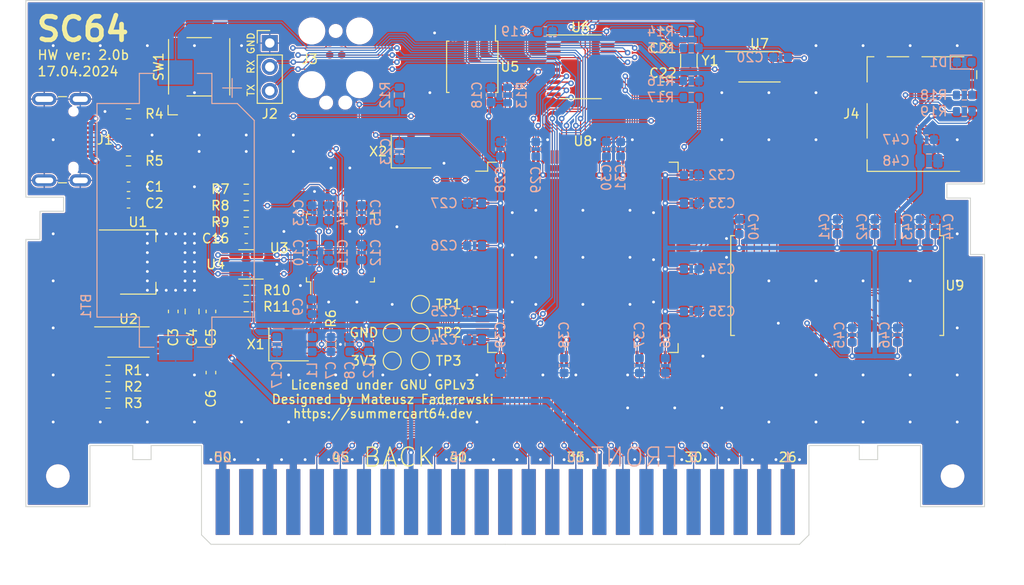
<source format=kicad_pcb>
(kicad_pcb (version 20240108) (generator "pcbnew") (generator_version "8.0")
  (title_block (title "SC64") (date "2024-04-17") (rev "2.0b") (company "Mateusz Faderewski"))
  (layers (0 "F.Cu" signal) (31 "B.Cu" signal) (34 "B.Paste" user) (35 "F.Paste" user) (36 "B.SilkS" user "B.Silkscreen") (37 "F.SilkS" user "F.Silkscreen") (38 "B.Mask" user) (39 "F.Mask" user) (44 "Edge.Cuts" user))
  (net 0 "")
  (net 1 "Net-(BT1-+)")
  (net 2 "Net-(U1-VO)")
  (net 3 "Net-(U3-VPHY)")
  (net 4 "Net-(U3-VPLL)")
  (net 5 "Net-(U3-VCCA)")
  (net 6 "Net-(U3-VCCCORE)")
  (net 7 "N64_AD15")
  (net 8 "N64_AD14")
  (net 9 "N64_AD13")
  (net 10 "N64_AD12")
  (net 11 "N64_AD11")
  (net 12 "N64_AD10")
  (net 13 "N64_AD9")
  (net 14 "N64_AD8")
  (net 15 "N64_CIC_DATA")
  (net 16 "N64_PIF_CLK")
  (net 17 "N64_JOYBUS")
  (net 18 "N64_AD0")
  (net 19 "N64_AD1")
  (net 20 "N64_AD2")
  (net 21 "N64_AD3")
  (net 22 "N64_ALEL")
  (net 23 "N64_ALEH")
  (net 24 "N64_AD4")
  (net 25 "N64_AD5")
  (net 26 "N64_AD6")
  (net 27 "N64_AD7")
  (net 28 "N64_CIC_CLK")
  (net 29 "N64_VIDEO_SYNC")
  (net 30 "SD_DAT2")
  (net 31 "SD_DAT3")
  (net 32 "SD_CMD")
  (net 33 "SD_CLK")
  (net 34 "SD_DAT0")
  (net 35 "SD_DAT1")
  (net 36 "SD_DET")
  (net 37 "SWDIO")
  (net 38 "SWCLK")
  (net 39 "UART_TX")
  (net 40 "UART_RX")
  (net 41 "JTAG_TDO")
  (net 42 "JTAG_TDI")
  (net 43 "JTAG_TCK")
  (net 44 "JTAG_TMS")
  (net 45 "Net-(U7-X1)")
  (net 46 "GND")
  (net 47 "I2C_SDA")
  (net 48 "I2C_SCL")
  (net 49 "RTC_MFP")
  (net 50 "+3V3")
  (net 51 "N64_3V3")
  (net 52 "+5V")
  (net 53 "FLASH_CS")
  (net 54 "FLASH_IO1")
  (net 55 "FLASH_IO2")
  (net 56 "FLASH_IO0")
  (net 57 "FLASH_CLK")
  (net 58 "FLASH_IO3")
  (net 59 "FTDI_D0")
  (net 60 "FTDI_D1")
  (net 61 "FTDI_D2")
  (net 62 "FTDI_D3")
  (net 63 "FTDI_D4")
  (net 64 "FTDI_D5")
  (net 65 "FTDI_D6")
  (net 66 "FTDI_D7")
  (net 67 "FTDI_C0")
  (net 68 "FTDI_C1")
  (net 69 "FTDI_C2")
  (net 70 "~{N64_WRITE}")
  (net 71 "~{N64_READ}")
  (net 72 "~{N64_RESET}")
  (net 73 "~{N64_INT}")
  (net 74 "~{N64_NMI}")
  (net 75 "SDRAM_DQ0")
  (net 76 "SDRAM_DQ1")
  (net 77 "SDRAM_DQ2")
  (net 78 "SDRAM_DQ3")
  (net 79 "SDRAM_DQ4")
  (net 80 "SDRAM_DQ5")
  (net 81 "SDRAM_DQ6")
  (net 82 "SDRAM_DQ7")
  (net 83 "SDRAM_DQ8")
  (net 84 "SDRAM_DQ9")
  (net 85 "SDRAM_DQ10")
  (net 86 "SDRAM_DQ11")
  (net 87 "SDRAM_DQ12")
  (net 88 "SDRAM_DQ13")
  (net 89 "SDRAM_DQ14")
  (net 90 "SDRAM_DQ15")
  (net 91 "FPGA_CLK")
  (net 92 "MCU_CS")
  (net 93 "MCU_MOSI")
  (net 94 "MCU_MISO")
  (net 95 "MCU_INT")
  (net 96 "SDRAM_DQML")
  (net 97 "~{SDRAM_WE}")
  (net 98 "~{SDRAM_CAS}")
  (net 99 "~{SDRAM_RAS}")
  (net 100 "~{SDRAM_CS}")
  (net 101 "SDRAM_BA0")
  (net 102 "SDRAM_BA1")
  (net 103 "SDRAM_A10")
  (net 104 "SDRAM_A0")
  (net 105 "SDRAM_A1")
  (net 106 "SDRAM_A2")
  (net 107 "SDRAM_A3")
  (net 108 "SDRAM_A4")
  (net 109 "SDRAM_A5")
  (net 110 "SDRAM_A6")
  (net 111 "SDRAM_A7")
  (net 112 "SDRAM_A8")
  (net 113 "SDRAM_A9")
  (net 114 "SDRAM_A11")
  (net 115 "SDRAM_A12")
  (net 116 "SDRAM_CLK")
  (net 117 "SDRAM_DQMH")
  (net 118 "FTDI_C3")
  (net 119 "FTDI_C4")
  (net 120 "FTDI_C5")
  (net 121 "FTDI_C6")
  (net 122 "LED")
  (net 123 "TEST1")
  (net 124 "TEST2")
  (net 125 "FTDI_C7")
  (net 126 "USB_D+")
  (net 127 "USB_D-")
  (net 128 "Net-(U7-X2)")
  (net 129 "BUTTON")
  (net 130 "Net-(D1-A)")
  (net 131 "Net-(J1-CC1)")
  (net 132 "TEST3")
  (net 133 "MCU_SCLK")
  (net 135 "Net-(J1-CC2)")
  (net 143 "USB_EEDATA")
  (net 144 "USB_CLK")
  (net 145 "Net-(U2-VSNS)")
  (net 146 "Net-(U2-ILM)")
  (net 147 "Net-(U3-REF)")
  (net 148 "USB_EECLK")
  (net 149 "USB_EECS")
  (net 150 "Net-(U3-~{RESET})")
  (net 151 "Net-(U4-DO)")
  (net 152 "Net-(U6-NRST)")
  (footprint "Resistor_SMD:R_0603_1608Metric" (layer "F.Cu") (at 107.825 117 180)
    (property "Reference" "R1")
    (property "Value" "1k")
  )
  (footprint "Package_QFP:LQFP-48_7x7mm_P0.5mm" (layer "F.Cu") (at 132.5 104 90)
    (property "Reference" "U3")
    (property "Value" "FT232HL")
  )
  (footprint "Capacitor_SMD:C_0603_1608Metric" (layer "F.Cu") (at 118.75 110.75 90)
    (property "Reference" "C5")
    (property "Value" "100nF")
  )
  (footprint "Button_Switch_SMD:SW_SPST_Omron_B3FS-105xP" (layer "F.Cu") (at 117.5 84.75 90)
    (property "Reference" "SW1")
    (property "Value" "B3FS-1050")
  )
  (footprint "TestPoint:TestPoint_Pad_D1.5mm" (layer "F.Cu") (at 138 113)
    (property "Reference" "GND1" (hide yes))
    (property "Value" "TestPoint")
  )
  (footprint "Resistor_SMD:R_0603_1608Metric" (layer "F.Cu") (at 122.5 110.25 180)
    (property "Reference" "R11")
    (property "Value" "10k")
  )
  (footprint "Capacitor_SMD:C_0603_1608Metric" (layer "F.Cu") (at 166.75 81.35 180)
    (property "Reference" "C21")
    (property "Value" "7pF")
  )
  (footprint "Capacitor_SMD:C_0603_1608Metric" (layer "F.Cu") (at 110 97.5)
    (property "Reference" "C1")
    (property "Value" "4.7uF")
  )
  (footprint "Package_SO:TSSOP-8_4.4x3mm_P0.65mm" (layer "F.Cu") (at 177 84.75)
    (property "Reference" "U7")
    (property "Value" "MCP7940N-x/ST")
  )
  (footprint "Package_TO_SOT_SMD:SOT-23-6" (layer "F.Cu") (at 122.5 105.75 180)
    (property "Reference" "U4")
    (property "Value" "93AA56Bx-x/OT")
  )
  (footprint "Resistor_SMD:R_0603_1608Metric" (layer "F.Cu") (at 122.5 99.5)
    (property "Reference" "R8")
    (property "Value" "10k")
  )
  (footprint "Package_SO:TSOP-II-54_22.2x10.16mm_P0.8mm" (layer "F.Cu") (at 185.25 108 -90)
    (property "Reference" "U9")
    (property "Value" "IS42S16320F-7TL")
  )
  (footprint "Package_SO:SOIC-8_5.23x5.23mm_P1.27mm" (layer "F.Cu") (at 146.5 84.75 -90)
    (property "Reference" "U5")
    (property "Value" "W25Q128JVSIQ")
  )
  (footprint "Capacitor_SMD:C_0603_1608Metric" (layer "F.Cu") (at 114.75 110.75 90)
    (property "Reference" "C3")
    (property "Value" "100nF")
  )
  (footprint "TestPoint:TestPoint_Pad_D1.5mm" (layer "F.Cu") (at 138 116)
    (property "Reference" "3V1" (hide yes))
    (property "Value" "TestPoint")
  )
  (footprint "Resistor_SMD:R_0603_1608Metric" (layer "F.Cu") (at 107.825 118.75)
    (property "Reference" "R2")
    (property "Value" "330R")
  )
  (footprint "Connector_Card:microSD_HC_Molex_104031-0811" (layer "F.Cu") (at 194.25 89.75 -90)
    (property "Reference" "J4")
    (property "Value" "104031-0811")
  )
  (footprint "Package_QFP:TQFP-144_20x20mm_P0.5mm" (layer "F.Cu") (at 158.25 105)
    (property "Reference" "U8")
    (property "Value" "LCMXO2-7000HC-6TG144x")
  )
  (footprint "MountingHole:MountingHole_2mm" (layer "F.Cu") (at 197.5 128.25)
    (property "Reference" "REF**" (hide yes))
    (property "Value" "MountingHole_2mm" (hide yes))
  )
  (footprint "Resistor_SMD:R_0603_1608Metric" (layer "F.Cu") (at 110 94.75 180)
    (property "Reference" "R5")
    (property "Value" "5.1k")
  )
  (footprint "Resistor_SMD:R_0603_1608Metric" (layer "F.Cu") (at 110 89.75 180)
    (property "Reference" "R4")
    (property "Value" "5.1k")
  )
  (footprint "Resistor_SMD:R_0603_1608Metric" (layer "F.Cu") (at 131.5 114.25 90)
    (property "Reference" "R6")
    (property "Value" "12k")
  )
  (footprint "Capacitor_SMD:C_0603_1608Metric" (layer "F.Cu") (at 122.5 103 180)
    (property "Reference" "C16")
    (property "Value" "100nF")
  )
  (footprint "Package_SO:TSSOP-8_4.4x3mm_P0.65mm" (layer "F.Cu") (at 110 114)
    (property "Reference" "U2")
    (property "Value" "TPS2111A")
  )
  (footprint "TestPoint:TestPoint_Pad_D1.5mm" (layer "F.Cu") (at 141 110)
    (property "Reference" "TP1")
    (property "Value" "TestPoint")
  )
  (footprint "Resistor_SMD:R_0603_1608Metric" (layer "F.Cu") (at 122.5 97.75)
    (property "Reference" "R7")
    (property "Value" "12k")
  )
  (footprint "Connector_PinHeader_2.54mm:PinHeader_1x03_P2.54mm_Vertical" (layer "F.Cu") (at 125 82.225)
    (property "Reference" "J2")
    (property "Value" "Conn_01x03_Male")
  )
  (footprint "Crystal:Crystal_SMD_3215-2Pin_3.2x1.5mm" (layer "F.Cu") (at 169.5 84.1 90)
    (property "Reference" "Y1")
    (property "Value" "FC-135")
  )
  (footprint "TestPoint:TestPoint_Pad_D1.5mm" (layer "F.Cu") (at 141 113)
    (property "Reference" "TP2")
    (property "Value" "TestPoint")
  )
  (footprint "sc64v2:N64_Edge" (layer "F.Cu") (at 150 125)
    (property "Reference" "J_N1" (hide yes))
    (property "Value" "N64_Cartridge")
    (fp_line (start -32.25 9.5) (end -32.25 0) (stroke (width 0.1)) (layer "Edge.Cuts"))
    (fp_line (start -32.25 9.5) (end -31.25 10.5) (stroke (width 0.1)) (layer "Edge.Cuts"))
    (fp_line (start 0 10.5) (end -31.25 10.5) (stroke (width 0.1)) (layer "Edge.Cuts"))
    (fp_line (start 0 10.5) (end 31.25 10.5) (stroke (width 0.1)) (layer "Edge.Cuts"))
    (fp_line (start 31.25 10.5) (end 32.25 9.5) (stroke (width 0.1)) (layer "Edge.Cuts"))
    (fp_line (start 32.25 9.5) (end 32.25 0) (stroke (width 0.1)) (layer "Edge.Cuts"))
  )
  (footprint "sc64v2:TC2050-FP" (layer "F.Cu") (at 132 80.94 -90)
    (property "Reference" "J3")
    (property "Value" "TC2050-FP")
  )
  (footprint "Resistor_SMD:R_0603_1608Metric" (layer "F.Cu") (at 122.5 101.25 180)
    (property "Reference" "R9")
    (property "Value" "5.1k")
  )
  (footprint "Capacitor_SMD:C_0805_2012Metric" (layer "F.Cu") (at 116.75 110.75 90)
    (property "Reference" "C4")
    (property "Value" "47uF")
  )
  (footprint "Capacitor_SMD:C_0603_1608Metric" (layer "F.Cu") (at 118.75 117.25 -90)
    (property "Reference" "C6")
    (property "Value" "100nF")
  )
  (footprint "Resistor_SMD:R_0603_1608Metric" (layer "F.Cu") (at 122.5 108.5)
    (property "Reference" "R10")
    (property "Value" "2.2k")
  )
  (footprint "Package_TO_SOT_SMD:SOT-223-3_TabPin2" (layer "F.Cu") (at 111 105.5)
    (property "Reference" "U1")
    (property "Value" "TC1264-3.3VDB")
  )
  (footprint "Oscillator:Oscillator_SMD_SeikoEpson_SG8002CE-4Pin_3.2x2.5mm" (layer "F.Cu") (at 140 93.75)
    (property "Reference" "X2")
    (property "Value" "ECS-3225MV-500-BN")
  )
  (footprint "Capacitor_SMD:C_0603_1608Metric" (layer "F.Cu") (at 110 99.25)
    (property "Reference" "C2")
    (property "Value" "100nF")
  )
  (footprint "Oscillator:Oscillator_SMD_SeikoEpson_SG8002CE-4Pin_3.2x2.5mm" (layer "F.Cu") (at 127 114.25)
    (property "Reference" "X1")
    (property "Value" "ECS-3225MV-120-CN")
  )
  (footprint "Package_SO:TSSOP-20_4.4x6.5mm_P0.65mm" (layer "F.Cu") (at 158 84.75)
    (property "Reference" "U6")
    (property "Value" "STM32G030F6P6")
  )
  (footprint "Resistor_SMD:R_0603_1608Metric" (layer "F.Cu") (at 107.825 120.5)
    (property "Reference" "R3")
    (property "Value" "470R")
  )
  (footprint "TestPoint:TestPoint_Pad_D1.5mm" (layer "F.Cu") (at 141 116)
    (property "Reference" "TP3")
    (property "Value" "TestPoint")
  )
  (footprint "Capacitor_SMD:C_0603_1608Metric" (layer "F.Cu") (at 166.75 86.85)
    (property "Reference" "C22")
    (property "Value" "7pF")
  )
  (footprint "Connector_USB:USB_C_Receptacle_JAE_DX07S016JA1R1500" (layer "F.Cu") (at 102.2 92.5 -90)
    (property "Reference" "J1")
    (property "Value" "DX07S016JA3R1500")
  )
  (footprint "MountingHole:MountingHole_2mm" (layer "F.Cu") (at 102.5 128.25)
    (property "Reference" "REF**" (hide yes))
    (property "Value" "MountingHole_2mm" (hide yes))
  )
  (footprint "LED_SMD:LED_0603_1608Metric" (layer "B.Cu") (at 198.75 84.25)
    (property "Reference" "D1")
    (property "Value" "150060RS75000")
  )
  (footprint "Capacitor_SMD:C_0603_1608Metric" (layer "B.Cu") (at 129.5 110.25 -90)
    (property "Reference" "C9")
    (property "Value" "100nF")
  )
  (footprint "Resistor_SMD:R_0603_1608Metric" (layer "B.Cu") (at 138.75 87.75 90)
    (property "Reference" "R12")
    (property "Value" "10k")
  )
  (footprint "Capacitor_SMD:C_0603_1608Metric" (layer "B.Cu") (at 146.75 110.75 180)
    (property "Reference" "C25")
    (property "Value" "100nF")
  )
  (footprint "Capacitor_SMD:C_0603_1608Metric" (layer "B.Cu") (at 156.25 116.5 -90)
    (property "Reference" "C38")
    (property "Value" "100nF")
  )
  (footprint "Capacitor_SMD:C_0603_1608Metric" (layer "B.Cu") (at 169.75 110.75)
    (property "Reference" "C35")
    (property "Value" "100nF")
  )
  (footprint "Capacitor_SMD:C_0603_1608Metric" (layer "B.Cu") (at 153.25 93.5 90)
    (property "Reference" "C29")
    (property "Value" "100nF")
  )
  (footprint "Capacitor_SMD:C_0603_1608Metric" (layer "B.Cu") (at 131.25 104.5 -90)
    (property "Reference" "C11")
    (property "Value" "100nF")
  )
  (footprint "Resistor_SMD:R_0603_1608Metric" (layer "B.Cu") (at 198.75 89.5)
    (property "Reference" "R19")
    (property "Value" "10k")
  )
  (footprint "Resistor_SMD:R_0603_1608Metric" (layer "B.Cu") (at 169.75 88)
    (property "Reference" "R17")
    (property "Value" "10k")
  )
  (footprint "Capacitor_SMD:C_0603_1608Metric" (layer "B.Cu") (at 162.25 93.5 90)
    (property "Reference" "C31")
    (property "Value" "100nF")
  )
  (footprint "Capacitor_SMD:C_0603_1608Metric" (layer "B.Cu") (at 146.75 103.75 180)
    (property "Reference" "C26")
    (property "Value" "100nF")
  )
  (footprint "Capacitor_SMD:C_0603_1608Metric" (layer "B.Cu") (at 194.05 101.75 90)
    (property "Reference" "C43")
    (property "Value" "100nF")
  )
  (footprint "Capacitor_SMD:C_0603_1608Metric" (layer "B.Cu") (at 189.25 101.75 90)
    (property "Reference" "C42")
    (property "Value" "100nF")
  )
  (footprint "Capacitor_SMD:C_0603_1608Metric" (layer "B.Cu") (at 186.85 113.25 90)
    (property "Reference" "C45")
    (property "Value" "100nF")
  )
  (footprint "Capacitor_SMD:C_0603_1608Metric" (layer "B.Cu") (at 138.75 93.75 -90)
    (property "Reference" "C23")
    (property "Value" "100nF")
  )
  (footprint "Capacitor_SMD:C_0603_1608Metric" (layer "B.Cu") (at 129.5 100.25 -90)
    (property "Reference" "C13")
    (property "Value" "100nF")
  )
  (footprint "Capacitor_SMD:C_0603_1608Metric" (layer "B.Cu") (at 174.85 101.75 90)
    (property "Reference" "C40")
    (property "Value" "100nF")
  )
  (footprint "Resistor_SMD:R_0603_1608Metric" (layer "B.Cu") (at 150.25 87.75 -90)
    (property "Reference" "R13")
    (property "Value" "10k")
  )
  (footprint "Resistor_SMD:R_0603_1608Metric" (layer "B.Cu") (at 169.75 82.75)
    (property "Reference" "R15")
    (property "Value" "2.2k")
  )
  (footprint "Capacitor_SMD:C_0603_1608Metric" (layer "B.Cu") (at 149.5 116.5 -90)
    (property "Reference" "C39")
    (property "Value" "100nF")
  )
  (footprint "Capacitor_SMD:C_0603_1608Metric" (layer "B.Cu") (at 131.25 100.25 -90)
    (property "Reference" "C14")
    (property "Value" "100nF")
  )
  (footprint "Battery:BatteryHolder_Keystone_1060_1x2032" (layer "B.Cu") (at 115 100 -90)
    (property "Reference" "BT1")
    (property "Value" "1060")
  )
  (footprint "Capacitor_SMD:C_0603_1608Metric" (layer "B.Cu") (at 134.75 104.5 90)
    (property "Reference" "C12")
    (property "Value" "100nF")
  )
  (footprint "Capacitor_SMD:C_0603_1608Metric" (layer "B.Cu") (at 160.75 93.5 90)
    (property "Reference" "C30")
    (property "Value" "100nF")
  )
  (footprint "Capacitor_SMD:C_0603_1608Metric" (layer "B.Cu") (at 179.25 83.75 180)
    (property "Reference" "C20")
    (property "Value" "100nF")
  )
  (footprint "Inductor_SMD:L_0603_1608Metric" (layer "B.Cu") (at 135.5 114.25 -90)
    (property "Reference" "L2")
    (property "Value" "470R")
  )
  (footprint "Capacitor_SMD:C_0603_1608Metric" (layer "B.Cu") (at 185.25 101.75 90)
    (property "Reference" "C41")
    (property "Value" "100nF")
  )
  (footprint "Capacitor_SMD:C_0603_1608Metric" (layer "B.Cu") (at 133.5 114.25 90)
    (property "Reference" "C8")
    (property "Value" "100nF")
  )
  (footprint "Capacitor_SMD:C_0603_1608Metric" (layer "B.Cu") (at 146.75 99.25 180)
    (property "Reference" "C27")
    (property "Value" "100nF")
  )
  (footprint "Capacitor_SMD:C_0603_1608Metric" (layer "B.Cu") (at 169.75 96.25)
    (property "Reference" "C32")
    (property "Value" "100nF")
  )
  (footprint "Resistor_SMD:R_0603_1608Metric" (layer "B.Cu") (at 169.75 81)
    (property "Reference" "R14")
    (property "Value" "2.2k")
  )
  (footprint "Capacitor_SMD:C_0603_1608Metric" (layer "B.Cu") (at 169.75 99.25)
    (property "Reference" "C33")
    (property "Value" "100nF")
  )
  (footprint "Capacitor_SMD:C_0603_1608Metric" (layer "B.Cu") (at 191.65 113.25 90)
    (property "Reference" "C46")
    (property "Value" "100nF")
  )
  (footprint "Capacitor_SMD:C_0603_1608Metric" (layer "B.Cu") (at 131.5 114.25 -90)
    (property "Reference" "C7")
    (property "Value" "100nF")
  )
  (footprint "Capacitor_SMD:C_0603_1608Metric" (layer "B.Cu") (at 167 116.5 -90)
    (property "Reference" "C36")
    (property "Value" "100nF")
  )
  (footprint "Capacitor_SMD:C_0603_1608Metric" (layer "B.Cu") (at 146.75 113.75 180)
    (property "Reference" "C24")
    (property "Value" "100nF")
  )
  (footprint "Resistor_SMD:R_0603_1608Metric" (layer "B.Cu") (at 169.75 86.25 180)
    (property "Reference" "R16")
    (property "Value" "10k")
  )
  (footprint "Capacitor_SMD:C_0603_1608Metric" (layer "B.Cu") (at 194.75 92.5)
    (property "Reference" "C47")
    (property "Value" "100nF")
  )
  (footprint "Capacitor_SMD:C_0603_1608Metric" (layer "B.Cu") (at 148.5 87.75 90)
    (property "Reference" "C18")
    (property "Value" "100nF")
  )
  (footprint "Capacitor_SMD:C_0805_2012Metric" (layer "B.Cu") (at 195 94.75)
    (property "Reference" "C48")
    (property "Value" "47uF")
  )
  (footprint "Capacitor_SMD:C_0603_1608Metric" (layer "B.Cu") (at 125.75 114.25 -90)
    (property "Reference" "C17")
    (property "Value" "100nF")
  )
  (footprint "Capacitor_SMD:C_0603_1608Metric" (layer "B.Cu") (at 164.25 116.5 -90)
    (property "Reference" "C37")
    (property "Value" "100nF")
  )
  (footprint "Inductor_SMD:L_0603_1608Metric" (layer "B.Cu") (at 129.5 114.25 -90)
    (property "Reference" "L1")
    (property "Value" "470R")
  )
  (footprint "Capacitor_SMD:C_0603_1608Metric" (layer "B.Cu") (at 129.5 104.5 -90)
    (property "Reference" "C10")
    (property "Value" "100nF")
  )
  (footprint "Capacitor_SMD:C_0603_1608Metric" (layer "B.Cu") (at 169.75 106.25)
    (property "Reference" "C34")
    (property "Value" "100nF")
  )
  (footprint "Capacitor_SMD:C_0603_1608Metric" (layer "B.Cu") (at 149.5 93.5 90)
    (property "Reference" "C28")
    (property "Value" "100nF")
  )
  (footprint "Capacitor_SMD:C_0603_1608Metric" (layer "B.Cu") (at 195.65 101.75 90)
    (property "Reference" "C44")
    (property "Value" "100nF")
  )
  (footprint "Capacitor_SMD:C_0603_1608Metric" (layer "B.Cu") (at 154.25 81)
    (property "Reference" "C19")
    (property "Value" "100nF")
  )
  (footprint "Resistor_SMD:R_0603_1608Metric" (layer "B.Cu") (at 198.75 87.75)
    (property "Reference" "R18")
    (property "Value" "1k")
  )
  (footprint "Capacitor_SMD:C_0603_1608Metric" (layer "B.Cu") (at 134.75 100.25 90)
    (property "Reference" "C15")
    (property "Value" "100nF")
  )
  (gr_line (start 112.4 126.5) (end 112.4 125) (stroke (width 0.1)) (layer "Edge.Cuts"))
  (gr_line (start 105.9 131.5) (end 105.9 125) (stroke (width 0.1)) (layer "Edge.Cuts"))
  (gr_line (start 200.9 104.7) (end 199.4 104.7) (stroke (width 0.1)) (layer "Edge.Cuts"))
  (gr_line (start 182.25 125) (end 187.6 125) (stroke (width 0.1)) (layer "Edge.Cuts"))
  (gr_line (start 110.45 125) (end 110.45 126.5) (stroke (width 0.1)) (layer "Edge.Cuts"))
  (gr_line (start 199.4 98.7) (end 196.9 98.7) (stroke (width 0.1)) (layer "Edge.Cuts"))
  (gr_line (start 189.55 126.5) (end 189.55 125) (stroke (width 0.1)) (layer "Edge.Cuts"))
  (gr_line (start 103.1 100.1) (end 103.1 98.6) (stroke (width 0.1)) (layer "Edge.Cuts"))
  (gr_line (start 194.1 125) (end 194.1 131.5) (stroke (width 0.1)) (layer "Edge.Cuts"))
  (gr_line (start 110.45 126.5) (end 112.4 126.5) (stroke (width 0.1)) (layer "Edge.Cuts"))
  (gr_line (start 199.4 104.7) (end 199.4 98.7) (stroke (width 0.1)) (layer "Edge.Cuts"))
  (gr_line (start 105.9 125) (end 110.45 125) (stroke (width 0.1)) (layer "Edge.Cuts"))
  (gr_line (start 200.9 131.5) (end 200.9 104.7) (stroke (width 0.1)) (layer "Edge.Cuts"))
  (gr_line (start 99.1 77.7) (end 200.9 77.7) (stroke (width 0.1)) (layer "Edge.Cuts"))
  (gr_line (start 99.1 98.6) (end 99.1 77.7) (stroke (width 0.1)) (layer "Edge.Cuts"))
  (gr_line (start 194.1 131.5) (end 200.9 131.5) (stroke (width 0.1)) (layer "Edge.Cuts"))
  (gr_line (start 187.6 126.5) (end 189.55 126.5) (stroke (width 0.1)) (layer "Edge.Cuts"))
  (gr_line (start 99.1 131.5) (end 105.9 131.5) (stroke (width 0.1)) (layer "Edge.Cuts"))
  (gr_line (start 187.6 125) (end 187.6 126.5) (stroke (width 0.1)) (layer "Edge.Cuts"))
  (gr_line (start 99.1 131.5) (end 99.1 103.1) (stroke (width 0.1)) (layer "Edge.Cuts"))
  (gr_line (start 200.9 77.7) (end 200.9 97.2) (stroke (width 0.1)) (layer "Edge.Cuts"))
  (gr_line (start 100.6 103.1) (end 100.6 100.1) (stroke (width 0.1)) (layer "Edge.Cuts"))
  (gr_line (start 103.1 98.6) (end 99.1 98.6) (stroke (width 0.1)) (layer "Edge.Cuts"))
  (gr_line (start 196.9 97.2) (end 200.9 97.2) (stroke (width 0.1)) (layer "Edge.Cuts"))
  (gr_line (start 112.4 125) (end 117.75 125) (stroke (width 0.1)) (layer "Edge.Cuts"))
  (gr_line (start 100.6 100.1) (end 103.1 100.1) (stroke (width 0.1)) (layer "Edge.Cuts"))
  (gr_line (start 189.55 125) (end 194.1 125) (stroke (width 0.1)) (layer "Edge.Cuts"))
  (gr_line (start 196.9 98.7) (end 196.9 97.2) (stroke (width 0.1)) (layer "Edge.Cuts"))
  (gr_line (start 99.1 103.1) (end 100.6 103.1) (stroke (width 0.1)) (layer "Edge.Cuts"))
  (gr_text "RX" (at 123 84.75 90) (layer "F.SilkS") (effects (font (size 0.75 0.75) (thickness 0.125))))
  (gr_text "TX" (at 123 87.25 90) (layer "F.SilkS") (effects (font (size 0.75 0.75) (thickness 0.125))))
  (gr_text "HW ver: 2.0b" (at 100.25 83.5 0) (layer "F.SilkS") (effects (font (size 1 1)) (justify left)))
  (gr_text "17.04.2024" (at 100.25 85.25 0) (layer "F.SilkS") (effects (font (size 1 1)) (justify left)))
  (gr_text "GND" (at 135 113 0) (layer "F.SilkS") (effects (font (size 1 1))))
  (gr_text "Licensed under GNU GPLv3\nDesigned by Mateusz Faderewski\nhttps://summercart64.dev" (at 137 118 0) (layer "F.SilkS") (effects (font (size 0.95 0.95)) (justify top)))
  (gr_text "3V3" (at 135 116 0) (layer "F.SilkS") (effects (font (size 1 1))))
  (gr_text "GND" (at 123 82.25 90) (layer "F.SilkS") (effects (font (size 0.75 0.75) (thickness 0.125))))
  (gr_text "SC64" (at 100 80.75 0) (layer "F.SilkS") (effects (font (size 2.5 2.5) (thickness 0.5)) (justify left)))
  (segment (start 172.325 85.075) (end 172.25 85) (width 0.127) (layer "F.Cu") (net 1))
  (segment (start 174.1375 85.075) (end 172.325 85.075) (width 0.127) (layer "F.Cu") (net 1))
  (via (at 172.25 85) (size 0.6) (drill 0.3) (layers "F.Cu" "B.Cu") (net 1))
  (segment (start 129 82.73592) (end 136.079955 82.73592) (width 0.127) (layer "B.Cu") (net 1))
  (segment (start 164.47888 82.22888) (end 167.25 85) (width 0.127) (layer "B.Cu") (net 1))
  (segment (start 137.579956 81.23592) (end 139.420046 81.23592) (width 0.127) (layer "B.Cu") (net 1))
  (segment (start 126.26408 80) (end 129 82.73592) (width 0.127) (layer "B.Cu") (net 1))
  (segment (start 167.25 85) (end 172.25 85) (width 0.127) (layer "B.Cu") (net 1))
  (segment (start 115 81.25) (end 116.25 80) (width 0.127) (layer "B.Cu") (net 1))
  (segment (start 136.079955 82.73592) (end 137.579956 81.23592) (width 0.127) (layer "B.Cu") (net 1))
  (segment (start 116.25 80) (end 126.26408 80) (width 0.127) (layer "B.Cu") (net 1))
  (segment (start 139.420046 81.23592) (end 140.413006 82.22888) (width 0.127) (layer "B.Cu") (net 1))
  (segment (start 140.413006 82.22888) (end 164.47888 82.22888) (width 0.127) (layer "B.Cu") (net 1))
  (segment (start 115 85.35) (end 115 81.25) (width 0.127) (layer "B.Cu") (net 1))
  (segment (start 108.65 117) (end 110.275 115.375) (width 0.127) (layer "F.Cu") (net 2))
  (segment (start 107.85 107.8) (end 107.85 110.6) (width 0.508) (layer "F.Cu") (net 2))
  (segment (start 112.8625 112.1375) (end 113.475 111.525) (width 0.508) (layer "F.Cu") (net 2))
  (segment (start 112.8625 113.025) (end 110.275 113.025) (width 0.508) (layer "F.Cu") (net 2))
  (segment (start 113.475 111.525) (end 114.75 111.525) (width 0.508) (layer "F.Cu") (net 2))
  (segment (start 110.275 115.375) (end 110.275 113.025) (width 0.127) (layer "F.Cu") (net 2))
  (segment (start 112.8625 113.025) (end 112.8625 112.1375) (width 0.508) (layer "F.Cu") (net 2))
  (segment (start 107.85 110.6) (end 110.275 113.025) (width 0.508) (layer "F.Cu") (net 2))
  (segment (start 130.5 112.375) (end 130.75 112.125) (width 0.127) (layer "F.Cu") (net 3))
  (segment (start 130.75 112.125) (end 130.75 108.1625) (width 0.127) (layer "F.Cu") (net 3))
  (segment (start 130.5 114.25) (end 130.5 112.375) (width 0.127) (layer "F.Cu") (net 3))
  (via (at 130.5 114.25) (size 0.6) (drill 0.3) (layers "F.Cu" "B.Cu") (net 3))
  (segment (start 129.5 115.0375) (end 130.2125 115.0375) (width 0.127) (layer "B.Cu") (net 3))
  (segment (start 130.2125 115.0375) (end 130.5 114.75) (width 0.127) (layer "B.Cu") (net 3))
  (segment (start 130.775 115.025) (end 130.5 114.75) (width 0.127) (layer "B.Cu") (net 3))
  (segment (start 131.5 115.025) (end 130.775 115.025) (width 0.127) (layer "B.Cu") (net 3))
  (segment (start 130.5 114.75) (end 130.5 114.25) (width 0.127) (layer "B.Cu") (net 3))
  (segment (start 133.25 113) (end 133.25 108.1625) (width 0.127) (layer "F.Cu") (net 4))
  (segment (start 134.5 114.25) (end 133.25 113) (width 0.127) (layer "F.Cu") (net 4))
  (via (at 134.5 114.25) (size 0.6) (drill 0.3) (layers "F.Cu" "B.Cu") (net 4))
  (segment (start 134.225 115.025) (end 134.5 114.75) (width 0.127) (layer "B.Cu") (net 4))
  (segment (start 135.5 115.0375) (end 134.7875 115.0375) (width 0.127) (layer "B.Cu") (net 4))
  (segment (start 134.7875 115.0375) (end 134.5 114.75) (width 0.127) (layer "B.Cu") (net 4))
  (segment (start 133.5 115.025) (end 134.225 115.025) (width 0.127) (layer "B.Cu") (net 4))
  (segment (start 134.5 114.75) (end 134.5 114.25) (width 0.127) (layer "B.Cu") (net 4))
  (segment (start 128.3375 100.3375) (end 128.25 100.25) (width 0.127) (layer "F.Cu") (net 5))
  (segment (start 128.3375 101.25) (end 128.3375 100.3375) (width 0.127) (layer "F.Cu") (net 5))
  (via (at 128.25 100.25) (size 0.6) (drill 0.3) (layers "F.Cu" "B.Cu") (net 5))
  (segment (start 128.725 100.25) (end 129.5 101.025) (width 0.127) (layer "B.Cu") (net 5))
  (segment (start 128.25 100.25) (end 128.725 100.25) (width 0.127) (layer "B.Cu") (net 5))
  (segment (start 128.3375 101.75) (end 130.75 101.75) (width 0.127) (layer "F.Cu") (net 6))
  (segment (start 130.75 101.75) (end 131.25 102.25) (width 0.127) (layer "F.Cu") (net 6))
  (via (at 131.25 102.25) (size 0.6) (drill 0.3) (layers "F.Cu" "B.Cu") (net 6))
  (segment (start 131.25 102.25) (end 131.25 101.025) (width 0.127) (layer "B.Cu") (net 6))
  (segment (start 160.5 115.6625) (end 160.5 121.381744) (width 0.127) (layer "F.Cu") (net 7))
  (segment (start 160.5 121.381744) (end 161.593616 122.47536) (width 0.127) (layer "F.Cu") (net 7))
  (segment (start 161.593616 122.47536) (end 171.22536 122.47536) (width 0.127) (layer "F.Cu") (net 7))
  (segment (start 171.22536 122.47536) (end 173.75 125) (width 0.127) (layer "F.Cu") (net 7))
  (via (at 173.75 125) (size 0.6) (drill 0.3) (layers "F.Cu" "B.Cu") (net 7))
  (segment (start 175 131) (end 175 126.25) (width 0.127) (layer "B.Cu") (net 7))
  (segment (start 175 126.25) (end 173.75 125) (width 0.127) (layer "B.Cu") (net 7))
  (segment (start 161.383592 122.9824) (end 169.2324 122.9824) (width 0.127) (layer "F.Cu") (net 8))
  (segment (start 159.5 121.098808) (end 161.383592 122.9824) (width 0.127) (layer "F.Cu") (net 8))
  (segment (start 159.5 115.6625) (end 159.5 121.098808) (width 0.127) (layer "F.Cu") (net 8))
  (segment (start 169.2324 122.9824) (end 171.25 125) (width 0.127) (layer "F.Cu") (net 8))
  (via (at 171.25 125) (size 0.6) (drill 0.3) (layers "F.Cu" "B.Cu") (net 8))
  (segment (start 172.5 126.25) (end 171.25 125) (width 0.127) (layer "B.Cu") (net 8))
  (segment (start 172.5 131) (end 172.5 126.25) (width 0.127) (layer "B.Cu") (net 8))
  (segment (start 158.5 120.815872) (end 161.173568 123.48944) (width 0.127) (layer "F.Cu") (net 9))
  (segment (start 161.173568 123.48944) (end 167.23944 123.48944) (width 0.127) (layer "F.Cu") (net 9))
  (segment (start 167.23944 123.48944) (end 168.75 125) (width 0.127) (layer "F.Cu") (net 9))
  (segment (start 158.5 115.6625) (end 158.5 120.815872) (width 0.127) (layer "F.Cu") (net 9))
  (via (at 168.75 125) (size 0.6) (drill 0.3) (layers "F.Cu" "B.Cu") (net 9))
  (segment (start 170 131) (end 170 126.25) (width 0.127) (layer "B.Cu") (net 9))
  (segment (start 170 126.25) (end 168.75 125) (width 0.127) (layer "B.Cu") (net 9))
  (segment (start 162.74648 123.99648) (end 163.75 125) (width 0.127) (layer "F.Cu") (net 10))
  (segment (start 157 120.032936) (end 160.963544 123.99648) (width 0.127) (layer "F.Cu") (net 10))
  (segment (start 160.963544 123.99648) (end 162.74648 123.99648) (width 0.127) (layer "F.Cu") (net 10))
  (segment (start 157 115.6625) (end 157 120.032936) (width 0.127) (layer "F.Cu") (net 10))
  (via (at 163.75 125) (size 0.6) (drill 0.3) (layers "F.Cu" "B.Cu") (net 10))
  (segment (start 165 126.25) (end 163.75 125) (width 0.127) (layer "B.Cu") (net 10))
  (segment (start 165 131) (end 165 126.25) (width 0.127) (layer "B.Cu") (net 10))
  (segment (start 153.75 118.934128) (end 153.75 125) (width 0.127) (layer "F.Cu") (net 11))
  (segment (start 153 115.6625) (end 153 118.184128) (width 0.127) (layer "F.Cu") (net 11))
  (segment (start 153 118.184128) (end 153.75 118.934128) (width 0.127) (layer "F.Cu") (net 11))
  (via (at 153.75 125) (size 0.6) (drill 0.3) (layers "F.Cu" "B.Cu") (net 11))
  (segment (start 155 126.25) (end 153.75 125) (width 0.127) (layer "B.Cu") (net 11))
  (segment (start 155 131) (end 155 126.25) (width 0.127) (layer "B.Cu") (net 11))
  (segment (start 152 115.6625) (end 152 121.934125) (width 0.127) (layer "F.Cu") (net 12))
  (segment (start 151.25 122.684126) (end 151.25 125) (width 0.127) (layer "F.Cu") (net 12))
  (segment (start 152 121.934125) (end 151.25 122.684126) (width 0.127) (layer "F.Cu") (net 12))
  (via (at 151.25 125) (size 0.6) (drill 0.3) (layers "F.Cu" "B.Cu") (net 12))
  (segment (start 152.5 126.25) (end 151.25 125) (width 0.127) (layer "B.Cu") (net 12))
  (segment (start 152.5 131) (end 152.5 126.25) (width 0.127) (layer "B.Cu") (net 12))
  (segment (start 147.23944 124.01056) (end 146.25 125) (width 0.127) (layer "F.Cu") (net 13))
  (segment (start 149.565033 124.01056) (end 147.23944 124.01056) (width 0.127) (layer "F.Cu") (net 13))
  (segment (start 151.5 115.6625) (end 151.5 122.075594) (width 0.127) (layer "F.Cu") (net 13))
  (segment (start 151.5 122.075594) (end 149.565033 124.01056) (width 0.127) (layer "F.Cu") (net 13))
  (via (at 146.25 125) (size 0.6) (drill 0.3) (layers "F.Cu" "B.Cu") (net 13))
  (segment (start 145 131) (end 145 126.25) (width 0.127) (layer "B.Cu") (net 13))
  (segment (start 145 126.25) (end 146.25 125) (width 0.127) (layer "B.Cu") (net 13))
  (segment (start 150.5 115.6625) (end 150.5 122.358531) (width 0.127) (layer "F.Cu") (net 14))
  (segment (start 150.5 122.358531) (end 149.355011 123.50352) (width 0.127) (layer "F.Cu") (net 14))
  (segment (start 145.24648 123.50352) (end 143.75 125) (width 0.127) (layer "F.Cu") (net 14))
  (segment (start 149.355011 123.50352) (end 145.24648 123.50352) (width 0.127) (layer "F.Cu") (net 14))
  (via (at 143.75 125) (size 0.6) (drill 0.3) (layers "F.Cu" "B.Cu") (net 14))
  (segment (start 142.5 131) (end 142.5 126.25) (width 0.127) (layer "B.Cu") (net 14))
  (segment (start 142.5 126.25) (end 143.75 125) (width 0.127) (layer "B.Cu") (net 14))
  (segment (start 153.75 112) (end 153.49296 112.25704) (width 0.127) (layer "F.Cu") (net 15))
  (segment (start 141.315033 124.01056) (end 139.73944 124.01056) (width 0.127) (layer "F.Cu") (net 15))
  (segment (start 145.5 119.825593) (end 141.315033 124.01056) (width 0.127) (layer "F.Cu") (net 15))
  (segment (start 153.49296 112.25704) (end 149.75 112.25704) (width 0.127) (layer "F.Cu") (net 15))
  (segment (start 145.5 113.75) (end 145.5 119.825593) (width 0.127) (layer "F.Cu") (net 15))
  (segment (start 148.75704 113.25) (end 147.5875 113.25) (width 0.127) (layer "F.Cu") (net 15))
  (segment (start 156.275 87.025) (end 156.5 87.25) (width 0.127) (layer "F.Cu") (net 15))
  (segment (start 147.5875 113.25) (end 146 113.25) (width 0.127) (layer "F.Cu") (net 15))
  (segment (start 139.73944 124.01056) (end 138.75 125) (width 0.127) (layer "F.Cu") (net 15))
  (segment (start 149.75 112.25704) (end 148.75704 113.25) (width 0.127) (layer "F.Cu") (net 15))
  (segment (start 146 113.25) (end 145.5 113.75) (width 0.127) (layer "F.Cu") (net 15))
  (segment (start 155.1375 87.025) (end 156.275 87.025) (width 0.127) (layer "F.Cu") (net 15))
  (via (at 153.75 112) (size 0.6) (drill 0.3) (layers "F.Cu" "B.Cu") (net 15))
  (via (at 138.75 125) (size 0.6) (drill 0.3) (layers "F.Cu" "B.Cu") (net 15))
  (via (at 156.5 87.25) (size 0.6) (drill 0.3) (layers "F.Cu" "B.Cu") (net 15))
  (segment (start 137.5 131) (end 137.5 126.25) (width 0.127) (layer "B.Cu") (net 15))
  (segment (start 155.50704 110.24296) (end 155.50704 91.539977) (width 0.127) (layer "B.Cu") (net 15))
  (segment (start 153.75 112) (end 155.50704 110.24296) (width 0.127) (layer "B.Cu") (net 15))
  (segment (start 154.5 90.532937) (end 154.5 89.25) (width 0.127) (layer "B.Cu") (net 15))
  (segment (start 154.5 89.25) (end 156.5 87.25) (width 0.127) (layer "B.Cu") (net 15))
  (segment (start 155.50704 91.539977) (end 154.5 90.532937) (width 0.127) (layer "B.Cu") (net 15))
  (segment (start 137.5 126.25) (end 138.75 125) (width 0.127) (layer "B.Cu") (net 15))
  (segment (start 145.5 112.25) (end 144.99296 112.75704) (width 0.127) (layer "F.Cu") (net 16))
  (segment (start 144.99296 112.75704) (end 144.99296 119.615571) (width 0.127) (layer "F.Cu") (net 16))
  (segment (start 144.99296 119.615571) (end 141.105011 123.50352) (width 0.127) (layer "F.Cu") (net 16))
  (segment (start 147.5875 112.25) (end 145.5 112.25) (width 0.127) (layer "F.Cu") (net 16))
  (segment (start 141.105011 123.50352) (end 137.74648 123.50352) (width 0.127) (layer "F.Cu") (net 16))
  (segment (start 137.74648 123.50352) (end 136.25 125) (width 0.127) (layer "F.Cu") (net 16))
  (via (at 136.25 125) (size 0.6) (drill 0.3) (layers "F.Cu" "B.Cu") (net 16))
  (segment (start 135 131) (end 135 126.5) (width 0.127) (layer "B.Cu") (net 16))
  (segment (start 135 126.5) (end 135 126.25) (width 0.127) (layer "B.Cu") (net 16))
  (segment (start 135 126.25) (end 136.25 125) (width 0.127) (layer "B.Cu") (net 16))
  (segment (start 140.684964 122.48944) (end 133.76056 122.48944) (width 0.127) (layer "F.Cu") (net 17))
  (segment (start 143.97888 119.195524) (end 140.684964 122.48944) (width 0.127) (layer "F.Cu") (net 17))
  (segment (start 143.97888 110.77112) (end 143.97888 119.195524) (width 0.127) (layer "F.Cu") (net 17))
  (segment (start 133.76056 122.48944) (end 131.25 125) (width 0.127) (layer "F.Cu") (net 17))
  (segment (start 147.5875 109.25) (end 145.5 109.25) (width 0.127) (layer "F.Cu") (net 17))
  (segment (start 145.5 109.25) (end 143.97888 110.77112) (width 0.127) (layer "F.Cu") (net 17))
  (via (at 131.25 125) (size 0.6) (drill 0.3) (layers "F.Cu" "B.Cu") (net 17))
  (segment (start 130 131) (end 130 126.25) (width 0.127) (layer "B.Cu") (net 17))
  (segment (start 130 126.25) (end 131.25 125) (width 0.127) (layer "B.Cu") (net 17))
  (segment (start 161 115.6625) (end 161 121.523212) (width 0.127) (layer "F.Cu") (net 18))
  (segment (start 161 121.523212) (end 161.698628 122.22184) (width 0.127) (layer "F.Cu") (net 18))
  (segment (start 172.22184 122.22184) (end 175 125) (width 0.127) (layer "F.Cu") (net 18))
  (segment (start 175 125) (end 175 131) (width 0.127) (layer "F.Cu") (net 18))
  (segment (start 161.698628 122.22184) (end 172.22184 122.22184) (width 0.127) (layer "F.Cu") (net 18))
  (segment (start 161.488604 122.72888) (end 170.22888 122.72888) (width 0.127) (layer "F.Cu") (net 19))
  (segment (start 172.5 125) (end 172.5 131) (width 0.127) (layer "F.Cu") (net 19))
  (segment (start 160 115.6625) (end 160 121.240276) (width 0.127) (layer "F.Cu") (net 19))
  (segment (start 170.22888 122.72888) (end 172.5 125) (width 0.127) (layer "F.Cu") (net 19))
  (segment (start 160 121.240276) (end 161.488604 122.72888) (width 0.127) (layer "F.Cu") (net 19))
  (segment (start 170 125) (end 170 131) (width 0.127) (layer "F.Cu") (net 20))
  (segment (start 159 115.6625) (end 159 120.95734) (width 0.127) (layer "F.Cu") (net 20))
  (segment (start 159 120.95734) (end 161.27858 123.23592) (width 0.127) (layer "F.Cu") (net 20))
  (segment (start 161.27858 123.23592) (end 168.23592 123.23592) (width 0.127) (layer "F.Cu") (net 20))
  (segment (start 168.23592 123.23592) (end 170 125) (width 0.127) (layer "F.Cu") (net 20))
  (segment (start 158 120.674404) (end 161.068556 123.74296) (width 0.127) (layer "F.Cu") (net 21))
  (segment (start 165 125) (end 165 131) (width 0.127) (layer "F.Cu") (net 21))
  (segment (start 163.74296 123.74296) (end 165 125) (width 0.127) (layer "F.Cu") (net 21))
  (segment (start 161.068556 123.74296) (end 163.74296 123.74296) (width 0.127) (layer "F.Cu") (net 21))
  (segment (start 158 115.6625) (end 158 120.674404) (width 0.127) (layer "F.Cu") (net 21))
  (segment (start 162.5 125) (end 162.5 131) (width 0.127) (layer "F.Cu") (net 22))
  (segment (start 156 115.6625) (end 156 119.391468) (width 0.127) (layer "F.Cu") (net 22))
  (segment (start 160.858532 124.25) (end 161.75 124.25) (width 0.127) (layer "F.Cu") (net 22))
  (segment (start 161.75 124.25) (end 162.5 125) (width 0.127) (layer "F.Cu") (net 22))
  (segment (start 156 119.391468) (end 160.858532 124.25) (width 0.127) (layer "F.Cu") (net 22))
  (segment (start 155 119.108532) (end 157.5 121.608532) (width 0.127) (layer "F.Cu") (net 23))
  (segment (start 155 115.6625) (end 155 119.108532) (width 0.127) (layer "F.Cu") (net 23))
  (segment (start 157.5 121.608532) (end 157.5 131) (width 0.127) (layer "F.Cu") (net 23))
  (segment (start 155 119.825596) (end 155 131) (width 0.127) (layer "F.Cu") (net 24))
  (segment (start 153.5 115.6625) (end 153.5 118.325596) (width 0.127) (layer "F.Cu") (net 24))
  (segment (start 153.5 118.325596) (end 155 119.825596) (width 0.127) (layer "F.Cu") (net 24))
  (segment (start 152.5 115.6625) (end 152.5 131) (width 0.127) (layer "F.Cu") (net 25))
  (segment (start 151 115.6625) (end 151 122.217062) (width 0.127) (layer "F.Cu") (net 26))
  (segment (start 146.24296 123.75704) (end 145 125) (width 0.127) (layer "F.Cu") (net 26))
  (segment (start 145 125) (end 145 131) (width 0.127) (layer "F.Cu") (net 26))
  (segment (start 149.460022 123.75704) (end 146.24296 123.75704) (width 0.127) (layer "F.Cu") (net 26))
  (segment (start 151 122.217062) (end 149.460022 123.75704) (width 0.127) (layer "F.Cu") (net 26))
  (segment (start 150 122.5) (end 149.25 123.25) (width 0.127) (layer "F.Cu") (net 27))
  (segment (start 150 115.6625) (end 150 122.5) (width 0.127) (layer "F.Cu") (net 27))
  (segment (start 149.25 123.25) (end 144.25 123.25) (width 0.127) (layer "F.Cu") (net 27))
  (segment (start 144.25 123.25) (end 142.5 125) (width 0.127) (layer "F.Cu") (net 27))
  (segment (start 142.5 125) (end 142.5 131) (width 0.127) (layer "F.Cu") (net 27))
  (segment (start 148.75352 112.75) (end 147.5875 112.75) (width 0.127) (layer "F.Cu") (net 28))
  (segment (start 141.210022 123.75704) (end 138.74296 123.75704) (width 0.127) (layer "F.Cu") (net 28))
  (segment (start 145.75 112.75) (end 145.24648 113.25352) (width 0.127) (layer "F.Cu") (net 28))
  (segment (start 137.5 125) (end 137.5 131) (width 0.127) (layer "F.Cu") (net 28))
  (segment (start 156.860931 86.375) (end 156.985931 86.5) (width 0.127) (layer "F.Cu") (net 28))
  (segment (start 147.5875 112.75) (end 145.75 112.75) (width 0.127) (layer "F.Cu") (net 28))
  (segment (start 149.5 112.00352) (end 148.75352 112.75) (width 0.127) (layer "F.Cu") (net 28))
  (segment (start 138.74296 123.75704) (end 137.5 125) (width 0.127) (layer "F.Cu") (net 28))
  (segment (start 145.24648 119.720582) (end 141.210022 123.75704) (width 0.127) (layer "F.Cu") (net 28))
  (segment (start 152.99648 112.00352) (end 149.5 112.00352) (width 0.127) (layer "F.Cu") (net 28))
  (segment (start 154 111) (end 152.99648 112.00352) (width 0.127) (layer "F.Cu") (net 28))
  (segment (start 145.24648 113.25352) (end 145.24648 119.720582) (width 0.127) (layer "F.Cu") (net 28))
  (segment (start 155.1375 86.375) (end 156.860931 86.375) (width 0.127) (layer "F.Cu") (net 28))
  (via (at 156.985931 86.5) (size 0.6) (drill 0.3) (layers "F.Cu" "B.Cu") (net 28))
  (via (at 154 111) (size 0.6) (drill 0.3) (layers "F.Cu" "B.Cu") (net 28))
  (segment (start 154 111) (end 155.25352 109.74648) (width 0.127) (layer "B.Cu") (net 28))
  (segment (start 155.25352 109.74648) (end 155.25352 91.644989) (width 0.127) (layer "B.Cu") (net 28))
  (segment (start 155.25352 91.644989) (end 154.24648 90.637948) (width 0.127) (layer "B.Cu") (net 28))
  (segment (start 154.24648 88.75352) (end 156.5 86.5) (width 0.127) (layer "B.Cu") (net 28))
  (segment (start 156.5 86.5) (end 156.985931 86.5) (width 0.127) (layer "B.Cu") (net 28))
  (segment (start 154.24648 90.637948) (end 154.24648 88.75352) (width 0.127) (layer "B.Cu") (net 28))
  (segment (start 147.5875 108.75) (end 145.25 108.75) (width 0.127) (layer "F.Cu") (net 29))
  (segment (start 132.76408 122.23592) (end 130 125) (width 0.127) (layer "F.Cu") (net 29))
  (segment (start 130 125) (end 130 131) (width 0.127) (layer "F.Cu") (net 29))
  (segment (start 143.72536 119.090512) (end 140.579952 122.23592) (width 0.127) (layer "F.Cu") (net 29))
  (segment (start 143.72536 110.27464) (end 143.72536 119.090512) (width 0.127) (layer "F.Cu") (net 29))
  (segment (start 140.579952 122.23592) (end 132.76408 122.23592) (width 0.127) (layer "F.Cu") (net 29))
  (segment (start 145.25 108.75) (end 143.72536 110.27464) (width 0.127) (layer "F.Cu") (net 29))
  (segment (start 164.5 94.3375) (end 164.5 93) (width 0.127) (layer "F.Cu") (net 30))
  (segment (start 167.50704 89.99296) (end 193.3 89.99296) (width 0.127) (layer "F.Cu") (net 30))
  (segment (start 193.3 89.99296) (end 196.64796 86.645) (width 0.127) (layer "F.Cu") (net 30))
  (segment (start 196.64796 86.645) (end 199.7 86.645) (width 0.127) (layer "F.Cu") (net 30))
  (segment (start 164.5 93) (end 167.50704 89.99296) (width 0.127) (layer "F.Cu") (net 30))
  (segment (start 193.50352 90.24648) (end 196.005 87.745) (width 0.127) (layer "F.Cu") (net 31))
  (segment (start 167.75352 90.24648) (end 193.50352 90.24648) (width 0.127) (layer "F.Cu") (net 31))
  (segment (start 165 94.3375) (end 165 93) (width 0.127) (layer "F.Cu") (net 31))
  (segment (start 165 93) (end 167.75352 90.24648) (width 0.127) (layer "F.Cu") (net 31))
  (segment (start 196.005 87.745) (end 199.7 87.745) (width 0.127) (layer "F.Cu") (net 31))
  (segment (start 168 90.5) (end 193.681032 90.5) (width 0.127) (layer "F.Cu") (net 32))
  (segment (start 193.681032 90.5) (end 195.336032 88.845) (width 0.127) (layer "F.Cu") (net 32))
  (segment (start 165.5 93) (end 168 90.5) (width 0.127) (layer "F.Cu") (net 32))
  (segment (start 165.5 94.3375) (end 165.5 93) (width 0.127) (layer "F.Cu") (net 32))
  (segment (start 195.336032 88.845) (end 199.7 88.845) (width 0.127) (layer "F.Cu") (net 32))
  (segment (start 193.945 91.045) (end 193.65352 90.75352) (width 0.127) (layer "F.Cu") (net 33))
  (segment (start 168.24648 90.75352) (end 166 93) (width 0.127) (layer "F.Cu") (net 33))
  (segment (start 166 93) (end 166 94.3375) (width 0.127) (layer "F.Cu") (net 33))
  (segment (start 199.7 91.045) (end 193.945 91.045) (width 0.127) (layer "F.Cu") (net 33))
  (segment (start 193.65352 90.75352) (end 168.24648 90.75352) (width 0.127) (layer "F.Cu") (net 33))
  (segment (start 166.5 94.3375) (end 166.5 93) (width 0.127) (layer "F.Cu") (net 34))
  (segment (start 195.745 93.245) (end 199.7 93.245) (width 0.127) (layer "F.Cu") (net 34))
  (segment (start 166.5 93) (end 168.49296 91.00704) (width 0.127) (layer "F.Cu") (net 34))
  (segment (start 193.50704 91.00704) (end 195.745 93.245) (width 0.127) (layer "F.Cu") (net 34))
  (segment (start 168.49296 91.00704) (end 193.50704 91.00704) (width 0.127) (layer "F.Cu") (net 34))
  (segment (start 167 94.3375) (end 167 93) (width 0.127) (layer "F.Cu") (net 35))
  (segment (start 196.33444 94.295) (end 199.7 94.295) (width 0.127) (layer "F.Cu") (net 35))
  (segment (start 168.73944 91.26056) (end 193.3 91.26056) (width 0.127) (layer "F.Cu") (net 35))
  (segment (start 167 93) (end 168.73944 91.26056) (width 0.127) (layer "F.Cu") (net 35))
  (segment (start 193.3 91.26056) (end 196.33444 94.295) (width 0.127) (layer "F.Cu") (net 35))
  (segment (start 164 93) (end 167.26056 89.73944) (width 0.127) (layer "F.Cu") (net 36))
  (segment (start 193.55 89.2) (end 193.55 84.01) (width 0.127) (layer "F.Cu") (net 36))
  (segment (start 193.01056 89.73944) (end 193.55 89.2) (width 0.127) (layer "F.Cu") (net 36))
  (segment (start 167.26056 89.73944) (end 193.01056 89.73944) (width 0.127) (layer "F.Cu") (net 36))
  (segment (start 164 94.3375) (end 164 93) (width 0.127) (layer "F.Cu") (net 36))
  (via (at 193.55 88.5) (size 0.6) (drill 0.3) (layers "F.Cu" "B.Cu") (net 36))
  (segment (start 196 88.5) (end 197 89.5) (width 0.127) (layer "B.Cu") (net 36))
  (segment (start 197 89.5) (end 197.925 89.5) (width 0.127) (layer "B.Cu") (net 36))
  (segment (start 193.55 88.5) (end 196 88.5) (width 0.127) (layer "B.Cu") (net 36))
  (segment (start 162.875 83.125) (end 160.8625 83.125) (width 0.127) (layer "F.Cu") (net 37))
  (segment (start 163 83.25) (end 162.875 83.125) (width 0.127) (layer "F.Cu") (net 37))
  (segment (start 131.365 83.48) (end 131.345 83.5) (width 0.127) (layer "F.Cu") (net 37))
  (segment (start 131.345 83.5) (end 128 83.5) (width 0.127) (layer "F.Cu") (net 37))
  (via (at 163 83.25) (size 0.6) (drill 0.3) (layers "F.Cu" "B.Cu") (net 37))
  (via (at 128 83.5) (size 0.6) (drill 0.3) (layers "F.Cu" "B.Cu") (net 37))
  (segment (start 129.148508 83.24296) (end 128.891468 83.5) (width 0.127) (layer "B.Cu") (net 37))
  (segment (start 136.289978 83.24296) (end 129.148508 83.24296) (width 0.127) (layer "B.Cu") (net 37))
  (segment (start 137.789978 81.74296) (end 136.289978 83.24296) (width 0.127) (layer "B.Cu") (net 37))
  (segment (start 139.210023 81.74296) (end 137.789978 81.74296) (width 0.127) (layer "B.Cu") (net 37))
  (segment (start 140.202984 82.73592) (end 139.210023 81.74296) (width 0.127) (layer "B.Cu") (net 37))
  (segment (start 162.48592 82.73592) (end 140.202984 82.73592) (width 0.127) (layer "B.Cu") (net 37))
  (segment (start 128.891468 83.5) (end 128 83.5) (width 0.127) (layer "B.Cu") (net 37))
  (segment (start 163 83.25) (end 162.48592 82.73592) (width 0.127) (layer "B.Cu") (net 37))
  (segment (start 127.45 82.75) (end 130.825 82.75) (width 0.127) (layer "F.Cu") (net 38))
  (segment (start 163.475 82.475) (end 160.8625 82.475) (width 0.127) (layer "F.Cu") (net 38))
  (segment (start 130.825 82.75) (end 131.365 82.21) (width 0.127) (layer "F.Cu") (net 38))
  (segment (start 163.75 82.75) (end 163.475 82.475) (width 0.127) (layer "F.Cu") (net 38))
  (via (at 127.45 82.75) (size 0.6) (drill 0.3) (layers "F.Cu" "B.Cu") (net 38))
  (via (at 163.75 82.75) (size 0.6) (drill 0.3) (layers "F.Cu" "B.Cu") (net 38))
  (segment (start 163.75 82.75) (end 167.25 86.25) (width 0.127) (layer "B.Cu") (net 38))
  (segment (start 136.184966 82.98944) (end 137.684967 81.48944) (width 0.127) (layer "B.Cu") (net 38))
  (segment (start 163.4824 82.4824) (end 163.75 82.75) (width 0.127) (layer "B.Cu") (net 38))
  (segment (start 128.655548 82.75) (end 128.894988 82.98944) (width 0.127) (layer "B.Cu") (net 38))
  (segment (start 137.684967 81.48944) (end 139.315035 81.48944) (width 0.127) (layer "B.Cu") (net 38))
  (segment (start 127.45 82.75) (end 128.655548 82.75) (width 0.127) (layer "B.Cu") (net 38))
  (segment (start 139.315035 81.48944) (end 140.307994 82.4824) (width 0.127) (layer "B.Cu") (net 38))
  (segment (start 128.894988 82.98944) (end 136.184966 82.98944) (width 0.127) (layer "B.Cu") (net 38))
  (segment (start 167.25 86.25) (end 168.925 86.25) (width 0.127) (layer "B.Cu") (net 38))
  (segment (start 140.307994 82.4824) (end 163.4824 82.4824) (width 0.127) (layer "B.Cu") (net 38))
  (segment (start 162.84 84.425) (end 163 84.265) (width 0.127) (layer "F.Cu") (net 39))
  (segment (start 157.5 91) (end 157.5 94.3375) (width 0.127) (layer "F.Cu") (net 39))
  (segment (start 128 85) (end 130.345 85) (width 0.127) (layer "F.Cu") (net 39))
  (segment (start 130.345 85) (end 131.365 86.02) (width 0.127) (layer "F.Cu") (net 39))
  (segment (start 160.8625 84.425) (end 162.84 84.425) (width 0.127) (layer "F.Cu") (net 39))
  (via (at 157.5 91) (size 0.6) (drill 0.3) (layers "F.Cu" "B.Cu") (net 39))
  (via (at 163 84.265) (size 0.6) (drill 0.3) (layers "F.Cu" "B.Cu") (net 39))
  (via (at 128 85) (size 0.6) (drill 0.3) (layers "F.Cu" "B.Cu") (net 39))
  (segment (start 136.5 83.75) (end 129.75 83.75) (width 0.127) (layer "B.Cu") (net 39))
  (segment (start 158.50352 83.855012) (end 158.50352 90.439461) (width 0.127) (layer "B.Cu") (net 39))
  (segment (start 158 91) (end 157.5 91) (width 0.127) (layer "B.Cu") (net 39))
  (segment (start 157.982971 83.841503) (end 157.384428 83.24296) (width 0.127) (layer "B.Cu") (net 39))
  (segment (start 157.982971 89.574048) (end 157.982971 83.841503) (width 0.127) (layer "B.Cu") (net 39))
  (segment (start 158.5 90.442981) (end 158.5 90.5) (width 0.127) (layer "B.Cu") (net 39))
  (segment (start 125 87.305) (end 127.305 85) (width 0.127) (layer "B.Cu") (net 39))
  (segment (start 127.305 85) (end 128 85) (width 0.127) (layer "B.Cu") (net 39))
  (segment (start 158.50352 90.439461) (end 158.5 90.442981) (width 0.127) (layer "B.Cu") (net 39))
  (segment (start 157.509989 90.990011) (end 157.509989 90.04703) (width 0.127) (layer "B.Cu") (net 39))
  (segment (start 157.5 91) (end 157.509989 90.990011) (width 0.127) (layer "B.Cu") (net 39))
  (segment (start 159.108532 83.25) (end 158.50352 83.855012) (width 0.127) (layer "B.Cu") (net 39))
  (segment (start 162.656468 84.265) (end 161.641469 83.25) (width 0.127) (layer "B.Cu") (net 39))
  (segment (start 139 82.25) (end 138 82.25) (width 0.127) (layer "B.Cu") (net 39))
  (segment (start 163 84.265) (end 162.656468 84.265) (width 0.127) (layer "B.Cu") (net 39))
  (segment (start 158.5 90.5) (end 158 91) (width 0.127) (layer "B.Cu") (net 39))
  (segment (start 128.5 85) (end 128 85) (width 0.127) (layer "B.Cu") (net 39))
  (segment (start 157.509989 90.04703) (end 157.982971 89.574048) (width 0.127) (layer "B.Cu") (net 39))
  (segment (start 161.641469 83.25) (end 159.108532 83.25) (width 0.127) (layer "B.Cu") (net 39))
  (segment (start 138 82.25) (end 136.5 83.75) (width 0.127) (layer "B.Cu") (net 39))
  (segment (start 129.75 83.75) (end 128.5 85) (width 0.127) (layer "B.Cu") (net 39))
  (segment (start 139.992961 83.24296) (end 139 82.25) (width 0.127) (layer "B.Cu") (net 39))
  (segment (start 157.384428 83.24296) (end 139.992961 83.24296) (width 0.127) (layer "B.Cu") (net 39))
  (segment (start 130.865 84.25) (end 131.365 84.75) (width 0.127) (layer "F.Cu") (net 40))
  (segment (start 160.8875 83.75) (end 160.8625 83.775) (width 0.127) (layer "F.Cu") (net 40))
  (segment (start 163.75 83.75) (end 160.8875 83.75) (width 0.127) (layer "F.Cu") (net 40))
  (segment (start 127.5 84.25) (end 130.865 84.25) (width 0.127) (layer "F.Cu") (net 40))
  (segment (start 158 94.3375) (end 158 90.25) (width 0.127) (layer "F.Cu") (net 40))
  (via (at 127.5 84.25) (size 0.6) (drill 0.3) (layers "F.Cu" "B.Cu") (net 40))
  (via (at 158 90.25) (size 0.6) (drill 0.3) (layers "F.Cu" "B.Cu") (net 40))
  (via (at 163.75 83.75) (size 0.6) (drill 0.3) (layers "F.Cu" "B.Cu") (net 40))
  (segment (start 157.48944 82.98944) (end 158.25 83.75) (width 0.127) (layer "B.Cu") (net 40))
  (segment (start 127.5 84.25) (end 128.5 84.25) (width 0.127) (layer "B.Cu") (net 40))
  (segment (start 127.5 84.25) (end 125.515 84.25) (width 0.127) (layer "B.Cu") (net 40))
  (segment (start 125.515 84.25) (end 125 84.765) (width 0.127) (layer "B.Cu") (net 40))
  (segment (start 158.25 90) (end 158 90.25) (width 0.127) (layer "B.Cu") (net 40))
  (segment (start 128.5 84.25) (end 129.25352 83.49648) (width 0.127) (layer "B.Cu") (net 40))
  (segment (start 161.73944 82.98944) (end 162.5 83.75) (width 0.127) (layer "B.Cu") (net 40))
  (segment (start 158.25 83.75) (end 159.01056 82.98944) (width 0.127) (layer "B.Cu") (net 40))
  (segment (start 129.25352 83.49648) (end 136.394989 83.49648) (width 0.127) (layer "B.Cu") (net 40))
  (segment (start 139.105012 81.99648) (end 140.097972 82.98944) (width 0.127) (layer "B.Cu") (net 40))
  (segment (start 140.097972 82.98944) (end 157.48944 82.98944) (width 0.127) (layer "B.Cu") (net 40))
  (segment (start 159.01056 82.98944) (end 161.73944 82.98944) (width 0.127) (layer "B.Cu") (net 40))
  (segment (start 136.394989 83.49648) (end 137.894989 81.99648) (width 0.127) (layer "B.Cu") (net 40))
  (segment (start 158.25 83.75) (end 158.25 90) (width 0.127) (layer "B.Cu") (net 40))
  (segment (start 162.5 83.75) (end 163.75 83.75) (width 0.127) (layer "B.Cu") (net 40))
  (segment (start 137.894989 81.99648) (end 139.105012 81.99648) (width 0.127) (layer "B.Cu") (net 40))
  (segment (start 153 94.3375) (end 153 90.25) (width 0.127) (layer "F.Cu") (net 41))
  (segment (start 138 85) (end 133.655 85) (width 0.127) (layer "F.Cu") (net 41))
  (segment (start 133.655 85) (end 132.635 86.02) (width 0.127) (layer "F.Cu") (net 41))
  (via (at 138 85) (size 0.6) (drill 0.3) (layers "F.Cu" "B.Cu") (net 41))
  (via (at 153 90.25) (size 0.6) (drill 0.3) (layers "F.Cu" "B.Cu") (net 41))
  (segment (start 138.75 85) (end 139.49296 84.25704) (width 0.127) (layer "B.Cu") (net 41))
  (segment (start 153.48592 89.76408) (end 153 90.25) (width 0.127) (layer "B.Cu") (net 41))
  (segment (start 155.49648 85.644989) (end 153.48592 87.655549) (width 0.127) (layer "B.Cu") (net 41))
  (segment (start 138 85) (end 138.75 85) (width 0.127) (layer "B.Cu") (net 41))
  (segment (start 153.48592 87.655549) (end 153.48592 89.76408) (width 0.127) (layer "B.Cu") (net 41))
  (segment (start 155.148508 84.25704) (end 155.49648 84.605012) (width 0.127) (layer "B.Cu") (net 41))
  (segment (start 155.49648 84.605012) (end 155.49648 85.644989) (width 0.127) (layer "B.Cu") (net 41))
  (segment (start 139.49296 84.25704) (end 155.148508 84.25704) (width 0.127) (layer "B.Cu") (net 41))
  (segment (start 138.5 84.25) (end 133.135 84.25) (width 0.127) (layer "F.Cu") (net 42))
  (segment (start 133.135 84.25) (end 132.635 84.75) (width 0.127) (layer "F.Cu") (net 42))
  (segment (start 153.5 91) (end 153.5 94.3375) (width 0.127) (layer "F.Cu") (net 42))
  (via (at 138.5 84.25) (size 0.6) (drill 0.3) (layers "F.Cu" "B.Cu") (net 42))
  (via (at 153.5 91) (size 0.6) (drill 0.3) (layers "F.Cu" "B.Cu") (net 42))
  (segment (start 153.73944 90.76056) (end 153.5 91) (width 0.127) (layer "B.Cu") (net 42))
  (segment (start 155.25352 84.00352) (end 155.75 84.5) (width 0.127) (layer "B.Cu") (net 42))
  (segment (start 138.74648 84.00352) (end 155.25352 84.00352) (width 0.127) (layer "B.Cu") (net 42))
  (segment (start 155.75 84.5) (end 155.75 85.75) (width 0.127) (layer "B.Cu") (net 42))
  (segment (start 155.75 85.75) (end 153.73944 87.76056) (width 0.127) (layer "B.Cu") (net 42))
  (segment (start 138.5 84.25) (end 138.74648 84.00352) (width 0.127) (layer "B.Cu") (net 42))
  (segment (start 153.73944 87.76056) (end 153.73944 90.76056) (width 0.127) (layer "B.Cu") (net 42))
  (segment (start 156 90.25) (end 156 94.3375) (width 0.127) (layer "F.Cu") (net 43))
  (segment (start 132.655 83.5) (end 132.635 83.48) (width 0.127) (layer "F.Cu") (net 43))
  (segment (start 138 83.5) (end 132.655 83.5) (width 0.127) (layer "F.Cu") (net 43))
  (via (at 138 83.5) (size 0.6) (drill 0.3) (layers "F.Cu" "B.Cu") (net 43))
  (via (at 156 90.25) (size 0.6) (drill 0.3) (layers "F.Cu" "B.Cu") (net 43))
  (segment (start 138.5 83.5) (end 138 83.5) (width 0.127) (layer "B.Cu") (net 43))
  (segment (start 138.75 83.75) (end 155.358532 83.75) (width 0.127) (layer "B.Cu") (net 43))
  (segment (start 138.5 83.5) (end 138.75 83.75) (width 0.127) (layer "B.Cu") (net 43))
  (segment (start 157.475942 88.774058) (end 156 90.25) (width 0.127) (layer "B.Cu") (net 43))
  (segment (start 155.358532 83.75) (end 157.475942 85.86741) (width 0.127) (layer "B.Cu") (net 43))
  (segment (start 157.475942 85.86741) (end 157.475942 88.774058) (width 0.127) (layer "B.Cu") (net 43))
  (segment (start 133.175 82.75) (end 132.635 82.21) (width 0.127) (layer "F.Cu") (net 44))
  (segment (start 138.5 82.75) (end 133.175 82.75) (width 0.127) (layer "F.Cu") (net 44))
  (segment (start 156.5 91) (end 156.5 94.3375) (width 0.127) (layer "F.Cu") (net 44))
  (via (at 156.5 91) (size 0.6) (drill 0.3) (layers "F.Cu" "B.Cu") (net 44))
  (via (at 138.5 82.75) (size 0.6) (drill 0.3) (layers "F.Cu" "B.Cu") (net 44))
  (segment (start 157.279416 83.49648) (end 139.24648 83.49648) (width 0.127) (layer "B.Cu") (net 44))
  (segment (start 157.729451 89.469036) (end 157.729451 83.946515) (width 0.127) (layer "B.Cu") (net 44))
  (segment (start 157.729451 83.946515) (end 157.279416 83.49648) (width 0.127) (layer "B.Cu") (net 44))
  (segment (start 156.5 91) (end 156.5 90.698487) (width 0.127) (layer "B.Cu") (net 44))
  (segment (start 139.24648 83.49648) (end 138.5 82.75) (width 0.127) (layer "B.Cu") (net 44))
  (segment (start 156.5 90.698487) (end 157.729451 89.469036) (width 0.127) (layer "B.Cu") (net 44))
  (segment (start 169.5 83.25) (end 170.025 83.775) (width 0.127) (layer "F.Cu") (net 45))
  (segment (start 167.525 81.35) (end 168.75 81.35) (width 0.127) (layer "F.Cu") (net 45))
  (segment (start 169.5 82.1) (end 169.5 82.85) (width 0.127) (layer "F.Cu") (net 45))
  (segment (start 170.025 83.775) (end 174.1375 83.775) (width 0.127) (layer "F.Cu") (net 45))
  (segment (start 169.5 82.85) (end 169.5 83.25) (width 0.127) (layer "F.Cu") (net 45))
  (segment (start 168.75 81.35) (end 169.5 82.1) (width 0.127) (layer "F.Cu") (net 45))
  (segment (start 120 131) (end 120 126.5) (width 0.762) (layer "F.Cu") (net 46))
  (segment (start 149 110.25) (end 149.5 109.75) (width 0.127) (layer "F.Cu") (net 46))
  (segment (start 128.3375 107.9125) (end 128.25 108) (width 0.127) (layer "F.Cu") (net 46))
  (segment (start 130.25 99.8375) (end 129.75 99.8375) (width 0.127) (layer "F.Cu") (net 46))
  (segment (start 125 131) (end 125 126.5) (width 0.762) (layer "F.Cu") (net 46))
  (segment (start 134.25 108.1625) (end 134.75 108.1625) (width 0.127) (layer "F.Cu") (net 46))
  (segment (start 163.5 94.3375) (end 163.5 92.5) (width 0.127) (layer "F.Cu") (net 46))
  (segment (start 147.5875 104.75) (end 150.75 104.75) (width 0.127) (layer "F.Cu") (net 46))
  (segment (start 157.5 115.6625) (end 157.5 117.5) (width 0.127) (layer "F.Cu") (net 46))
  (segment (start 168.9125 99.75) (end 167.5 99.75) (width 0.127) (layer "F.Cu") (net 46))
  (segment (start 143.5 95) (end 141.5 95) (width 0.127) (layer "F.Cu") (net 46))
  (segment (start 128.3375 106.25) (end 128.3375 106.75) (width 0.127) (layer "F.Cu") (net 46))
  (segment (start 167.5 110.25) (end 167 109.75) (width 0.127) (layer "F.Cu") (net 46))
  (segment (start 159.5 94.3375) (end 159.5 92.5) (width 0.127) (layer "F.Cu") (net 46))
  (segment (start 136.6625 102.25) (end 136.6625 101.75) (width 0.127) (layer "F.Cu") (net 46))
  (segment (start 105.25 95.6) (end 105.85 95.6) (width 0.508) (layer "F.Cu") (net 46))
  (segment (start 198.355 92.145) (end 198 92.5) (width 0.508) (layer "F.Cu") (net 46))
  (segment (start 149.5 100.25) (end 150.75 100.25) (width 0.127) (layer "F.Cu") (net 46))
  (segment (start 136.6625 101.75) (end 138.5 101.75) (width 0.127) (layer "F.Cu") (net 46))
  (segment (start 154.5 94.3375) (end 154.5 92.5) (width 0.127) (layer "F.Cu") (net 46))
  (segment (start 168.9125 105.25) (end 165.75 105.25) (width 0.127) (layer "F.Cu") (net 46))
  (segment (start 105.85 95.6) (end 106 95.75) (width 0.508) (layer "F.Cu") (net 46))
  (segment (start 180 131) (end 180 126.5) (width 0.762) (layer "F.Cu") (net 46))
  (segment (start 105.25 89.4) (end 107.4 89.4) (width 0.508) (layer "F.Cu") (net 46))
  (segment (start 133.75 108.1625) (end 134.25 108.1625) (width 0.127) (layer "F.Cu") (net 46))
  (segment (start 199.7 92.145) (end 198.355 92.145) (width 0.508) (layer "F.Cu") (net 46))
  (segment (start 134.25 108.1625) (end 134.25 109.75) (width 0.127) (layer "F.Cu") (net 46))
  (segment (start 167 109.75) (end 165.75 109.75) (width 0.127) (layer "F.Cu") (net 46))
  (segment (start 129.75 99.8375) (end 129.75 98) (width 0.127) (layer "F.Cu") (net 46))
  (segment (start 141.5 95) (end 141.2 94.7) (width 0.127) (layer "F.Cu") (net 46))
  (segment (start 107.4 89.4) (end 107.5 89.5) (width 0.508) (layer "F.Cu") (net 46))
  (segment (start 149 99.75) (end 149.5 100.25) (width 0.127) (layer "F.Cu") (net 46))
  (segment (start 154 115.6625) (end 154 117.5) (width 0.127) (layer "F.Cu") (net 46))
  (segment (start 153.075 84.425) (end 155.1375 84.425) (width 0.127) (layer "F.Cu") (net 46))
  (segment (start 108.65 120.5) (end 108.65 118.75) (width 0.127) (layer "F.Cu") (net 46))
  (segment (start 128.3375 106.75) (end 128.3375 107.9125) (width 0.127) (layer "F.Cu") (net 46))
  (segment (start 152.5 85) (end 153.075 84.425) (width 0.127) (layer "F.Cu") (net 46))
  (segment (start 147.5875 99.75) (end 149 99.75) (width 0.127) (layer "F.Cu") (net 46))
  (segment (start 123.6375 105.75) (end 125.75 105.75) (width 0.127) (layer "F.Cu") (net 46))
  (segment (start 168.9125 110.25) (end 167.5 110.25) (width 0.127) (layer "F.Cu") (net 46))
  (segment (start 177.5 131) (end 177.5 126.5) (width 0.762) (layer "F.Cu") (net 46))
  (segment (start 167.5 131) (end 167.5 126.5) (width 0.762) (layer "F.Cu") (net 46))
  (segment (start 127.5 131) (end 127.5 126.5) (width 0.762) (layer "F.Cu") (net 46))
  (segment (start 147.5875 110.25) (end 149 110.25) (width 0.127) (layer "F.Cu") (net 46))
  (segment (start 167 100.25) (end 165.75 100.25) (width 0.127) (layer "F.Cu") (net 46))
  (segment (start 142.5 81.15) (end 144.595 81.15) (width 0.127) (layer "F.Cu") (net 46))
  (segment (start 163 115.6625) (end 163 117.5) (width 0.127) (layer "F.Cu") (net 46))
  (segment (start 149.5 109.75) (end 150.75 109.75) (width 0.127) (layer "F.Cu") (net 46))
  (segment (start 131.25 108.1625) (end 131.25 109.75) (width 0.127) (layer "F.Cu") (net 46))
  (segment (start 167.5 99.75) (end 167 100.25) (width 0.127) (layer "F.Cu") (net 46))
  (via (at 150.75 104.75) (size 0.6) (drill 0.3) (layers "F.Cu" "B.Cu") (net 46))
  (via (at 159.5 92.5) (size 0.6) (drill 0.3) (layers "F.Cu" "B.Cu") (net 46))
  (via (at 198 102.5) (size 0.6) (drill 0.3) (layers "F.Cu" "B.Cu") (net 46))
  (via (at 127.5 93.75) (size 0.6) (drill 0.3) (layers "F.Cu" "B.Cu") (net 46))
  (via (at 198 107.5) (size 0.6) (drill 0.3) (layers "F.Cu" "B.Cu") (net 46))
  (via (at 115 108.5) (size 0.6) (drill 0.3) (layers "F.Cu" "B.Cu") (net 46))
  (via (at 142 117.5) (size 0.6) (drill 0.3) (layers "F.Cu" "B.Cu") (net 46))
  (via (at 158.25 105) (size 0.6) (drill 0.3) (layers "F.Cu" "B.Cu") (net 46))
  (via (at 198 122.5) (size 0.6) (drill 0.3) (layers "F.Cu" "B.Cu") (net 46))
  (via (at 183 82.5) (size 0.6) (drill 0.3) (layers "F.Cu" "B.Cu") (net 46))
  (via (at 154.5 92.5) (size 0.6) (drill 0.3) (layers "F.Cu" "B.Cu") (net 46))
  (via (at 113 108.5) (size 0.6) (drill 0.3) (layers "F.Cu" "B.Cu") (net 46))
  (via (at 158.25 100) (size 0.6) (drill 0.3) (layers "F.Cu" "B.Cu") (net 46))
  (via (at 146.25 126.5) (size 0.6) (drill 0.3) (layers "F.Cu" "B.Cu") (net 46))
  (via (at 141.25 126.5) (size 0.6) (drill 0.3) (layers "F.Cu" "B.Cu") (net 46))
  (via (at 153.25 110) (size 0.6) (drill 0.3) (layers "F.Cu" "B.Cu") (net 46))
  (via (at 102 107.5) (size 0.6) (drill 0.3) (layers "F.Cu" "B.Cu") (net 46))
  (via (at 129.75 98) (size 0.6) (drill 0.3) (layers "F.Cu" "B.Cu") (net 46))
  (via (at 178 107.5) (size 0.6) (drill 0.3) (layers "F.Cu" "B.Cu") (net 46))
  (via (at 198 112.5) (size 0.6) (drill 0.3) (layers "F.Cu" "B.Cu") (net 46))
  (via (at 188 117.5) (size 0.6) (drill 0.3) (layers "F.Cu" "B.Cu") (net 46))
  (via (at 148.75 126.5) (size 0.6) (drill 0.3) (layers "F.Cu" "B.Cu") (net 46))
  (via (at 168 121) (size 0.6) (drill 0.3) (layers "F.Cu" "B.Cu") (net 46))
  (via (at 126.5 102.25) (size 0.6) (drill 0.3) (layers "F.Cu" "B.Cu") (net 46))
  (via (at 122 82.5) (size 0.6) (drill 0.3) (layers "F.Cu" "B.Cu") (net 46))
  (via (at 165.75 100.25) (size 0.6) (drill 0.3) (layers "F.Cu" "B.Cu") (net 46))
  (via (at 143.5 95) (size 0.6) (drill 0.3) (layers "F.Cu" "B.Cu") (net 46))
  (via (at 163.25 100) (size 0.6) (drill 0.3) (layers "F.Cu" "B.Cu") (net 46))
  (via (at 133.75 126.5) (size 0.6) (drill 0.3) (layers "F.Cu" "B.Cu") (net 46))
  (via (at 171 115.5) (size 0.6) (drill 0.3) (layers "F.Cu" "B.Cu") (net 46))
  (via (at 158.75 126.5) (size 0.6) (drill 0.3) (layers "F.Cu" "B.Cu") (net 46))
  (via (at 112 106.5) (size 0.6) (drill 0.3) (layers "F.Cu" "B.Cu") (net 46))
  (via (at 198 82.5) (size 0.6) (drill 0.3) (layers "F.Cu" "B.Cu") (net 46))
  (via (at 127 117.5) (size 0.6) (drill 0.3) (layers "F.Cu" "B.Cu") (net 46))
  (via (at 117 97.5) (size 0.6) (drill 0.3) (layers "F.Cu" "B.Cu") (net 46))
  (via (at 117.5 93.75) (size 0.6) (drill 0.3) (layers "F.Cu" "B.Cu") (net 46))
  (via (at 178.75 126.5) (size 0.6) (drill 0.3) (layers "F.Cu" "B.Cu") (net 46))
  (via (at 188 122.5) (size 0.6) (drill 0.3) (layers "F.Cu" "B.Cu") (net 46))
  (via (at 176.25 126.5) (size 0.6) (drill 0.3) (layers "F.Cu" "B.Cu") (net 46))
  (via (at 178 87.5) (size 0.6) (drill 0.3) (layers "F.Cu" "B.Cu") (net 46))
  (via (at 154 117.5) (size 0.6) (drill 0.3) (layers "F.Cu" "B.Cu") (net 46))
  (via (at 173.5 105) (size 0.6) (drill 0.3) (layers "F.Cu" "B.Cu") (net 46))
  (via (at 142.5 81.15) (size 0.6) (drill 0.3) (layers "F.Cu" "B.Cu") (net 46))
  (via (at 178 122.5) (size 0.6) (drill 0.3) (layers "F.Cu" "B.Cu") (net 46))
  (via (at 112 108.5) (size 0.6) (drill 0.3) (layers "F.Cu" "B.Cu") (net 46))
  (via (at 138.75 126.5) (size 0.6) (drill 0.3) (layers "F.Cu" "B.Cu") (net 46))
  (via (at 122 122.5) (size 0.6) (drill 0.3) (layers "F.Cu" "B.Cu") (net 46))
  (via (at 116 105.5) (size 0.6) (drill 0.3) (layers "F.Cu" "B.Cu") (net 46))
  (via (at 112.5 92) (size 0.6) (drill 0.3) (layers "F.Cu" "B.Cu") (net 46))
  (via (at 150.75 100.25) (size 0.6) (drill 0.3) (layers "F.Cu" "B.Cu") (net 46))
  (via (at 112 117.5) (size 0.6) (drill 0.3) (layers "F.Cu" "B.Cu") (net 46))
  (via (at 112 103.5) (size 0.6) (drill 0.3) (layers "F.Cu" "B.Cu") (net 46))
  (via (at 123.75 126.5) (size 0.6) (drill 0.3) (layers "F.Cu" "B.Cu") (net 46))
  (via (at 133.5 95.5) (size 0.6) (drill 0.3) (layers "F.Cu" "B.Cu") (net 46))
  (via (at 127.5 92) (size 0.6) (drill 0.3) (layers "F.Cu" "B.Cu") (net 46))
  (via (at 147 122.5) (size 0.6) (drill 0.3) (layers "F.Cu" "B.Cu") (net 46))
  (via (at 138 110) (size 0.6) (drill 0.3) (layers "F.Cu" "B.Cu") (net 46))
  (via (at 153.25 105) (size 0.6) (drill 0.3) (layers "F.Cu" "B.Cu") (net 46))
  (via (at 183 117.5) (size 0.6) (drill 0.3) (layers "F.Cu" "B.Cu") (net 46))
  (via (at 188 107.5) (size 0.6) (drill 0.3) (layers "F.Cu" "B.Cu") (net 46))
  (via (at 158.25 110) (size 0.6) (drill 0.3) (layers "F.Cu" "B.Cu") (net 46))
  (via (at 198 92.5) (size 0.6) (drill 0.3) (layers "F.Cu" "B.Cu") (net 46))
  (via (at 183 107.5) (size 0.6) (drill 0.3) (layers "F.Cu" "B.Cu") (net 46))
  (via (at 128.75 126.5) (size 0.6) (drill 0.3) (layers "F.Cu" "B.Cu") (net 46))
  (via (at 193 117.5) (size 0.6) (drill 0.3) (layers "F.Cu" "B.Cu") (net 46))
  (via (at 102 82.5) (size 0.6) (drill 0.3) (layers "F.Cu" "B.Cu") (net 46))
  (via (at 125.75 105.75) (size 0.6) (drill 0.3) (layers "F.Cu" "B.Cu") (net 46))
  (via (at 193 107.5) (size 0.6) (drill 0.3) (layers "F.Cu" "B.Cu") (net 46))
  (via (at 128.25 108) (size 0.6) (drill 0.3) (layers "F.Cu" "B.Cu") (net 46))
  (via (at 142 87.5) (size 0.6) (drill 0.3) (layers "F.Cu" "B.Cu") (net 46))
  (via (at 112 97.5) (size 0.6) (drill 0.3) (layers "F.Cu" "B.Cu") (net 46))
  (via (at 117 87.5) (size 0.6) (drill 0.3) (layers "F.Cu" "B.Cu") (net 46))
  (via (at 112 104.5) (size 0.6) (drill 0.3) (layers "F.Cu" "B.Cu") (net 46))
  (via (at 138.5 101.75) (size 0.6) (drill 0.3) (layers "F.Cu" "B.Cu") (net 46))
  (via (at 122.5 92) (size 0.6) (drill 0.3) (layers "F.Cu" "B.Cu") (net 46))
  (via (at 116 106.5) (size 0.6) (drill 0.3) (layers "F.Cu" "B.Cu") (net 46))
  (via (at 117 117.5) (size 0.6) (drill 0.3) (layers "F.Cu" "B.Cu") (net 46))
  (via (at 107 82.5) (size 0.6) (drill 0.3) (layers "F.Cu" "B.Cu") (net 46))
  (via (at 126.25 126.5) (size 0.6) (drill 0.3) (layers "F.Cu" "B.Cu") (net 46))
  (via (at 193 122.5) (size 0.6) (drill 0.3) (layers "F.Cu" "B.Cu") (net 46))
  (via (at 112 122.5) (size 0.6) (drill 0.3) (layers "F.Cu" "B.Cu") (net 46))
  (via (at 107 122.5) (size 0.6) (drill 0.3) (layers "F.Cu" "B.Cu") (net 46))
  (via (at 183 122.5) (size 0.6) (drill 0.3) (layers "F.Cu" "B.Cu") (net 46))
  (via (at 116 108.5) (size 0.6) (drill 0.3) (layers "F.Cu" "B.Cu") (net 46))
  (via (at 117 107.5) (size 0.6) (drill 0.3) (layers "F.Cu" "B.Cu") (net 46))
  (via (at 117 82.5) (size 0.6) (drill 0.3) (layers "F.Cu" "B.Cu") (net 46))
  (via (at 131.25 109.75) (size 0.6) (drill 0.3) (layers "F.Cu" "B.Cu") (net 46))
  (via (at 132.5 114.25) (size 0.6) (drill 0.3) (layers "F.Cu" "B.Cu") (net 46))
  (via (at 173.5 103) (size 0.6) (drill 0.3) (layers "F.Cu" "B.Cu") (net 46))
  (via (at 127 122.5) (size 0.6) (drill 0.3) (layers "F.Cu" "B.Cu") (net 46))
  (via (at 117 106.5) (size 0.6) (drill 0.3) (layers "F.Cu" "B.Cu") (net 46))
  (via (at 193 82.5) (size 0.6) (drill 0.3) (layers "F.Cu" "B.Cu") (net 46))
  (via (at 121.25 126.5) (size 0.6) (drill 0.3) (layers "F.Cu" "B.Cu") (net 46))
  (via (at 171.25 126.5) (size 0.6) (drill 0.3) (layers "F.Cu" "B.Cu") (net 46))
  (via (at 179 112) (size 0.6) (drill 0.3) (layers "F.Cu" "B.Cu") (net 46))
  (via (at 163.25 110) (size 0.6) (drill 0.3) (layers "F.Cu" "B.Cu") (net 46))
  (via (at 168.75 126.5) (size 0.6) (drill 0.3) (layers "F.Cu" "B.Cu") (net 46))
  (via (at 143.75 126.5) (size 0.6) (drill 0.3) (layers "F.Cu" "B.Cu") (net 46))
  (via (at 102 117.5) (size 0.6) (drill 0.3) (layers "F.Cu" "B.Cu") (net 46))
  (via (at 117 104.5) (size 0.6) (drill 0.3) (layers "F.Cu" "B.Cu") (net 46))
  (via (at 118.75 126.5) (size 0.6) (drill 0.3) (layers "F.Cu" "B.Cu") (net 46))
  (via (at 166.25 126.5) (size 0.6) (drill 0.3) (layers "F.Cu" "B.Cu") (net 46))
  (via (at 153.25 100) (size 0.6) (drill 0.3) (layers "F.Cu" "B.Cu") (net 46))
  (via (at 117 122.5) (size 0.6) (drill 0.3) (layers "F.Cu" "B.Cu") (net 46))
  (via (at 181.25 126.5) (size 0.6) (drill 0.3) (layers "F.Cu" "B.Cu") (net 46))
  (via (at 183 87.5) (size 0.6) (drill 0.3) (layers "F.Cu" "B.Cu") (net 46))
  (via (at 188 82.5) (size 0.6) (drill 0.3) (layers "F.Cu" "B.Cu") (net 46))
  (via (at 150.75 109.75) (size 0.6) (drill 0.3) (layers "F.Cu" "B.Cu") (net 46))
  (via (at 113 102.5) (size 0.6) (drill 0.3) (layers "F.Cu" "B.Cu") (net 46))
  (via (at 163.5 92.5) (size 0.6) (drill 0.3) (layers "F.Cu" "B.Cu") (net 46))
  (via (at 112 102.5) (size 0.6) (drill 0.3) (layers "F.Cu" "B.Cu") (net 46))
  (via (at 165.75 105.25) (size 0.6) (drill 0.3) (layers "F.Cu" "B.Cu") (net 46))
  (via (at 117 108.5) (size 0.6) (drill 0.3) (layers "F.Cu" "B.Cu") (net 46))
  (via (at 136.25 126.5) (size 0.6) (drill 0.3) (layers "F.Cu" "B.Cu") (net 46))
  (via (at 165.75 109.75) (size 0.6) (drill 0.3) (layers "F.Cu" "B.Cu") (net 46))
  (via (at 102 92.5) (size 0.6) (drill 0.3) (layers "F.Cu" "B.Cu") (net 46))
  (via (at 116 102.5) (size 0.6) (drill 0.3) (layers "F.Cu" "B.Cu") (net 46))
  (via (at 102 112.5) (size 0.6) (drill 0.3) (layers "F.Cu" "B.Cu") (net 46))
  (via (at 107.5 89.5) (size 0.6) (drill 0.3) (layers "F.Cu" "B.Cu") (net 46))
  (via (at 114 108.5) (size 0.6) (drill 0.3) (layers "F.Cu" "B.Cu") (net 46))
  (via (at 112 105.5) (size 0.6) (drill 0.3) (layers "F.Cu" "B.Cu") (net 46))
  (via (at 156.25 126.5) (size 0.6) (drill 0.3) (layers "F.Cu" "B.Cu") (net 46))
  (via (at 116 103.5) (size 0.6) (drill 0.3) (layers "F.Cu" "B.Cu") (net 46))
  (via (at 183 92.5) (size 0.6) (drill 0.3) (layers "F.Cu" "B.Cu") (net 46))
  (via (at 147 117.5) (size 0.6) (drill 0.3) (layers "F.Cu" "B.Cu") (net 46))
  (via (at 112 107.5) (size 0.6) (drill 0.3) (layers "F.Cu" "B.Cu") (net 46))
  (via (at 122.5 93.75) (size 0.6) (drill 0.3) (layers "F.Cu" "B.Cu") (net 46))
  (via (at 153.75 126.5) (size 0.6) (drill 0.3) (layers "F.Cu" "B.Cu") (net 46))
  (via (at 131.5 95.5) (size 0.6) (drill 0.3) (layers "F.Cu" "B.Cu") (net 46))
  (via (at 152.5 85) (size 0.6) (drill 0.3) (layers "F.Cu" "B.Cu") (net 46))
  (via (at 137 117.5) (size 0.6) (drill 0.3) (layers "F.Cu" "B.Cu") (net 46))
  (via (at 173 92.5) (size 0.6) (drill 0.3) (layers "F.Cu" "B.Cu") (net 46))
  (via (at 132 117.5) (size 0.6) (drill 0.3) (layers "F.Cu" "B.Cu") (net 46))
  (via (at 163.25 105) (size 0.6) (drill 0.3) (layers "F.Cu" "B.Cu") (net 46))
  (via (at 117 105.5) (size 0.6) (drill 0.3) (layers "F.Cu" "B.Cu") (net 46))
  (via (at 102 102.5) (size 0.6) (drill 0.3) (layers "F.Cu" "B.Cu") (net 46))
  (via (at 178 92.5) (size 0.6) (drill 0.3) (layers "F.Cu" "B.Cu") (net 46))
  (via (at 134.25 109.75) (size 0.6) (drill 0.3) (layers "F.Cu" "B.Cu") (net 46))
  (via (at 161.25 126.5) (size 0.6) (drill 0.3) (layers "F.Cu" "B.Cu") (net 46))
  (via (at 163 117.5) (size 0.6) (drill 0.3) (layers "F.Cu" "B.Cu") (net 46))
  (via (at 198 117.5) (size 0.6) (drill 0.3) (layers "F.Cu" "B.Cu") (net 46))
  (via (at 117.5 92) (size 0.6) (drill 0.3) (layers "F.Cu" "B.Cu") (net 46))
  (via (at 157.5 117.5) (size 0.6) (drill 0.3) (layers "F.Cu" "B.Cu") (net 46))
  (via (at 114 102.5) (size 0.6) (drill 0.3) (layers "F.Cu" "B.Cu") (net 46))
  (via (at 112 82.5) (size 0.6) (drill 0.3) (layers "F.Cu" "B.Cu") (net 46))
  (via (at 133.5 102.25) (size 0.6) (drill 0.3) (layers "F.Cu" "B.Cu") (net 46))
  (via (at 102 122.5) (size 0.6) (drill 0.3) (layers "F.Cu" "B.Cu") (net 46))
  (via (at 117 102.5) (size 0.6) (drill 0.3) (layers "F.Cu" "B.Cu") (net 46))
  (via (at 117 103.5) (size 0.6) (drill 0.3) (layers "F.Cu" "B.Cu") (net 46))
  (via (at 163 121) (size 0.6) (drill 0.3) (layers "F.Cu" "B.Cu") (net 46))
  (via (at 112.5 93.75) (size 0.6) (drill 0.3) (layers "F.Cu" "B.Cu") (net 46))
  (via (at 173.75 126.5) (size 0.6) (drill 0.3) (layers "F.Cu" "B.Cu") (net 46))
  (via (at 163.75 126.5) (size 0.6) (drill 0.3) (layers "F.Cu" "B.Cu") (net 46))
  (via (at 151.25 126.5) (size 0.6) (drill 0.3) (layers "F.Cu" "B.Cu") (net 46))
  (via (at 173 121) (size 0.6) (drill 0.3) (layers "F.Cu" "B.Cu") (net 46))
  (via (at 116 104.5) (size 0.6) (drill 0.3) (layers "F.Cu" "B.Cu") (net 46))
  (via (at 131.25 126.5) (size 0.6) (drill 0.3) (layers "F.Cu" "B.Cu") (net 46))
  (via (at 115 102.5) (size 0.6) (drill 0.3) (layers "F.Cu" "B.Cu") (net 46))
  (via (at 116 107.5) (size 0.6) (drill 0.3) (layers "F.Cu" "B.Cu") (net 46))
  (via (at 173 87.5) (size 0.6) (drill 0.3) (layers "F.Cu" "B.Cu") (net 46))
  (segment (start 120 131) (end 120 126.5) (width 0.762) (layer "B.Cu") (net 46))
  (segment (start 177.5 131) (end 177.5 126.5) (width 0.762) (layer "B.Cu") (net 46))
  (segment (start 180 131) (end 180 126.5) (width 0.762) (layer "B.Cu") (net 46))
  (segment (start 125 131) (end 125 126.5) (width 0.762) (layer "B.Cu") (net 46))
  (segment (start 167.5 131) (end 167.5 126.5) (width 0.762) (layer "B.Cu") (net 46))
  (segment (start 127.5 131) (end 127.5 126.5) (width 0.762) (layer "B.Cu") (net 46))
  (segment (start 159 80.75) (end 159 94.3375) (width 0.127) (layer "F.Cu") (net 47))
  (segment (start 157 81.325) (end 156.5 81.825) (width 0.127) (layer "F.Cu") (net 47))
  (segment (start 159.25 80.5) (end 160 79.75) (width 0.127) (layer "F.Cu") (net 47))
  (segment (start 160 79.75) (end 173.032937 79.75) (width 0.127) (layer "F.Cu") (net 47))
  (segment (start 179.007937 85.725) (end 179.8625 85.725) (width 0.127) (layer "F.Cu") (net 47))
  (segment (start 159.25 80.5) (end 159 80.75) (width 0.127) (layer "F.Cu") (net 47))
  (segment (start 157 80.5) (end 157 81.325) (width 0.127) (layer "F.Cu") (net 47))
  (segment (start 173.032937 79.75) (end 179.007937 85.725) (width 0.127) (layer "F.Cu") (net 47))
  (segment (start 156.5 81.825) (end 155.1375 81.825) (width 0.127) (layer "F.Cu") (net 47))
  (via (at 157 80.5) (size 0.6) (drill 0.3) (layers "F.Cu" "B.Cu") (net 47))
  (via (at 159.25 80.5) (size 0.6) (drill 0.3) (layers "F.Cu" "B.Cu") (net 47))
  (segment (start 168 81) (end 168.925 81) (width 0.127) (layer "B.Cu") (net 47))
  (segment (start 159.5 80.25) (end 167.25 80.25) (width 0.127) (layer "B.Cu") (net 47))
  (segment (start 167.25 80.25) (end 168 81) (width 0.127) (layer "B.Cu") (net 47))
  (segment (start 159.25 80.5) (end 159.5 80.25) (width 0.127) (layer "B.Cu") (net 47))
  (segment (start 159.25 80.5) (end 157 80.5) (width 0.127) (layer "B.Cu") (net 47))
  (segment (start 158.5 80.5) (end 159.50352 79.49648) (width 0.127) (layer "F.Cu") (net 48))
  (segment (start 158.5 82.641469) (end 158.74648 82.887949) (width 0.127) (layer "F.Cu") (net 48))
  (segment (start 158.74648 82.887949) (end 158.74648 89.112052) (width 0.127) (layer "F.Cu") (net 48))
  (segment (start 158.5 89.358532) (end 158.5 94.3375) (width 0.127) (layer "F.Cu") (net 48))
  (segment (start 178.716469 85.075) (end 179.8625 85.075) (width 0.127) (layer "F.Cu") (net 48))
  (segment (start 158.5 81) (end 158.5 82.641469) (width 0.127) (layer "F.Cu") (net 48))
  (segment (start 159.50352 79.49648) (end 173.137949 79.49648) (width 0.127) (layer "F.Cu") (net 48))
  (segment (start 160.75 81.7125) (end 160.8625 81.825) (width 0.127) (layer "F.Cu") (net 48))
  (segment (start 160.75 81) (end 160.75 81.7125) (width 0.127) (layer "F.Cu") (net 48))
  (segment (start 158.74648 89.112052) (end 158.5 89.358532) (width 0.127) (layer "F.Cu") (net 48))
  (segment (start 158.5 81) (end 158.5 80.5) (width 0.127) (layer "F.Cu") (net 48))
  (segment (start 173.137949 79.49648) (end 178.716469 85.075) (width 0.127) (layer "F.Cu") (net 48))
  (via (at 158.5 81) (size 0.6) (drill 0.3) (layers "F.Cu" "B.Cu") (net 48))
  (via (at 160.75 81) (size 0.6) (drill 0.3) (layers "F.Cu" "B.Cu") (net 48))
  (segment (start 165.75352 80.50352) (end 168 82.75) (width 0.127) (layer "B.Cu") (net 48))
  (segment (start 168 82.75) (end 168.925 82.75) (width 0.127) (layer "B.Cu") (net 48))
  (segment (start 161.24648 80.50352) (end 165.75352 80.50352) (width 0.127) (layer "B.Cu") (net 48))
  (segment (start 160.75 81) (end 161.24648 80.50352) (width 0.127) (layer "B.Cu") (net 48))
  (segment (start 160.75 81) (end 158.5 81) (width 0.127) (layer "B.Cu") (net 48))
  (segment (start 158 82.5) (end 158.49296 82.99296) (width 0.127) (layer "F.Cu") (net 49))
  (segment (start 155.5 90) (end 155.5 94.3375) (width 0.127) (layer "F.Cu") (net 49))
  (segment (start 158.49296 89.00704) (end 158 89.5) (width 0.127) (layer "F.Cu") (net 49))
  (segment (start 156 89.5) (end 155.5 90) (width 0.127) (layer "F.Cu") (net 49))
  (segment (start 173.24296 79.24296) (end 159.398508 79.24296) (width 0.127) (layer "F.Cu") (net 49))
  (segment (start 178.425 84.425) (end 173.24296 79.24296) (width 0.127) (layer "F.Cu") (net 49))
  (segment (start 155.1375 82.475) (end 157.975 82.475) (width 0.127) (layer "F.Cu") (net 49))
  (segment (start 157.975 82.475) (end 158 82.5) (width 0.127) (layer "F.Cu") (net 49))
  (segment (start 179.8625 84.425) (end 178.425 84.425) (width 0.127) (layer "F.Cu") (net 49))
  (segment (start 159.398508 79.24296) (end 158 80.641468) (width 0.127) (layer "F.Cu") (net 49))
  (segment (start 158 80.641468) (end 158 82.5) (width 0.127) (layer "F.Cu") (net 49))
  (segment (start 158 89.5) (end 156 89.5) (width 0.127) (layer "F.Cu") (net 49))
  (segment (start 158.49296 82.99296) (end 158.49296 89.00704) (width 0.127) (layer "F.Cu") (net 49))
  (segment (start 123.25 112.25) (end 123.325 112.175) (width 0.127) (layer "F.Cu") (net 50))
  (segment (start 154 94.3375) (end 154 96.25) (width 0.127) (layer "F.Cu") (net 50))
  (segment (start 136.6625 101.25) (end 135.75 101.25) (width 0.127) (layer "F.Cu") (net 50))
  (segment (start 138.8 92.8) (end 137.05 92.8) (width 0.127) (layer "F.Cu") (net 50))
  (segment (start 123.25 112.25) (end 121 112.25) (width 0.508) (layer "F.Cu") (net 50))
  (segment (start 162.5 94.3375) (end 162.5 96.25) (width 0.127) (layer "F.Cu") (net 50))
  (segment (start 181.7 83.775) (end 181.75 83.825) (width 0.127) (layer "F.Cu") (net 50))
  (segment (start 186.85 113.75) (end 186.85 115.5) (width 0.127) (layer "F.Cu") (net 50))
  (segment (start 137.05 92.8) (end 136.25 92) (width 0.127) (layer "F.Cu") (net 50))
  (segment (start 152.25 83.25) (end 152.25 81) (width 0.127) (layer "F.Cu") (net 50))
  (segment (start 194.05 102.25) (end 194.05 104) (width 0.127) (layer "F.Cu") (net 50))
  (segment (start 128.3375 105.75) (end 130.25 105.75) (width 0.127) (layer "F.Cu") (net 50))
  (segment (start 132.997398 87.29) (end 132.635 87.29) (width 0.127) (layer "F.Cu") (net 50))
  (segment (start 128.3375 102.25) (end 130.25 102.25) (width 0.127) (layer "F.Cu") (net 50))
  (segment (start 149.5 113.75) (end 156.5 113.75) (width 0.508) (layer "F.Cu") (net 50))
  (segment (start 157.894988 89.24648) (end 158.23944 88.902028) (width 0.127) (layer "F.Cu") (net 50))
  (segment (start 148.405 89.845) (end 148.405 88.35) (width 0.127) (layer "F.Cu") (net 50))
  (segment (start 168.9125 99.25) (end 167 99.25) (width 0.127) (layer "F.Cu") (net 50))
  (segment (start 154 94.3375) (end 154 90) (width 0.127) (layer "F.Cu") (net 50))
  (segment (start 195.25 90) (end 195.305 89.945) (width 0.508) (layer "F.Cu") (net 50))
  (segment (start 152.775 83.775) (end 152.5 83.5) (width 0.127) (layer "F.Cu") (net 50))
  (segment (start 179.8625 83.775) (end 181.7 83.775) (width 0.127) (layer "F.Cu") (net 50))
  (segment (start 152.5 83.5) (end 152.25 83.25) (width 0.127) (layer "F.Cu") (net 50))
  (segment (start 154 90) (end 154.75352 89.24648) (width 0.127) (layer "F.Cu") (net 50))
  (segment (start 195.65 102.25) (end 195.65 104) (width 0.127) (layer "F.Cu") (net 50))
  (segment (start 154.75352 89.24648) (end 157.894988 89.24648) (width 0.127) (layer "F.Cu") (net 50))
  (segment (start 134.457398 88.75) (end 132.997398 87.29) (width 0.127) (layer "F.Cu") (net 50))
  (segment (start 182.05 113.75) (end 182.05 112) (width 0.127) (layer "F.Cu") (net 50))
  (segment (start 189.25 102.25) (end 189.25 104) (width 0.127) (layer "F.Cu") (net 50))
  (segment (start 134.5 90.25) (end 134.5 88.75) (width 0.127) (layer "F.Cu") (net 50))
  (segment (start 118.75 113.6) (end 118.825 113.675) (width 0.508) (layer "F.Cu") (net 50))
  (segment (start 130.25 104) (end 130.25 102.25) (width 0.127) (layer "F.Cu") (net 50))
  (segment (start 195.305 89.945) (end 199.7 89.945) (width 0.508) (layer "F.Cu") (net 50))
  (segment (start 147.5875 113.75) (end 149.5 113.75) (width 0.127) (layer "F.Cu") (net 50))
  (segment (start 130.25 105.75) (end 130.25 106.25) (width 0.127) (layer "F.Cu") (net 50))
  (segment (start 138 116) (end 135.25 113.25) (width 0.127) (layer "F.Cu") (net 50))
  (segment (start 121.3625 106.7) (end 119.55 106.7) (width 0.127) (layer "F.Cu") (net 50))
  (segment (start 154.025 83.775) (end 155.1375 83.775) (width 0.127) (layer "F.Cu") (net 50))
  (segment (start 123.25 112.25) (end 124.75 112.25) (width 0.127) (layer "F.Cu") (net 50))
  (segment (start 121.675 97.75) (end 119.5 97.75) (width 0.127) (layer "F.Cu") (net 50))
  (segment (start 116.75 111.7) (end 116.75 113.6) (width 0.508) (layer "F.Cu") (net 50))
  (segment (start 130.25 104) (end 134.75 104) (width 0.127) (layer "F.Cu") (net 50))
  (segment (start 119.55 106.7) (end 119.5 106.75) (width 0.127) (layer "F.Cu") (net 50))
  (segment (start 119.575 113.675) (end 118.825 113.675) (width 0.508) (layer "F.Cu") (net 50))
  (segment (start 174.85 102.25) (end 174.85 104) (width 0.127) (layer "F.Cu") (net 50))
  (segment (start 157.775 83.775) (end 155.1375 83.775) (width 0.127) (layer "F.Cu") (net 50))
  (segment (start 134.75 104) (end 134.75 106.5) (width 0.127) (layer "F.Cu") (net 50))
  (segment (start 167 115.6625) (end 167 113.75) (width 0.127) (layer "F.Cu") (net 50))
  (segment (start 118.75 111.525) (end 118.75 113.6) (width 0.508) (layer "F.Cu") (net 50))
  (segment (start 112.8625 113.675) (end 116.675 113.675) (width 0.508) (layer "F.Cu") (net 50))
  (segment (start 135.75 101.25) (end 134.75 102.25) (width 0.127) (layer "F.Cu") (net 50))
  (segment (start 191.65 113.75) (end 191.65 115.5) (width 0.127) (layer "F.Cu") (net 50))
  (segment (start 123.325 112.175) (end 123.325 110.25) (width 0.127) (layer "F.Cu") (net 50))
  (segment (start 134.75 102.25) (end 134.75 104) (width 0.127) (layer "F.Cu") (net 50))
  (segment (start 158.23944 88.902028) (end 158.23944 84.23944) (width 0.127) (layer "F.Cu") (net 50))
  (segment (start 147.5875 99.25) (end 149.5 99.25) (width 0.127) (layer "F.Cu") (net 50))
  (segment (start 168.9125 106.25) (end 167 106.25) (width 0.127) (layer "F.Cu") (net 50))
  (segment (start 185.25 102.25) (end 185.25 104) (width 0.127) (layer "F.Cu") (net 50))
  (segment (start 149.5 94.3375) (end 149.5 96.25) (width 0.127) (layer "F.Cu") (net 50))
  (segment (start 148.25 90) (end 148.405 89.845) (width 0.127) (layer "F.Cu") (net 50))
  (segment (start 135.25 108.1625) (end 135.25 112.25) (width 0.127) (layer "F.Cu") (net 50))
  (segment (start 160 94.3375) (end 160 96.25) (width 0.127) (layer "F.Cu") (net 50))
  (segment (start 121.725 103) (end 119.5 103) (width 0.127) (layer "F.Cu") (net 50))
  (segment (start 134.5 88.75) (end 134.457398 88.75) (width 0.127) (layer "F.Cu") (net 50))
  (segment (start 154 96.25) (end 160 96.25) (width 0.508) (layer "F.Cu") (net 50))
  (segment (start 169 96.1625) (end 168.9125 96.25) (width 0.127) (layer "F.Cu") (net 50))
  (segment (start 128.3375 102.25) (end 128.3375 102.75) (width 0.127) (layer "F.Cu") (net 50))
  (segment (start 156.5 115.6625) (end 156.5 113.75) (width 0.127) (layer "F.Cu") (net 50))
  (segment (start 164 113.75) (end 167 113.75) (width 0.508) (layer "F.Cu") (net 50))
  (segment (start 147.5875 103.75) (end 149.5 103.75) (width 0.127) (layer "F.Cu") (net 50))
  (segment (start 134.75 106.5) (end 135.25 107) (width 0.127) (layer "F.Cu") (net 50))
  (segment (start 147.5875 110.75) (end 149.5 110.75) (width 0.127) (layer "F.Cu") (net 50))
  (segment (start 136.25 92) (end 134.5 90.25) (width 0.127) (layer "F.Cu") (net 50))
  (segment (start 135.25 107) (end 135.25 108.1625) (width 0.127) (layer "F.Cu") (net 50))
  (segment (start 169 93.25) (end 169 96.1625) (width 0.127) (layer "F.Cu") (net 50))
  (segment (start 168.9125 110.75) (end 167 110.75) (width 0.127) (layer "F.Cu") (net 50))
  (segment (start 168.9125 96.25) (end 167 96.25) (width 0.127) (layer "F.Cu") (net 50))
  (segment (start 149.5 115.6625) (end 149.5 113.75) (width 0.127) (layer "F.Cu") (net 50))
  (segment (start 160 96.25) (end 162.5 96.25) (width 0.508) (layer "F.Cu") (net 50))
  (segment (start 154.025 83.775) (end 152.775 83.775) (width 0.127) (layer "F.Cu") (net 50))
  (segment (start 130.25 105.75) (end 130.25 104) (width 0.127) (layer "F.Cu") (net 50))
  (segment (start 124.75 112.25) (end 125.8 113.3) (width 0.127) (layer "F.Cu") (net 50))
  (segment (start 149.5 96.25) (end 154 96.25) (width 0.508) (layer "F.Cu") (net 50))
  (segment (start 158.23944 84.23944) (end 157.775 83.775) (width 0.127) (layer "F.Cu") (net 50))
  (segment (start 156.5 113.75) (end 164 113.75) (width 0.508) (layer "F.Cu") (net 50))
  (segment (start 116.675 113.675) (end 118.825 113.675) (width 0.508) (layer "F.Cu") (net 50))
  (segment (start 162.5 96.25) (end 167 96.25) (width 0.508) (layer "F.Cu") (net 50))
  (segment (start 116.75 113.6) (end 116.675 113.675) (width 0.508) (layer "F.Cu") (net 50))
  (segment (start 164 115.6625) (end 164 113.75) (width 0.127) (layer "F.Cu") (net 50))
  (segment (start 135.25 113.25) (end 135.25 112.25) (width 0.127) (layer "F.Cu") (net 50))
  (segment (start 121 112.25) (end 119.575 113.675) (width 0.508) (layer "F.Cu") (net 50))
  (via (at 149.5 110.75) (size 0.6) (drill 0.3) (layers "F.Cu" "B.Cu") (net 50))
  (via (at 185.25 104) (size 0.6) (drill 0.3) (layers "F.Cu" "B.Cu") (net 50))
  (via (at 186.85 115.5) (size 0.6) (drill 0.3) (layers "F.Cu" "B.Cu") (net 50))
  (via (at 167 113.75) (size 0.6) (drill 0.3) (layers "F.Cu" "B.Cu") (net 50))
  (via (at 136.25 92) (size 0.6) (drill 0.3) (layers "F.Cu" "B.Cu") (net 50))
  (via (at 154 96.25) (size 0.6) (drill 0.3) (layers "F.Cu" "B.Cu") (net 50))
  (via (at 152.25 81) (size 0.6) (drill 0.3) (layers "F.Cu" "B.Cu") (net 50))
  (via (at 182.05 112) (size 0.6) (drill 0.3) (layers "F.Cu" "B.Cu") (net 50))
  (via (at 167 106.25) (size 0.6) (drill 0.3) (layers "F.Cu" "B.Cu") (net 50))
  (via (at 149.5 99.25) (size 0.6) (drill 0.3) (layers "F.Cu" "B.Cu") (net 50))
  (via (at 195.25 90) (size 0.6) (drill 0.3) (layers "F.Cu" "B.Cu") (net 50))
  (via (at 195.65 104) (size 0.6) (drill 0.3) (layers "F.Cu" "B.Cu") (net 50))
  (via (at 167 99.25) (size 0.6) (drill 0.3) (layers "F.Cu" "B.Cu") (net 50))
  (via (at 181.75 83.825) (size 0.6) (drill 0.3) (layers "F.Cu" "B.Cu") (net 50))
  (via (at 119.5 97.75) (size 0.6) (drill 0.3) (layers "F.Cu" "B.Cu") (net 50))
  (via (at 130.25 102.25) (size 0.6) (drill 0.3) (layers "F.Cu" "B.Cu") (net 50))
  (via (at 134.75 106.5) (size 0.6) (drill 0.3) (layers "F.Cu" "B.Cu") (net 50))
  (via (at 134.75 102.25) (size 0.6) (drill 0.3) (layers "F.Cu" "B.Cu") (net 50))
  (via (at 149.5 96.25) (size 0.6) (drill 0.3) (layers "F.Cu" "B.Cu") (net 50))
  (via (at 135.25 112.25) (size 0.6) (drill 0.3) (layers "F.Cu" "B.Cu") (net 50))
  (via (at 149.5 103.75) (size 0.6) (drill 0.3) (layers "F.Cu" "B.Cu") (net 50))
  (via (at 169 93.25) (size 0.6) (drill 0.3) (layers "F.Cu" "B.Cu") (net 50))
  (via (at 167 110.75) (size 0.6) (drill 0.3) (layers "F.Cu" "B.Cu") (net 50))
  (via (at 148.25 90) (size 0.6) (drill 0.3) (layers "F.Cu" "B.Cu") (net 50))
  (via (at 164 113.75) (size 0.6) (drill 0.3) (layers "F.Cu" "B.Cu") (net 50))
  (via (at 191.65 115.5) (size 0.6) (drill 0.3) (layers "F.Cu" "B.Cu") (net 50))
  (via (at 194.05 104) (size 0.6) (drill 0.3) (layers "F.Cu" "B.Cu") (net 50))
  (via (at 119.5 106.75) (size 0.6) (drill 0.3) (layers "F.Cu" "B.Cu") (net 50))
  (via (at 162.5 96.25) (size 0.6) (drill 0.3) (layers "F.Cu" "B.Cu") (net 50))
  (via (at 156.5 113.75) (size 0.6) (drill 0.3) (layers "F.Cu" "B.Cu") (net 50))
  (via (at 149.5 113.75) (size 0.6) (drill 0.3) (layers "F.Cu" "B.Cu") (net 50))
  (via (at 119.5 103) (size 0.6) (drill 0.3) (layers "F.Cu" "B.Cu") (net 50))
  (via (at 167 96.25) (size 0.6) (drill 0.3) (layers "F.Cu" "B.Cu") (net 50))
  (via (at 174.85 104) (size 0.6) (drill 0.3) (layers "F.Cu" "B.Cu") (net 50))
  (via (at 160 96.25) (size 0.6) (drill 0.3) (layers "F.Cu" "B.Cu") (net 50))
  (via (at 134.5 88.75) (size 0.6) (drill 0.3) (layers "F.Cu" "B.Cu") (net 50))
  (via (at 130.25 106.25) (size 0.6) (drill 0.3) (layers "F.Cu" "B.Cu") (net 50))
  (via (at 123.25 112.25) (size 0.6) (drill 0.3) (layers "F.Cu" "B.Cu") (net 50))
  (via (at 189.25 104) (size 0.6) (drill 0.3) (layers "F.Cu" "B.Cu") (net 50))
  (segment (start 167 113.75) (end 167 104) (width 0.508) (layer "B.Cu") (net 50))
  (segment (start 138.075 86.925) (end 138.75 86.925) (width 0.127) (layer "B.Cu") (net 50))
  (segment (start 196 90.75) (end 195.25 90) (width 0.127) (layer "B.Cu") (net 50))
  (segment (start 160.75 94.275) (end 160 95.025) (width 0.127) (layer "B.Cu") (net 50))
  (segment (start 174.85 104) (end 174.85 102.525) (width 0.127) (layer "B.Cu") (net 50))
  (segment (start 129.5 107) (end 129.5 109.475) (width 0.127) (layer "B.Cu") (net 50))
  (segment (start 130.25 106.25) (end 129.5 107) (width 0.127) (layer "B.Cu") (net 50))
  (segment (start 168.975 110.75) (end 167 110.75) (width 0.127) (layer "B.Cu") (net 50))
  (segment (start 164 115.475) (end 164 113.75) (width 0.127) (layer "B.Cu") (net 50))
  (segment (start 167 104) (end 167 96.25) (width 0.508) (layer "B.Cu") (net 50))
  (segment (start 189.25 104) (end 189.25 115.5) (width 0.508) (layer "B.Cu") (net 50))
  (segment (start 164.25 115.725) (end 164 115.475) (width 0.127) (layer "B.Cu") (net 50))
  (segment (start 123.725 113.475) (end 125.75 113.475) (width 0.127) (layer "B.Cu") (net 50))
  (segment (start 148.775 94.275) (end 149.5 94.275) (width 0.127) (layer "B.Cu") (net 50))
  (segment (start 160 95.025) (end 160 96.25) (width 0.127) (layer "B.Cu") (net 50))
  (segment (start 119 106.75) (end 119.5 106.75) (width 0.127) (layer "B.Cu") (net 50))
  (segment (start 148.25 93.75) (end 148.775 94.275) (width 0.127) (layer "B.Cu") (net 50))
  (segment (start 170.575 80.575) (end 170.575 81) (width 0.127) (layer "B.Cu") (net 50))
  (segment (start 149.5 96.25) (end 149.5 112.25) (width 0.508) (layer "B.Cu") (net 50))
  (segment (start 193.975 91.275) (end 193.975 95.425) (width 0.508) (layer "B.Cu") (net 50))
  (segment (start 154 95.25) (end 154 96.25) (width 0.127) (layer "B.Cu") (net 50))
  (segment (start 169 93.25) (end 170.575 91.675) (width 0.127) (layer "B.Cu") (net 50))
  (segment (start 170.575 91.675) (end 170.575 88) (width 0.127) (layer "B.Cu") (net 50))
  (segment (start 129.5 112.25) (end 135.25 112.25) (width 0.508) (layer "B.Cu") (net 50))
  (segment (start 152.25 81) (end 153.475 81) (width 0.127) (layer "B.Cu") (net 50))
  (segment (start 130.25 102.25) (end 130.25 103.7) (width 0.127) (layer "B.Cu") (net 50))
  (segment (start 169.99648 79.99648) (end 170.575 80.575) (width 0.127) (layer "B.Cu") (net 50))
  (segment (start 189.25 104) (end 185.25 104) (width 0.508) (layer "B.Cu") (net 50))
  (segment (start 156.25 115.725) (end 156.5 115.475) (width 0.127) (layer "B.Cu") (net 50))
  (segment (start 123.25 112.25) (end 129.5 112.25) (width 0.508) (layer "B.Cu") (net 50))
  (segment (start 193.975 95.425) (end 194.05 95.5) (width 0.508) (layer "B.Cu") (net 50))
  (segment (start 135.25 112.25) (end 135.5 112.25) (width 0.508) (layer "B.Cu") (net 50))
  (segment (start 194 95.55) (end 194 98) (width 0.508) (layer "B.Cu") (net 50))
  (segment (start 191.65 115.5) (end 191.65 114.025) (width 0.127) (layer "B.Cu") (net 50))
  (segment (start 174.85 104) (end 167 104) (width 0.508) (layer "B.Cu") (net 50))
  (segment (start 186.85 115.5) (end 189.25 115.5) (width 0.508) (layer "B.Cu") (net 50))
  (segment (start 194 98) (end 191.75 100.25) (width 0.508) (layer "B.Cu") (net 50))
  (segment (start 148.5 88.525) (end 150.2 88.525) (width 0.127) (layer "B.Cu") (net 50))
  (segment (start 185.25 104) (end 174.85 104) (width 0.508) (layer "B.Cu") (net 50))
  (segment (start 123.25 112.25) (end 123.25 113) (width 0.127) (layer "B.Cu") (net 50))
  (segment (start 153.25 94.275) (end 154 95.025) (width 0.127) (layer "B.Cu") (net 50))
  (segment (start 147.525 99.25) (end 149.5 99.25) (width 0.127) (layer "B.Cu") (net 50))
  (segment (start 136.25 88.75) (end 138.075 86.925) (width 0.127) (layer "B.Cu") (net 50))
  (segment (start 122.75 106.75) (end 119.5 106.75) (width 0.127) (layer "B.Cu") (net 50))
  (segment (start 168.975 99.25) (end 167 99.25) (width 0.127) (layer "B.Cu") (net 50))
  (segment (start 118.5 106.25) (end 119 106.75) (width 0.127) (layer "B.Cu") (net 50))
  (segment (start 118.5 103.5) (end 118.5 106.25) (width 0.127) (layer "B.Cu") (net 50))
  (segment (start 135.5 113.4625) (end 135.5 112.25) (width 0.127) (layer "B.Cu") (net 50))
  (segment (start 154.47852 79.99648) (end 169.99648 79.99648) (width 0.127) (layer "B.Cu") (net 50))
  (segment (start 199 90.75) (end 196 90.75) (width 0.127) (layer "B.Cu") (net 50))
  (segment (start 149.5 115.725) (end 149.5 113.75) (width 0.127) (layer "B.Cu") (net 50))
  (segment (start 135.5 112.25) (end 149.5 112.25) (width 0.508) (layer "B.Cu") (net 50))
  (segment (start 153.475 81) (end 154.47852 79.99648) (width 0.127) (layer "B.Cu") (net 50))
  (segment (start 123.25 107.25) (end 122.75 106.75) (width 0.127) (layer "B.Cu") (net 50))
  (segment (start 150.2 88.525) (end 150.25 88.575) (width 0.127) (layer "B.Cu") (net 50))
  (segment (start 170.575 82.75) (end 179.025 82.75) (width 0.127) (layer "B.Cu") (net 50))
  (segment (start 147.525 103.75) (end 149.5 103.75) (width 0.127) (layer "B.Cu") (net 50))
  (segment (start 149.5 112.25) (end 149.5 113.75) (width 0.508) (layer "B.Cu") (net 50))
  (segment (start 195.65 104) (end 194.05 104) (width 0.508) (layer "B.Cu") (net 50))
  (segment (start 191.75 104) (end 189.25 104) (width 0.508) (layer "B.Cu") (net 50))
  (segment (start 181.675 83.75) (end 180.025 83.75) (width 0.127) (layer "B.Cu") (net 50))
  (segment (start 167 115.725) (end 167 113.75) (width 0.127) (layer "B.Cu") (net 50))
  (segment (start 181.75 83.825) (end 181.675 83.75) (width 0.127) (layer "B.Cu") (net 50))
  (segment (start 154 95.025) (end 154 95.25) (width 0.127) (layer "B.Cu") (net 50))
  (segment (start 119.5 103) (end 119 103) (width 0.127) (layer "B.Cu") (net 50))
  (segment (start 130.275 103.725) (end 129.5 103.725) (width 0.127) (layer "B.Cu") (net 50))
  (segment (start 147.525 110.75) (end 149.5 110.75) (width 0.127) (layer "B.Cu") (net 50))
  (segment (start 148.25 88.775) (end 148.5 88.525) (width 0.127) (layer "B.Cu") (net 50))
  (segment (start 138.75 92.975) (end 138.75 92) (width 0.127) (layer "B.Cu") (net 50))
  (segment (start 149.5 94.275) (end 149.5 96.25) (width 0.127) (layer "B.Cu") (net 50))
  (segment (start 182.05 112) (end 185.55 115.5) (width 0.127) (layer "B.Cu") (net 50))
  (segment (start 195.65 104) (end 195.65 102.525) (width 0.127) (layer "B.Cu") (net 50))
  (segment (start 189.25 104) (end 189.25 102.525) (width 0.127) (layer "B.Cu") (net 50))
  (segment (start 194.05 104) (end 194.05 102.525) (width 0.127) (layer "B.Cu") (net 50))
  (segment (start 162.25 94.275) (end 162.5 94.525) (width 0.127) (layer "B.Cu") (net 50))
  (segment (start 148.25 90) (end 148.25 88.775) (width 0.127) (layer "B.Cu") (net 50))
  (segment (start 179.025 82.75) (end 180.025 83.75) (width 0.127) (layer "B.Cu") (net 50))
  (segment (start 168.975 106.25) (end 167 106.25) (width 0.127) (layer "B.Cu") (net 50))
  (segment (start 162.5 94.525) (end 162.5 96.25) (width 0.127) (layer "B.Cu") (net 50))
  (segment (start 123.25 113) (end 123.725 113.475) (width 0.127) (layer "B.Cu") (net 50))
  (segment (start 119.5 97.75) (end 119.5 103) (width 0.127) (layer "B.Cu") (net 50))
  (segment (start 134.75 106.5) (end 134.75 105.275) (width 0.127) (layer "B.Cu") (net 50))
  (segment (start 194.05 104) (end 191.75 104) (width 0.508) (layer "B.Cu") (net 50))
  (segment (start 136.25 92) (end 145.25 92) (width 0.127) (layer "B.Cu") (net 50))
  (segment (start 185.55 115.5) (end 186.85 115.5) (width 0.127) (layer "B.Cu") (net 50))
  (segment (start 134.5 88.75) (end 136.25 88.75) (width 0.127) (layer "B.Cu") (net 50))
  (segment (start 147.525 113.75) (end 149.5 113.75) (width 0.127) (layer "B.Cu") (net 50))
  (segment (start 199.575 90.175) (end 199 90.75) (width 0.127) (layer "B.Cu") (net 50))
  (segment (start 199.575 89.5) (end 199.575 90.175) (width 0.127) (layer "B.Cu") (net 50))
  (segment (start 194.05 95.5) (end 194 95.55) (width 0.508) (layer "B.Cu") (net 50))
  (segment (start 119 103) (end 118.5 103.5) (width 0.127) (layer "B.Cu") (net 50))
  (segment (start 168.975 96.25) (end 167 96.25) (width 0.127) (layer "B.Cu") (net 50))
  (segment (start 185.25 104) (end 185.25 102.525) (width 0.127) (layer "B.Cu") (net 50))
  (segment (start 130.25 103.7) (end 130.275 103.725) (width 0.127) (layer "B.Cu") (net 50))
  (segment (start 156.5 115.475) (end 156.5 113.75) (width 0.127) (layer "B.Cu") (net 50))
  (segment (start 186.85 115.5) (end 186.85 114.025) (width 0.127) (layer "B.Cu") (net 50))
  (segment (start 123.25 112.25) (end 123.25 107.25) (width 0.127) (layer "B.Cu") (net 50))
  (segment (start 131.25 103.725) (end 130.275 103.725) (width 0.127) (layer "B.Cu") (net 50))
  (segment (start 170.575 81) (end 170.575 82.75) (width 0.127) (layer "B.Cu") (net 50))
  (segment (start 145.25 92) (end 149.5 96.25) (width 0.127) (layer "B.Cu") (net 50))
  (segment (start 134.75 102.25) (end 134.75 101.025) (width 0.127) (layer "B.Cu") (net 50))
  (segment (start 129.5 113.4625) (end 129.5 112.25) (width 0.127) (layer "B.Cu") (net 50))
  (segment (start 148.25 90) (end 148.25 93.75) (width 0.127) (layer "B.Cu") (net 50))
  (segment (start 195.25 90) (end 193.975 91.275) (width 0.508) (layer "B.Cu") (net 50))
  (segment (start 191.75 100.25) (end 191.75 104) (width 0.508) (layer "B.Cu") (net 50))
  (segment (start 189.25 115.5) (end 191.65 115.5) (width 0.508) (layer "B.Cu") (net 50))
  (segment (start 121 115.75) (end 119.575 114.325) (width 0.508) (layer "F.Cu") (net 51))
  (segment (start 160 131) (end 160 125.75) (width 0.508) (layer "F.Cu") (net 51))
  (segment (start 114.675 114.325) (end 112.8625 114.325) (width 0.508) (layer "F.Cu") (net 51))
  (segment (start 118.75 116.475) (end 118.75 114.4) (width 0.508) (layer "F.Cu") (net 51))
  (segment (start 119.575 114.325) (end 118.675 114.325) (width 0.508) (layer "F.Cu") (net 51))
  (segment (start 140 131) (end 140 125.75) (width 0.508) (layer "F.Cu") (net 51))
  (segment (start 118.675 114.325) (end 114.675 114.325) (width 0.508) (layer "F.Cu") (net 51))
  (segment (start 118.75 114.4) (end 118.675 114.325) (width 0.508) (layer "F.Cu") (net 51))
  (via (at 121 115.75) (size 0.6) (drill 0.3) (layers "F.Cu" "B.Cu") (net 51))
  (via (at 140 125.75) (size 0.6) (drill 0.3) (layers "F.Cu" "B.Cu") (net 51))
  (via (at 160 125.75) (size 0.6) (drill 0.3) (layers "F.Cu" "B.Cu") (net 51))
  (segment (start 140 131) (end 140 125.75) (width 0.508) (layer "B.Cu") (net 51))
  (segment (start 154.5 120.25) (end 160 125.75) (width 0.508) (layer "B.Cu") (net 51))
  (segment (start 125.5 120.25) (end 140 120.25) (width 0.508) (layer "B.Cu") (net 51))
  (segment (start 160 131) (end 160 125.75) (width 0.508) (layer "B.Cu") (net 51))
  (segment (start 140 120.25) (end 154.5 120.25) (width 0.508) (layer "B.Cu") (net 51))
  (segment (start 121 115.75) (end 125.5 120.25) (width 0.508) (layer "B.Cu") (net 51))
  (segment (start 140 125.75) (end 140 120.25) (width 0.508) (layer "B.Cu") (net 51))
  (segment (start 105.25 94.85) (end 106.4 94.85) (width 0.508) (layer "F.Cu") (net 52))
  (segment (start 109.225 97.5) (end 107.95 97.5) (width 0.508) (layer "F.Cu") (net 52))
  (segment (start 109.75 101.25) (end 109.225 100.725) (width 0.127) (layer "F.Cu") (net 52))
  (segment (start 107.85 96.1) (end 107.85 97.6) (width 0.508) (layer "F.Cu") (net 52))
  (segment (start 107.95 99.25) (end 107.85 99.15) (width 0.508) (layer "F.Cu") (net 52))
  (segment (start 106.5 94.75) (end 107.85 96.1) (width 0.508) (layer "F.Cu") (net 52))
  (segment (start 109.225 99.25) (end 107.95 99.25) (width 0.508) (layer "F.Cu") (net 52))
  (segment (start 107.85 99.15) (end 107.85 103.2) (width 0.508) (layer "F.Cu") (net 52))
  (segment (start 106.5 90.25) (end 106.4 90.15) (width 0.508) (layer "F.Cu") (net 52))
  (segment (start 106.4 94.85) (end 106.5 94.75) (width 0.508) (layer "F.Cu") (net 52))
  (segment (start 107.95 97.5) (end 107.85 97.6) (width 0.508) (layer "F.Cu") (net 52))
  (segment (start 121.675 101.25) (end 109.75 101.25) (width 0.127) (layer "F.Cu") (net 52))
  (segment (start 109.225 100.725) (end 109.225 99.25) (width 0.127) (layer "F.Cu") (net 52))
  (segment (start 106.4 90.15) (end 105.25 90.15) (width 0.508) (layer "F.Cu") (net 52))
  (segment (start 107.85 97.6) (end 107.85 99.15) (width 0.508) (layer "F.Cu") (net 52))
  (via (at 106.5 90.25) (size 0.6) (drill 0.3) (layers "F.Cu" "B.Cu") (net 52))
  (via (at 106.5 94.75) (size 0.6) (drill 0.3) (layers "F.Cu" "B.Cu") (net 52))
  (segment (start 106 94.25) (end 106 90.75) (width 0.508) (layer "B.Cu") (net 52))
  (segment (start 106 90.75) (end 106.5 90.25) (width 0.508) (layer "B.Cu") (net 52))
  (segment (start 106.5 94.75) (end 106 94.25) (width 0.508) (layer "B.Cu") (net 52))
  (segment (start 152.5 86.75) (end 149.25 83.5) (width 0.127) (layer "F.Cu") (net 53))
  (segment (start 148.405 83.155) (end 148.405 81.15) (width 0.127) (layer "F.Cu") (net 53))
  (segment (start 152.5 94.3375) (end 152.5 86.75) (width 0.127) (layer "F.Cu") (net 53))
  (segment (start 149.25 83.5) (end 148.75 83.5) (width 0.127) (layer "F.Cu") (net 53))
  (segment (start 148.75 83.5) (end 148.405 83.155) (width 0.127) (layer "F.Cu") (net 53))
  (segment (start 152 94.3375) (end 152 86.75) (width 0.127) (layer "F.Cu") (net 54))
  (segment (start 147.5 84) (end 147.135 83.635) (width 0.127) (layer "F.Cu") (net 54))
  (segment (start 147.135 83.635) (end 147.135 81.15) (width 0.127) (layer "F.Cu") (net 54))
  (segment (start 152 86.75) (end 149.25 84) (width 0.127) (layer "F.Cu") (net 54))
  (segment (start 149.25 84) (end 147.5 84) (width 0.127) (layer "F.Cu") (net 54))
  (segment (start 146.25 84.5) (end 145.865 84.115) (width 0.127) (layer "F.Cu") (net 55))
  (segment (start 151.5 86.75) (end 149.25 84.5) (width 0.127) (layer "F.Cu") (net 55))
  (segment (start 151.5 94.3375) (end 151.5 86.75) (width 0.127) (layer "F.Cu") (net 55))
  (segment (start 149.25 84.5) (end 146.25 84.5) (width 0.127) (layer "F.Cu") (net 55))
  (segment (start 145.865 84.115) (end 145.865 81.15) (width 0.127) (layer "F.Cu") (net 55))
  (segment (start 145 85) (end 144.595 85.405) (width 0.127) (layer "F.Cu") (net 56))
  (segment (start 151 94.3375) (end 151 86.75) (width 0.127) (layer "F.Cu") (net 56))
  (segment (start 149.25 85) (end 145 85) (width 0.127) (layer "F.Cu") (net 56))
  (segment (start 144.595 85.405) (end 144.595 88.35) (width 0.127) (layer "F.Cu") (net 56))
  (segment (start 151 86.75) (end 149.25 85) (width 0.127) (layer "F.Cu") (net 56))
  (segment (start 150.5 86.75) (end 149.25 85.5) (width 0.127) (layer "F.Cu") (net 57))
  (segment (start 149.25 85.5) (end 146.25 85.5) (width 0.127) (layer "F.Cu") (net 57))
  (segment (start 145.865 85.885) (end 145.865 88.35) (width 0.127) (layer "F.Cu") (net 57))
  (segment (start 150.5 94.3375) (end 150.5 86.75) (width 0.127) (layer "F.Cu") (net 57))
  (segment (start 146.25 85.5) (end 145.865 85.885) (width 0.127) (layer "F.Cu") (net 57))
  (segment (start 147.5 86) (end 147.135 86.365) (width 0.127) (layer "F.Cu") (net 58))
  (segment (start 150 94.3375) (end 150 86.75) (width 0.127) (layer "F.Cu") (net 58))
  (segment (start 147.135 86.365) (end 147.135 88.35) (width 0.127) (layer "F.Cu") (net 58))
  (segment (start 149.25 86) (end 147.5 86) (width 0.127) (layer "F.Cu") (net 58))
  (segment (start 150 86.75) (end 149.25 86) (width 0.127) (layer "F.Cu") (net 58))
  (segment (start 147.5875 106.75) (end 136.6625 106.75) (width 0.127) (layer "F.Cu") (net 59))
  (segment (start 147.5875 106.25) (end 136.6625 106.25) (width 0.127) (layer "F.Cu") (net 60))
  (segment (start 147.5875 105.75) (end 136.6625 105.75) (width 0.127) (layer "F.Cu") (net 61))
  (segment (start 147.5875 105.25) (end 136.6625 105.25) (width 0.127) (layer "F.Cu") (net 62))
  (segment (start 147.5875 104.25) (end 146.25 104.25) (width 0.127) (layer "F.Cu") (net 63))
  (segment (start 146.25 104.25) (end 145.75 104.75) (width 0.127) (layer "F.Cu") (net 63))
  (segment (start 145.75 104.75) (end 136.6625 104.75) (width 0.127) (layer "F.Cu") (net 63))
  (segment (start 146.25 103.25) (end 145.25 104.25) (width 0.127) (layer "F.Cu") (net 64))
  (segment (start 147.5875 103.25) (end 146.25 103.25) (width 0.127) (layer "F.Cu") (net 64))
  (segment (start 145.25 104.25) (end 136.6625 104.25) (width 0.127) (layer "F.Cu") (net 64))
  (segment (start 146.25 102.75) (end 147.5875 102.75) (width 0.127) (layer "F.Cu") (net 65))
  (segment (start 136.6625 103.75) (end 145.25 103.75) (width 0.127) (layer "F.Cu") (net 65))
  (segment (start 145.25 103.75) (end 146.25 102.75) (width 0.127) (layer "F.Cu") (net 65))
  (segment (start 145.25 103.25) (end 136.6625 103.25) (width 0.127) (layer "F.Cu") (net 66))
  (segment (start 146.25 102.25) (end 145.25 103.25) (width 0.127) (layer "F.Cu") (net 66))
  (segment (start 147.5875 102.25) (end 146.25 102.25) (width 0.127) (layer "F.Cu") (net 66))
  (segment (start 146.25 101.75) (end 147.5875 101.75) (width 0.127) (layer "F.Cu") (net 67))
  (segment (start 136.6625 102.75) (end 145.25 102.75) (width 0.127) (layer "F.Cu") (net 67))
  (segment (start 145.25 102.75) (end 146.25 101.75) (width 0.127) (layer "F.Cu") (net 67))
  (segment (start 143.5 101.25) (end 147.5875 101.25) (width 0.127) (layer "F.Cu") (net 68))
  (segment (start 135.25 98.5) (end 135.5 98.25) (width 0.127) (layer "F.Cu") (net 68))
  (segment (start 135.25 99.8375) (end 135.25 98.5) (width 0.127) (layer "F.Cu") (net 68))
  (segment (start 140.5 98.25) (end 143.5 101.25) (width 0.127) (layer "F.Cu") (net 68))
  (segment (start 135.5 98.25) (end 140.5 98.25) (width 0.127) (layer "F.Cu") (net 68))
  (segment (start 135.25352 97.99648) (end 140.74648 97.99648) (width 0.127) (layer "F.Cu") (net 69))
  (segment (start 134.75 98.5) (end 135.25352 97.99648) (width 0.127) (layer "F.Cu") (net 69))
  (segment (start 140.74648 97.99648) (end 143.5 100.75) (width 0.127) (layer "F.Cu") (net 69))
  (segment (start 143.5 100.75) (end 147.5875 100.75) (width 0.127) (layer "F.Cu") (net 69))
  (segment (start 134.75 99.8375) (end 134.75 98.5) (width 0.127) (layer "F.Cu") (net 69))
  (segment (start 155.5 119.25) (end 161.25 125) (width 0.127) (layer "F.Cu") (net 70))
  (segment (start 155.5 115.6625) (end 155.5 119.25) (width 0.127) (layer "F.Cu") (net 70))
  (via (at 161.25 125) (size 0.6) (drill 0.3) (layers "F.Cu" "B.Cu") (net 70))
  (segment (start 162.5 131) (end 162.5 126.25) (width 0.127) (layer "B.Cu") (net 70))
  (segment (start 162.5 126.25) (end 161.25 125) (width 0.127) (layer "B.Cu") (net 70))
  (segment (start 156.25 120.717064) (end 156.25 125) (width 0.127) (layer "F.Cu") (net 71))
  (segment (start 154.5 115.6625) (end 154.5 118.967064) (width 0.127) (layer "F.Cu") (net 71))
  (segment (start 154.5 118.967064) (end 156.25 120.717064) (width 0.127) (layer "F.Cu") (net 71))
  (via (at 156.25 125) (size 0.6) (drill 0.3) (layers "F.Cu" "B.Cu") (net 71))
  (segment (start 157.5 126.25) (end 157.5 131) (width 0.127) (layer "B.Cu") (net 71))
  (segment (start 157.5 126.25) (end 156.25 125) (width 0.127) (layer "B.Cu") (net 71))
  (segment (start 153 111.25) (end 152.5 111.75) (width 0.127) (layer "F.Cu") (net 72))
  (segment (start 144.48592 111.76408) (end 144.48592 119.405548) (width 0.127) (layer "F.Cu") (net 72))
  (segment (start 152.5 111.75) (end 149.5 111.75) (width 0.127) (layer "F.Cu") (net 72))
  (segment (start 156.475 85.725) (end 156.5 85.75) (width 0.127) (layer "F.Cu") (net 72))
  (segment (start 145 111.25) (end 144.48592 111.76408) (width 0.127) (layer "F.Cu") (net 72))
  (segment (start 147.5875 111.25) (end 145 111.25) (width 0.127) (layer "F.Cu") (net 72))
  (segment (start 149 111.25) (end 147.5875 111.25) (width 0.127) (layer "F.Cu") (net 72))
  (segment (start 135.75352 122.99648) (end 133.75 125) (width 0.127) (layer "F.Cu") (net 72))
  (segment (start 149.5 111.75) (end 149 111.25) (width 0.127) (layer "F.Cu") (net 72))
  (segment (start 140.894988 122.99648) (end 135.75352 122.99648) (width 0.127) (layer "F.Cu") (net 72))
  (segment (start 144.48592 119.405548) (end 140.894988 122.99648) (width 0.127) (layer "F.Cu") (net 72))
  (segment (start 155.1375 85.725) (end 156.475 85.725) (width 0.127) (layer "F.Cu") (net 72))
  (via (at 156.5 85.75) (size 0.6) (drill 0.3) (layers "F.Cu" "B.Cu") (net 72))
  (via (at 133.75 125) (size 0.6) (drill 0.3) (layers "F.Cu" "B.Cu") (net 72))
  (via (at 153 111.25) (size 0.6) (drill 0.3) (layers "F.Cu" "B.Cu") (net 72))
  (segment (start 153.99296 90.742959) (end 153.99296 88.25704) (width 0.127) (layer "B.Cu") (net 72))
  (segment (start 132.5 131) (end 132.5 126.5) (width 0.127) (layer "B.Cu") (net 72))
  (segment (start 132.5 126.5) (end 132.5 126.25) (width 0.127) (layer "B.Cu") (net 72))
  (segment (start 132.5 126.25) (end 133.75 125) (width 0.127) (layer "B.Cu") (net 72))
  (segment (start 153 111.25) (end 155 109.25) (width 0.127) (layer "B.Cu") (net 72))
  (segment (start 155 109.25) (end 155 91.75) (width 0.127) (layer "B.Cu") (net 72))
  (segment (start 153.99296 88.25704) (end 156.5 85.75) (width 0.127) (layer "B.Cu") (net 72))
  (segment (start 155 91.75) (end 153.99296 90.742959) (width 0.127) (layer "B.Cu") (net 72))
  (segment (start 144.73944 112.26056) (end 144.73944 119.51056) (width 0.127) (layer "F.Cu") (net 73))
  (segment (start 144.73944 119.51056) (end 141 123.25) (width 0.127) (layer "F.Cu") (net 73))
  (segment (start 141 123.25) (end 136.75 123.25) (width 0.127) (layer "F.Cu") (net 73))
  (segment (start 135 125) (end 135 131) (width 0.127) (layer "F.Cu") (net 73))
  (segment (start 147.5875 111.75) (end 145.25 111.75) (width 0.127) (layer "F.Cu") (net 73))
  (segment (start 145.25 111.75) (end 144.73944 112.26056) (width 0.127) (layer "F.Cu") (net 73))
  (segment (start 136.75 123.25) (end 135 125) (width 0.127) (layer "F.Cu") (net 73))
  (segment (start 144.2324 119.300536) (end 140.789976 122.74296) (width 0.127) (layer "F.Cu") (net 74))
  (segment (start 147.5875 109.75) (end 145.75 109.75) (width 0.127) (layer "F.Cu") (net 74))
  (segment (start 132.5 125) (end 132.5 131) (width 0.127) (layer "F.Cu") (net 74))
  (segment (start 134.75704 122.74296) (end 132.5 125) (width 0.127) (layer "F.Cu") (net 74))
  (segment (start 145.75 109.75) (end 144.2324 111.2676) (width 0.127) (layer "F.Cu") (net 74))
  (segment (start 144.2324 111.2676) (end 144.2324 119.300536) (width 0.127) (layer "F.Cu") (net 74))
  (segment (start 140.789976 122.74296) (end 134.75704 122.74296) (width 0.127) (layer "F.Cu") (net 74))
  (segment (start 168.9125 96.75) (end 190.6 96.75) (width 0.127) (layer "F.Cu") (net 75))
  (segment (start 194.85 101) (end 194.85 102.25) (width 0.127) (layer "F.Cu") (net 75))
  (segment (start 190.6 96.75) (end 194.85 101) (width 0.127) (layer "F.Cu") (net 75))
  (segment (start 189.25352 97.00352) (end 193.25 101) (width 0.127) (layer "F.Cu") (net 76))
  (segment (start 193.25 101) (end 193.25 102.25) (width 0.127) (layer "F.Cu") (net 76))
  (segment (start 168.9125 97.25) (end 170.25 97.25) (width 0.127) (layer "F.Cu") (net 76))
  (segment (start 170.49648 97.00352) (end 189.25352 97.00352) (width 0.127) (layer "F.Cu") (net 76))
  (segment (start 170.25 97.25) (end 170.49648 97.00352) (width 0.127) (layer "F.Cu") (net 76))
  (segment (start 192.45 101) (end 192.45 102.25) (width 0.127) (layer "F.Cu") (net 77))
  (segment (start 168.9125 97.75) (end 170.25704 97.75) (width 0.127) (layer "F.Cu") (net 77))
  (segment (start 170.25704 97.75) (end 170.75 97.25704) (width 0.127) (layer "F.Cu") (net 77))
  (segment (start 170.75 97.25704) (end 188.70704 97.25704) (width 0.127) (layer "F.Cu") (net 77))
  (segment (start 188.70704 97.25704) (end 192.45 101) (width 0.127) (layer "F.Cu") (net 77))
  (segment (start 190.85 102.25) (end 190.85 101) (width 0.127) (layer "F.Cu") (net 78))
  (segment (start 190.85 101) (end 187.36056 97.51056) (width 0.127) (layer "F.Cu") (net 78))
  (segment (start 187.36056 97.51056) (end 171 97.51056) (width 0.127) (layer "F.Cu") (net 78))
  (segment (start 171 97.51056) (end 170.26056 98.25) (width 0.127) (layer "F.Cu") (net 78))
  (segment (start 170.26056 98.25) (end 168.9125 98.25) (width 0.127) (layer "F.Cu") (net 78))
  (segment (start 186.81408 97.76408) (end 190.05 101) (width 0.127) (layer "F.Cu") (net 79))
  (segment (start 171.25 97.76408) (end 186.81408 97.76408) (width 0.127) (layer "F.Cu") (net 79))
  (segment (start 168.9125 98.75) (end 170.26408 98.75) (width 0.127) (layer "F.Cu") (net 79))
  (segment (start 170.26408 98.75) (end 171.25 97.76408) (width 0.127) (layer "F.Cu") (net 79))
  (segment (start 190.05 101) (end 190.05 102.25) (width 0.127) (layer "F.Cu") (net 79))
  (segment (start 172.4824 98.0176) (end 185.4676 98.0176) (width 0.127) (layer "F.Cu") (net 80))
  (segment (start 185.4676 98.0176) (end 188.45 101) (width 0.127) (layer "F.Cu") (net 80))
  (segment (start 188.45 101) (end 188.45 102.25) (width 0.127) (layer "F.Cu") (net 80))
  (segment (start 168.9125 100.25) (end 170.25 100.25) (width 0.127) (layer "F.Cu") (net 80))
  (segment (start 170.25 100.25) (end 172.4824 98.0176) (width 0.127) (layer "F.Cu") (net 80))
  (segment (start 172.75 98.27112) (end 170.27112 100.75) (width 0.127) (layer "F.Cu") (net 81))
  (segment (start 187.65 102.25) (end 187.65 101) (width 0.127) (layer "F.Cu") (net 81))
  (segment (start 187.65 101) (end 184.92112 98.27112) (width 0.127) (layer "F.Cu") (net 81))
  (segment (start 170.27112 100.75) (end 168.9125 100.75) (width 0.127) (layer "F.Cu") (net 81))
  (segment (start 184.92112 98.27112) (end 172.75 98.27112) (width 0.127) (layer "F.Cu") (net 81))
  (segment (start 170.25 101.25) (end 168.9125 101.25) (width 0.127) (layer "F.Cu") (net 82))
  (segment (start 172.97536 98.52464) (end 170.25 101.25) (width 0.127) (layer "F.Cu") (net 82))
  (segment (start 183.57464 98.52464) (end 172.97536 98.52464) (width 0.127) (layer "F.Cu") (net 82))
  (segment (start 186.05 102.25) (end 186.05 101) (width 0.127) (layer "F.Cu") (net 82))
  (segment (start 186.05 101) (end 183.57464 98.52464) (width 0.127) (layer "F.Cu") (net 82))
  (segment (start 168.9125 113.25) (end 170.25 113.25) (width 0.127) (layer "F.Cu") (net 83))
  (segment (start 183.82816 110.27816) (end 186.05 112.5) (width 0.127) (layer "F.Cu") (net 83))
  (segment (start 173.22184 110.27816) (end 183.82816 110.27816) (width 0.127) (layer "F.Cu") (net 83))
  (segment (start 170.25 113.25) (end 173.22184 110.27816) (width 0.127) (layer "F.Cu") (net 83))
  (segment (start 186.05 112.5) (end 186.05 113.75) (width 0.127) (layer "F.Cu") (net 83))
  (segment (start 185.17464 110.02464) (end 187.65 112.5) (width 0.127) (layer "F.Cu") (net 84))
  (segment (start 187.65 112.5) (end 187.65 113.75) (width 0.127) (layer "F.Cu") (net 84))
  (segment (start 170.25 112.75) (end 172.97536 110.02464) (width 0.127) (layer "F.Cu") (net 84))
  (segment (start 172.97536 110.02464) (end 185.17464 110.02464) (width 0.127) (layer "F.Cu") (net 84))
  (segment (start 168.9125 112.75) (end 170.25 112.75) (width 0.127) (layer "F.Cu") (net 84))
  (segment (start 170.25 112.25) (end 172.72888 109.77112) (width 0.127) (layer "F.Cu") (net 85))
  (segment (start 168.9125 112.25) (end 170.25 112.25) (width 0.127) (layer "F.Cu") (net 85))
  (segment (start 172.72888 109.77112) (end 185.72112 109.77112) (width 0.127) (layer "F.Cu") (net 85))
  (segment (start 188.45 112.5) (end 188.45 113.75) (width 0.127) (layer "F.Cu") (net 85))
  (segment (start 185.72112 109.77112) (end 188.45 112.5) (width 0.127) (layer "F.Cu") (net 85))
  (segment (start 187.0676 109.5176) (end 190.05 112.5) (width 0.127) (layer "F.Cu") (net 86))
  (segment (start 172.4824 109.5176) (end 187.0676 109.5176) (width 0.127) (layer "F.Cu") (net 86))
  (segment (start 170.25 111.75) (end 172.4824 109.5176) (width 0.127) (layer "F.Cu") (net 86))
  (segment (start 190.05 112.5) (end 190.05 113.75) (width 0.127) (layer "F.Cu") (net 86))
  (segment (start 168.9125 111.75) (end 170.25 111.75) (width 0.127) (layer "F.Cu") (net 86))
  (segment (start 190.85 113.75) (end 190.85 112.5) (width 0.127) (layer "F.Cu") (net 87))
  (segment (start 190.85 112.5) (end 187.61408 109.26408) (width 0.127) (layer "F.Cu") (net 87))
  (segment (start 170.25 111.25) (end 168.9125 111.25) (width 0.127) (layer "F.Cu") (net 87))
  (segment (start 172.23592 109.26408) (end 170.25 111.25) (width 0.127) (layer "F.Cu") (net 87))
  (segment (start 187.61408 109.26408) (end 172.23592 109.26408) (width 0.127) (layer "F.Cu") (net 87))
  (segment (start 188.96056 109.01056) (end 192.45 112.5) (width 0.127) (layer "F.Cu") (net 88))
  (segment (start 192.45 112.5) (end 192.45 113.75) (width 0.127) (layer "F.Cu") (net 88))
  (segment (start 170.98944 109.01056) (end 188.96056 109.01056) (width 0.127) (layer "F.Cu") (net 88))
  (segment (start 168.9125 109.75) (end 170.25 109.75) (width 0.127) (layer "F.Cu") (net 88))
  (segment (start 170.25 109.75) (end 170.98944 109.01056) (width 0.127) (layer "F.Cu") (net 88))
  (segment (start 168.9125 109.25) (end 170.25 109.25) (width 0.127) (layer "F.Cu") (net 89))
  (segment (start 170.74296 108.75704) (end 189.50704 108.75704) (width 0.127) (layer "F.Cu") (net 89))
  (segment (start 193.25 112.5) (end 193.25 113.75) (width 0.127) (layer "F.Cu") (net 89))
  (segment (start 170.25 109.25) (end 170.74296 108.75704) (width 0.127) (layer "F.Cu") (net 89))
  (segment (start 189.50704 108.75704) (end 193.25 112.5) (width 0.127) (layer "F.Cu") (net 89))
  (segment (start 170.49648 108.50352) (end 190.85352 108.50352) (width 0.127) (layer "F.Cu") (net 90))
  (segment (start 194.85 112.5) (end 194.85 113.75) (width 0.127) (layer "F.Cu") (net 90))
  (segment (start 168.9125 108.75) (end 170.25 108.75) (width 0.127) (layer "F.Cu") (net 90))
  (segment (start 190.85352 108.50352) (end 194.85 112.5) (width 0.127) (layer "F.Cu") (net 90))
  (segment (start 170.25 108.75) (end 170.49648 108.50352) (width 0.127) (layer "F.Cu") (net 90))
  (segment (start 144.25 96.75) (end 144.75 97.25) (width 0.127) (layer "F.Cu") (net 91))
  (segment (start 144.25 93.25) (end 144.25 96.75) (width 0.127) (layer "F.Cu") (net 91))
  (segment (start 144.75 97.25) (end 147.5875 97.25) (width 0.127) (layer "F.Cu") (net 91))
  (segment (start 141.2 92.8) (end 143.8 92.8) (width 0.127) (layer "F.Cu") (net 91))
  (segment (start 143.8 92.8) (end 144.25 93.25) (width 0.127) (layer "F.Cu") (net 91))
  (segment (start 160.5 93.22867) (end 160.5 94.3375) (width 0.127) (layer "F.Cu") (net 92))
  (segment (start 162.98592 90.74275) (end 160.5 93.22867) (width 0.127) (layer "F.Cu") (net 92))
  (segment (start 160.8625 87.675) (end 161.675 87.675) (width 0.127) (layer "F.Cu") (net 92))
  (segment (start 161.675 87.675) (end 162.98592 88.98592) (width 0.127) (layer "F.Cu") (net 92))
  (segment (start 162.98592 88.98592) (end 162.98592 90.74275) (width 0.127) (layer "F.Cu") (net 92))
  (segment (start 163.49296 87.24296) (end 161.975 85.725) (width 0.127) (layer "F.Cu") (net 93))
  (segment (start 163.49296 90.952774) (end 163.49296 87.24296) (width 0.127) (layer "F.Cu") (net 93))
  (segment (start 161.975 85.725) (end 160.8625 85.725) (width 0.127) (layer "F.Cu") (net 93))
  (segment (start 161.5 92.945734) (end 163.49296 90.952774) (width 0.127) (layer "F.Cu") (net 93))
  (segment (start 161.5 94.3375) (end 161.5 92.945734) (width 0.127) (layer "F.Cu") (net 93))
  (segment (start 162.75 85.75) (end 163.74648 86.74648) (width 0.127) (layer "F.Cu") (net 94))
  (segment (start 163.74648 86.74648) (end 163.74648 91.057786) (width 0.127) (layer "F.Cu") (net 94))
  (segment (start 162.75 87.25) (end 161.875 86.375) (width 0.127) (layer "F.Cu") (net 94))
  (segment (start 161.875 86.375) (end 160.8625 86.375) (width 0.127) (layer "F.Cu") (net 94))
  (segment (start 163.74648 91.057786) (end 162 92.804266) (width 0.127) (layer "F.Cu") (net 94))
  (segment (start 162 92.804266) (end 162 94.3375) (width 0.127) (layer "F.Cu") (net 94))
  (via (at 162.75 87.25) (size 0.6) (drill 0.3) (layers "F.Cu" "B.Cu") (net 94))
  (via (at 162.75 85.75) (size 0.6) (drill 0.3) (layers "F.Cu" "B.Cu") (net 94))
  (segment (start 163.5 88) (end 162.75 87.25) (width 0.127) (layer "B.Cu") (net 94))
  (segment (start 168.925 88) (end 163.5 88) (width 0.127) (layer "B.Cu") (net 94))
  (segment (start 162.75 85.75) (end 162.75 87.25) (width 0.127) (layer "B.Cu") (net 94))
  (segment (start 160.8625 85.075) (end 162.825 85.075) (width 0.127) (layer "F.Cu") (net 95))
  (segment (start 162.825 85.075) (end 164 86.25) (width 0.127) (layer "F.Cu") (net 95))
  (segment (start 163 92.162798) (end 163 94.3375) (width 0.127) (layer "F.Cu") (net 95))
  (segment (start 164 86.25) (end 164 91.162798) (width 0.127) (layer "F.Cu") (net 95))
  (segment (start 164 91.162798) (end 163 92.162798) (width 0.127) (layer "F.Cu") (net 95))
  (segment (start 168.9125 101.75) (end 170.25 101.75) (width 0.127) (layer "F.Cu") (net 96))
  (segment (start 170.25 101.75) (end 173.22184 98.77816) (width 0.127) (layer "F.Cu") (net 96))
  (segment (start 182.22816 98.77816) (end 184.45 101) (width 0.127) (layer "F.Cu") (net 96))
  (segment (start 173.22184 98.77816) (end 182.22816 98.77816) (width 0.127) (layer "F.Cu") (net 96))
  (segment (start 184.45 101) (end 184.45 102.25) (width 0.127) (layer "F.Cu") (net 96))
  (segment (start 183.65 101) (end 183.65 102.25) (width 0.127) (layer "F.Cu") (net 97))
  (segment (start 168.9125 102.25) (end 170.25 102.25) (width 0.127) (layer "F.Cu") (net 97))
  (segment (start 170.25 102.25) (end 173.46832 99.03168) (width 0.127) (layer "F.Cu") (net 97))
  (segment (start 181.68168 99.03168) (end 183.65 101) (width 0.127) (layer "F.Cu") (net 97))
  (segment (start 173.46832 99.03168) (end 181.68168 99.03168) (width 0.127) (layer "F.Cu") (net 97))
  (segment (start 181.1352 99.2852) (end 182.85 101) (width 0.127) (layer "F.Cu") (net 98))
  (segment (start 173.7148 99.2852) (end 181.1352 99.2852) (width 0.127) (layer "F.Cu") (net 98))
  (segment (start 182.85 101) (end 182.85 102.25) (width 0.127) (layer "F.Cu") (net 98))
  (segment (start 168.9125 102.75) (end 170.25 102.75) (width 0.127) (layer "F.Cu") (net 98))
  (segment (start 170.25 102.75) (end 173.7148 99.2852) (width 0.127) (layer "F.Cu") (net 98))
  (segment (start 170.25 103.25) (end 173.96128 99.53872) (width 0.127) (layer "F.Cu") (net 99))
  (segment (start 173.96128 99.53872) (end 180.58872 99.53872) (width 0.127) (layer "F.Cu") (net 99))
  (segment (start 182.05 101) (end 182.05 102.25) (width 0.127) (layer "F.Cu") (net 99))
  (segment (start 168.9125 103.25) (end 170.25 103.25) (width 0.127) (layer "F.Cu") (net 99))
  (segment (start 180.58872 99.53872) (end 182.05 101) (width 0.127) (layer "F.Cu") (net 99))
  (segment (start 174.20776 99.79224) (end 180.04224 99.79224) (width 0.127) (layer "F.Cu") (net 100))
  (segment (start 170.25 103.75) (end 174.20776 99.79224) (width 0.127) (layer "F.Cu") (net 100))
  (segment (start 168.9125 103.75) (end 170.25 103.75) (width 0.127) (layer "F.Cu") (net 100))
  (segment (start 181.25 101) (end 181.25 102.25) (width 0.127) (layer "F.Cu") (net 100))
  (segment (start 180.04224 99.79224) (end 181.25 101) (width 0.127) (layer "F.Cu") (net 100))
  (segment (start 170.25 104.25) (end 174.45424 100.04576) (width 0.127) (layer "F.Cu") (net 101))
  (segment (start 174.45424 100.04576) (end 179.49576 100.04576) (width 0.127) (layer "F.Cu") (net 101))
  (segment (start 179.49576 100.04576) (end 180.45 101) (width 0.127) (layer "F.Cu") (net 101))
  (segment (start 180.45 101) (end 180.45 102.25) (width 0.127) (layer "F.Cu") (net 101))
  (segment (start 168.9125 104.25) (end 170.25 104.25) (width 0.127) (layer "F.Cu") (net 101))
  (segment (start 168.9125 104.75) (end 170.25 104.75) (width 0.127) (layer "F.Cu") (net 102))
  (segment (start 178.94928 100.29928) (end 179.65 101) (width 0.127) (layer "F.Cu") (net 102))
  (segment (start 170.25 104.75) (end 174.70072 100.29928) (width 0.127) (layer "F.Cu") (net 102))
  (segment (start 174.70072 100.29928) (end 178.94928 100.29928) (width 0.127) (layer "F.Cu") (net 102))
  (segment (start 179.65 101) (end 179.65 102.25) (width 0.127) (layer "F.Cu") (net 102))
  (segment (start 175 108.25) (end 178.85 104.4) (width 0.127) (layer "F.Cu") (net 103))
  (segment (start 178.85 104.4) (end 178.85 102.25) (width 0.127) (layer "F.Cu") (net 103))
  (segment (start 168.9125 108.25) (end 175 108.25) (width 0.127) (layer "F.Cu") (net 103))
  (segment (start 170.49648 107.99648) (end 174.75352 107.99648) (width 0.127) (layer "F.Cu") (net 104))
  (segment (start 168.9125 107.75) (end 170.25 107.75) (width 0.127) (layer "F.Cu") (net 104))
  (segment (start 178.05 104.7) (end 178.05 102.25) (width 0.127) (layer "F.Cu") (net 104))
  (segment (start 170.25 107.75) (end 170.49648 107.99648) (width 0.127) (layer "F.Cu") (net 104))
  (segment (start 174.75352 107.99648) (end 178.05 104.7) (width 0.127) (layer "F.Cu") (net 104))
  (segment (start 168.9125 107.25) (end 170.25 107.25) (width 0.127) (layer "F.Cu") (net 105))
  (segment (start 174.5 107.74296) (end 177.25 104.99296) (width 0.127) (layer "F.Cu") (net 105))
  (segment (start 170.74296 107.74296) (end 174.5 107.74296) (width 0.127) (layer "F.Cu") (net 105))
  (segment (start 177.25 104.99296) (end 177.25 102.25) (width 0.127) (layer "F.Cu") (net 105))
  (segment (start 170.25 107.25) (end 170.74296 107.74296) (width 0.127) (layer "F.Cu") (net 105))
  (segment (start 170.25 106.75) (end 170.98944 107.48944) (width 0.127) (layer "F.Cu") (net 106))
  (segment (start 168.9125 106.75) (end 170.25 106.75) (width 0.127) (layer "F.Cu") (net 106))
  (segment (start 170.98944 107.48944) (end 174.26056 107.48944) (width 0.127) (layer "F.Cu") (net 106))
  (segment (start 174.26056 107.48944) (end 176.45 105.3) (width 0.127) (layer "F.Cu") (net 106))
  (segment (start 176.45 105.3) (end 176.45 102.25) (width 0.127) (layer "F.Cu") (net 106))
  (segment (start 175.65 105.6) (end 175.65 102.25) (width 0.127) (layer "F.Cu") (net 107))
  (segment (start 174.01408 107.23592) (end 175.65 105.6) (width 0.127) (layer "F.Cu") (net 107))
  (segment (start 170.25 105.75) (end 171.73592 107.23592) (width 0.127) (layer "F.Cu") (net 107))
  (segment (start 171.73592 107.23592) (end 174.01408 107.23592) (width 0.127) (layer "F.Cu") (net 107))
  (segment (start 168.9125 105.75) (end 170.25 105.75) (width 0.127) (layer "F.Cu") (net 107))
  (segment (start 175.65 115) (end 175.65 113.75) (width 0.127) (layer "F.Cu") (net 108))
  (segment (start 172.92816 117.72184) (end 175.65 115) (width 0.127) (layer "F.Cu") (net 108))
  (segment (start 166.5 115.6625) (end 166.5 117.5) (width 0.127) (layer "F.Cu") (net 108))
  (segment (start 166.5 117.5) (end 166.72184 117.72184) (width 0.127) (layer "F.Cu") (net 108))
  (segment (start 166.72184 117.72184) (end 172.92816 117.72184) (width 0.127) (layer "F.Cu") (net 108))
  (segment (start 176.45 115) (end 176.45 113.75) (width 0.127) (layer "F.Cu") (net 109))
  (segment (start 173.47464 117.97536) (end 176.45 115) (width 0.127) (layer "F.Cu") (net 109))
  (segment (start 166 117.5) (end 166.47536 117.97536) (width 0.127) (layer "F.Cu") (net 109))
  (segment (start 166.47536 117.97536) (end 173.47464 117.97536) (width 0.127) (layer "F.Cu") (net 109))
  (segment (start 166 115.6625) (end 166 117.5) (width 0.127) (layer "F.Cu") (net 109))
  (segment (start 165.5 115.6625) (end 165.5 117.5) (width 0.127) (layer "F.Cu") (net 110))
  (segment (start 166.22888 118.22888) (end 174.02112 118.22888) (width 0.127) (layer "F.Cu") (net 110))
  (segment (start 174.02112 118.22888) (end 177.25 115) (width 0.127) (layer "F.Cu") (net 110))
  (segment (start 177.25 115) (end 177.25 113.75) (width 0.127) (layer "F.Cu") (net 110))
  (segment (start 165.5 117.5) (end 166.22888 118.22888) (width 0.127) (layer "F.Cu") (net 110))
  (segment (start 174.5676 118.4824) (end 178.05 115) (width 0.127) (layer "F.Cu") (net 111))
  (segment (start 165 115.6625) (end 165 117.5) (width 0.127) (layer "F.Cu") (net 111))
  (segment (start 165.9824 118.4824) (end 174.5676 118.4824) (width 0.127) (layer "F.Cu") (net 111))
  (segment (start 178.05 115) (end 178.05 113.75) (width 0.127) (layer "F.Cu") (net 111))
  (segment (start 165 117.5) (end 165.9824 118.4824) (width 0.127) (layer "F.Cu") (net 111))
  (segment (start 175.11408 118.73592) (end 178.85 115) (width 0.127) (layer "F.Cu") (net 112))
  (segment (start 165.73592 118.73592) (end 175.11408 118.73592) (width 0.127) (layer "F.Cu") (net 112))
  (segment (start 164.5 117.5) (end 165.73592 118.73592) (width 0.127) (layer "F.Cu") (net 112))
  (segment (start 178.85 115) (end 178.85 113.75) (width 0.127) (layer "F.Cu") (net 112))
  (segment (start 164.5 115.6625) (end 164.5 117.5) (width 0.127) (layer "F.Cu") (net 112))
  (segment (start 163.5 115.6625) (end 163.5 117.5) (width 0.127) (layer "F.Cu") (net 113))
  (segment (start 164.98944 118.98944) (end 175.66056 118.98944) (width 0.127) (layer "F.Cu") (net 113))
  (segment (start 163.5 117.5) (end 164.98944 118.98944) (width 0.127) (layer "F.Cu") (net 113))
  (segment (start 179.65 115) (end 179.65 113.75) (width 0.127) (layer "F.Cu") (net 113))
  (segment (start 175.66056 118.98944) (end 179.65 115) (width 0.127) (layer "F.Cu") (net 113))
  (segment (start 176.20704 119.24296) (end 180.45 115) (width 0.127) (layer "F.Cu") (net 114))
  (segment (start 162.5 118) (end 163.74296 119.24296) (width 0.127) (layer "F.Cu") (net 114))
  (segment (start 180.45 115) (end 180.45 113.75) (width 0.127) (layer "F.Cu") (net 114))
  (segment (start 163.74296 119.24296) (end 176.20704 119.24296) (width 0.127) (layer "F.Cu") (net 114))
  (segment (start 162.5 115.6625) (end 162.5 118) (width 0.127) (layer "F.Cu") (net 114))
  (segment (start 176.75352 119.49648) (end 181.25 115) (width 0.127) (layer "F.Cu") (net 115))
  (segment (start 163.49648 119.49648) (end 176.75352 119.49648) (width 0.127) (layer "F.Cu") (net 115))
  (segment (start 162 118) (end 163.49648 119.49648) (width 0.127) (layer "F.Cu") (net 115))
  (segment (start 162 115.6625) (end 162 118) (width 0.127) (layer "F.Cu") (net 115))
  (segment (start 181.25 115) (end 181.25 113.75) (width 0.127) (layer "F.Cu") (net 115))
  (segment (start 182.85 115) (end 182.85 113.75) (width 0.127) (layer "F.Cu") (net 116))
  (segment (start 182.85 115) (end 178.1 119.75) (width 0.127) (layer "F.Cu") (net 116))
  (segment (start 161.5 118) (end 163.25 119.75) (width 0.127) (layer "F.Cu") (net 116))
  (segment (start 178.1 119.75) (end 163.25 119.75) (width 0.127) (layer "F.Cu") (net 116))
  (segment (start 161.5 115.6625) (end 161.5 118) (width 0.127) (layer "F.Cu") (net 116))
  (segment (start 183.65 112.5) (end 183.65 113.75) (width 0.127) (layer "F.Cu") (net 117))
  (segment (start 173.46832 110.53168) (end 181.68168 110.53168) (width 0.127) (layer "F.Cu") (net 117))
  (segment (start 168.9125 113.75) (end 170.25 113.75) (width 0.127) (layer "F.Cu") (net 117))
  (segment (start 181.68168 110.53168) (end 183.65 112.5) (width 0.127) (layer "F.Cu") (net 117))
  (segment (start 170.25 113.75) (end 173.46832 110.53168) (width 0.127) (layer "F.Cu") (net 117))
  (segment (start 143.5 100.25) (end 147.5875 100.25) (width 0.127) (layer "F.Cu") (net 118))
  (segment (start 140.99296 97.74296) (end 143.5 100.25) (width 0.127) (layer "F.Cu") (net 118))
  (segment (start 135.00704 97.74296) (end 140.99296 97.74296) (width 0.127) (layer "F.Cu") (net 118))
  (segment (start 134.25 98.5) (end 135.00704 97.74296) (width 0.127) (layer "F.Cu") (net 118))
  (segment (start 134.25 99.8375) (end 134.25 98.5) (width 0.127) (layer "F.Cu") (net 118))
  (segment (start 133.75 98.5) (end 134.76056 97.48944) (width 0.127) (layer "F.Cu") (net 119))
  (segment (start 142.5 98.75) (end 147.5875 98.75) (width 0.127) (layer "F.Cu") (net 119))
  (segment (start 141.23944 97.48944) (end 142.5 98.75) (width 0.127) (layer "F.Cu") (net 119))
  (segment (start 134.76056 97.48944) (end 141.23944 97.48944) (width 0.127) (layer "F.Cu") (net 119))
  (segment (start 133.75 99.8375) (end 133.75 98.5) (width 0.127) (layer "F.Cu") (net 119))
  (segment (start 141.452982 97.23592) (end 142.467062 98.25) (width 0.127) (layer "F.Cu") (net 120))
  (segment (start 134.51408 97.23592) (end 141.452982 97.23592) (width 0.127) (layer "F.Cu") (net 120))
  (segment (start 142.467062 98.25) (end 147.5875 98.25) (width 0.127) (layer "F.Cu") (net 120))
  (segment (start 133.25 98.5) (end 134.51408 97.23592) (width 0.127) (layer "F.Cu") (net 120))
  (segment (start 133.25 99.8375) (end 133.25 98.5) (width 0.127) (layer "F.Cu") (net 120))
  (segment (start 132.75 98.5) (end 134.2676 96.9824) (width 0.127) (layer "F.Cu") (net 121))
  (segment (start 142.521329 97.75) (end 147.5875 97.75) (width 0.127) (layer "F.Cu") (net 121))
  (segment (start 141.753729 96.9824) (end 142.521329 97.75) (width 0.127) (layer "F.Cu") (net 121))
  (segment (start 134.2676 96.9824) (end 141.753729 96.9824) (width 0.127) (layer "F.Cu") (net 121))
  (segment (start 132.75 99.8375) (end 132.75 98.5) (width 0.127) (layer "F.Cu") (net 121))
  (segment (start 192.5 87.75) (end 192.5 89) (width 0.127) (layer "F.Cu") (net 122))
  (segment (start 166.141469 90.5) (end 165.5 90.5) (width 0.127) (layer "F.Cu") (net 122))
  (segment (start 155.1375 87.675) (end 155.4625 88) (width 0.127) (layer "F.Cu") (net 122))
  (segment (start 192.01408 89.48592) (end 167.155549 89.48592) (width 0.127) (layer "F.Cu") (net 122))
  (segment (start 192.5 89) (end 192.01408 89.48592) (width 0.127) (layer "F.Cu") (net 122))
  (segment (start 155.4625 88) (end 156.985931 88) (width 0.127) (layer "F.Cu") (net 122))
  (segment (start 167.155549 89.48592) (end 166.141469 90.5) (width 0.127) (layer "F.Cu") (net 122))
  (segment (start 155 90.25) (end 155 94.3375) (width 0.127) (layer "F.Cu") (net 122))
  (via (at 192.5 87.75) (size 0.6) (drill 0.3) (layers "F.Cu" "B.Cu") (net 122))
  (via (at 165.5 90.5) (size 0.6) (drill 0.3) (layers "F.Cu" "B.Cu") (net 122))
  (via (at 156.985931 88) (size 0.6) (drill 0.3) (layers "F.Cu" "B.Cu") (net 122))
  (via (at 155 90.25) (size 0.6) (drill 0.3) (layers "F.Cu" "B.Cu") (net 122))
  (segment (start 159.25 90.5) (end 158 91.75) (width 0.127) (layer "B.Cu") (net 122))
  (segment (start 156.985931 88) (end 156.5 88) (width 0.127) (layer "B.Cu") (net 122))
  (segment (start 192.5 87.75) (end 197.925 87.75) (width 0.127) (layer "B.Cu") (net 122))
  (segment (start 156.075594 91.75) (end 155 90.674405) (width 0.127) (layer "B.Cu") (net 122))
  (segment (start 155 90.674405) (end 155 90.25) (width 0.127) (layer "B.Cu") (net 122))
  (segment (start 165.5 90.5) (end 159.25 90.5) (width 0.127) (layer "B.Cu") (net 122))
  (segment (start 155 89.5) (end 155 90.25) (width 0.127) (layer "B.Cu") (net 122))
  (segment (start 158 91.75) (end 156.075594 91.75) (width 0.127) (layer "B.Cu") (net 122))
  (segment (start 156.5 88) (end 155 89.5) (width 0.127) (layer "B.Cu") (net 122))
  (segment (start 142.9648 109.5) (end 142.9648 108.7852) (width 0.127) (layer "F.Cu") (net 123))
  (segment (start 144.5 107.25) (end 147.5875 107.25) (width 0.127) (layer "F.Cu") (net 123))
  (segment (start 142.4648 110) (end 142.9648 109.5) (width 0.127) (layer "F.Cu") (net 123))
  (segment (start 142.9648 108.7852) (end 144.5 107.25) (width 0.127) (layer "F.Cu") (net 123))
  (segment (start 141 110) (end 142.4648 110) (width 0.127) (layer "F.Cu") (net 123))
  (segment (start 141 113) (end 142.71832 113) (width 0.127) (layer "F.Cu") (net 124))
  (segment (start 142.71832 113) (end 143.21832 112.5) (width 0.127) (layer "F.Cu") (net 124))
  (segment (start 144.75 107.75) (end 147.5875 107.75) (width 0.127) (layer "F.Cu") (net 124))
  (segment (start 143.21832 112.5) (end 143.21832 109.28168) (width 0.127) (layer "F.Cu") (net 124))
  (segment (start 143.21832 109.28168) (end 144.75 107.75) (width 0.127) (layer "F.Cu") (net 124))
  (segment (start 132.25 98.5) (end 131.75 98) (width 0.127) (layer "F.Cu") (net 125))
  (segment (start 132.25 98.5) (end 132.25 99.8375) (width 0.127) (layer "F.Cu") (net 125))
  (segment (start 124.75 99.5) (end 123.325 99.5) (width 0.127) (layer "F.Cu") (net 125))
  (segment (start 142.72888 96.72888) (end 134.02112 96.72888) (width 0.127) (layer "F.Cu") (net 125))
  (segment (start 134.02112 96.72888) (end 132.25 98.5) (width 0.127) (layer "F.Cu") (net 125))
  (segment (start 123.325 101.25) (end 123.325 99.5) (width 0.127) (layer "F.Cu") (net 125))
  (segment (start 145.75 96.75) (end 147.5875 96.75) (width 0.127) (layer "F.Cu") (net 125))
  (segment (start 142.75 96.75) (end 142.72888 96.72888) (width 0.127) (layer "F.Cu") (net 125))
  (via (at 145.75 96.75) (size 0.6) (drill 0.3) (layers "F.Cu" "B.Cu") (net 125))
  (via (at 124.75 99.5) (size 0.6) (drill 0.3) (layers "F.Cu" "B.Cu") (net 125))
  (via (at 131.75 98) (size 0.6) (drill 0.3) (layers "F.Cu" "B.Cu") (net 125))
  (via (at 142.75 96.75) (size 0.6) (drill 0.3) (layers "F.Cu" "B.Cu") (net 125))
  (segment (start 130.25 97.25) (end 129.25 97.25) (width 0.127) (layer "B.Cu") (net 125))
  (segment (start 127 99.5) (end 124.75 99.5) (width 0.127) (layer "B.Cu") (net 125))
  (segment (start 129.25 97.25) (end 127 99.5) (width 0.127) (layer "B.Cu") (net 125))
  (segment (start 131.75 98) (end 131 98) (width 0.127) (layer "B.Cu") (net 125))
  (segment (start 142.75 96.75) (end 145.75 96.75) (width 0.127) (layer "B.Cu") (net 125))
  (segment (start 131 98) (end 130.25 97.25) (width 0.127) (layer "B.Cu") (net 125))
  (segment (start 131.716059 93.449479) (end 132.050521 93.449479) (width 0.127) (layer "F.Cu") (net 126))
  (segment (start 132.688501 108.101001) (end 132.75 108.1625) (width 0.127) (layer "F.Cu") (net 126))
  (segment (start 106.75 92.25) (end 107 92.5) (width 0.127) (layer "F.Cu") (net 126))
  (segment (start 132.925 106.5) (end 132.688501 106.736499) (width 0.127) (layer "F.Cu") (net 126))
  (segment (start 106.75 92.75) (end 105.25 92.75) (width 0.127) (layer "F.Cu") (net 126))
  (segment (start 105.25 92.25) (end 106.75 92.25) (width 0.127) (layer "F.Cu") (net 126))
  (segment (start 109.707773 92.6865) (end 130.95308 92.6865) (width 0.127) (layer "F.Cu") (net 126))
  (segment (start 109.521273 92.5) (end 109.707773 92.6865) (width 0.127) (layer "F.Cu") (net 126))
  (segment (start 107 92.5) (end 106.75 92.75) (width 0.127) (layer "F.Cu") (net 126))
  (segment (start 107 92.5) (end 109.521273 92.5) (width 0.127) (layer "F.Cu") (net 126))
  (segment (start 130.95308 92.6865) (end 131.716059 93.449479) (width 0.127) (layer "F.Cu") (net 126))
  (segment (start 132.688501 106.736499) (end 132.688501 108.101001) (width 0.127) (layer "F.Cu") (net 126))
  (via (at 132.050521 93.449479) (size 0.6) (drill 0.3) (layers "F.Cu" "B.Cu") (net 126))
  (via (at 132.925 106.5) (size 0.6) (drill 0.3) (layers "F.Cu" "B.Cu") (net 126))
  (segment (start 132.688501 106.263501) (end 132.688501 94.421921) (width 0.127) (layer "B.Cu") (net 126))
  (segment (start 132.050521 93.783941) (end 132.050521 93.449479) (width 0.127) (layer "B.Cu") (net 126))
  (segment (start 132.925 106.5) (end 132.688501 106.263501) (width 0.127) (layer "B.Cu") (net 126))
  (segment (start 132.688501 94.421921) (end 132.050521 93.783941) (width 0.127) (layer "B.Cu") (net 126))
  (segment (start 108.9 93.25) (end 109.521273 93.25) (width 0.127) (layer "F.Cu") (net 127))
  (segment (start 109.707773 93.0635) (end 130.79692 93.0635) (width 0.127) (layer "F.Cu") (net 127))
  (segment (start 108.9 93.25) (end 105.25 93.25) (width 0.127) (layer "F.Cu") (net 127))
  (segment (start 132.075 106.5) (end 132.311499 106.736499) (width 0.127) (layer "F.Cu") (net 127))
  (segment (start 132.311499 108.101001) (end 132.25 108.1625) (width 0.127) (layer "F.Cu") (net 127))
  (segment (start 130.79692 93.0635) (end 131.449479 93.716059) (width 0.127) (layer "F.Cu") (net 127))
  (segment (start 107.4 91.75) (end 105.25 91.75) (width 0.127) (layer "F.Cu") (net 127))
  (segment (start 131.449479 93.716059) (end 131.449479 94.050521) (width 0.127) (layer "F.Cu") (net 127))
  (segment (start 109.521273 93.25) (end 109.707773 93.0635) (width 0.127) (layer "F.Cu") (net 127))
  (segment (start 132.311499 106.736499) (end 132.311499 108.101001) (width 0.127) (layer "F.Cu") (net 127))
  (via (at 108.9 93.25) (size 0.6) (drill 0.3) (layers "F.Cu" "B.Cu") (net 127))
  (via (at 131.449479 94.050521) (size 0.6) (drill 0.3) (layers "F.Cu" "B.Cu") (net 127))
  (via (at 132.075 106.5) (size 0.6) (drill 0.3) (layers "F.Cu" "B.Cu") (net 127))
  (via (at 107.4 91.75) (size 0.6) (drill 0.3) (layers "F.Cu" "B.Cu") (net 127))
  (segment (start 131.783941 94.050521) (end 131.449479 94.050521) (width 0.127) (layer "B.Cu") (net 127))
  (segment (start 132.311499 106.263501) (end 132.311499 94.578079) (width 0.127) (layer "B.Cu") (net 127))
  (segment (start 107.4 91.75) (end 108.9 93.25) (width 0.127) (layer "B.Cu") (net 127))
  (segment (start 132.311499 94.578079) (end 131.783941 94.050521) (width 0.127) (layer "B.Cu") (net 127))
  (segment (start 132.075 106.5) (end 132.311499 106.263501) (width 0.127) (layer "B.Cu") (net 127))
  (segment (start 169.5 85) (end 170.075 84.425) (width 0.127) (layer "F.Cu") (net 128))
  (segment (start 169.5 85.35) (end 169.5 85) (width 0.127) (layer "F.Cu") (net 128))
  (segment (start 170.075 84.425) (end 174.1375 84.425) (width 0.127) (layer "F.Cu") (net 128))
  (segment (start 169.5 86.1) (end 169.5 85.35) (width 0.127) (layer "F.Cu") (net 128))
  (segment (start 168.75 86.85) (end 169.5 86.1) (width 0.127) (layer "F.Cu") (net 128))
  (segment (start 167.525 86.85) (end 168.75 86.85) (width 0.127) (layer "F.Cu") (net 128))
  (segment (start 140 90) (end 143.75 90) (width 0.127) (layer "F.Cu") (net 129))
  (segment (start 120.25 90) (end 119.75 89.5) (width 0.127) (layer "F.Cu") (net 129))
  (segment (start 127.5 90) (end 120.25 90) (width 0.127) (layer "F.Cu") (net 129))
  (segment (start 147.5875 93.8375) (end 147.5875 96.25) (width 0.127) (layer "F.Cu") (net 129))
  (segment (start 143.75 90) (end 147.5875 93.8375) (width 0.127) (layer "F.Cu") (net 129))
  (segment (start 119.75 89.5) (end 119.75 88.75) (width 0.127) (layer "F.Cu") (net 129))
  (via (at 140 90) (size 0.6) (drill 0.3) (layers "F.Cu" "B.Cu") (net 129))
  (via (at 127.5 90) (size 0.6) (drill 0.3) (layers "F.Cu" "B.Cu") (net 129))
  (segment (start 138.75 90) (end 140 90) (width 0.127) (layer "B.Cu") (net 129))
  (segment (start 138.75 88.575) (end 138.75 90) (width 0.127) (layer "B.Cu") (net 129))
  (segment (start 127.5 90) (end 138.75 90) (width 0.127) (layer "B.Cu") (net 129))
  (segment (start 199.575 87.75) (end 199.575 84.2875) (width 0.127) (layer "B.Cu") (net 130))
  (segment (start 199.575 84.2875) (end 199.5375 84.25) (width 0.127) (layer "B.Cu") (net 130))
  (segment (start 105.25 90.75) (end 108.175 90.75) (width 0.127) (layer "F.Cu") (net 131))
  (segment (start 108.175 90.75) (end 109.175 89.75) (width 0.127) (layer "F.Cu") (net 131))
  (segment (start 141 116) (end 142.97184 116) (width 0.127) (layer "F.Cu") (net 132))
  (segment (start 145 108.25) (end 147.5875 108.25) (width 0.127) (layer "F.Cu") (net 132))
  (segment (start 143.47184 109.77816) (end 145 108.25) (width 0.127) (layer "F.Cu") (net 132))
  (segment (start 143.47184 115.5) (end 143.47184 109.77816) (width 0.127) (layer "F.Cu") (net 132))
  (segment (start 142.97184 116) (end 143.47184 115.5) (width 0.127) (layer "F.Cu") (net 132))
  (segment (start 163.23944 90.847762) (end 161 93.087202) (width 0.127) (layer "F.Cu") (net 133))
  (segment (start 161.775 87.025) (end 163.23944 88.48944) (width 0.127) (layer "F.Cu") (net 133))
  (segment (start 161 93.087202) (end 161 94.3375) (width 0.127) (layer "F.Cu") (net 133))
  (segment (start 160.8625 87.025) (end 161.775 87.025) (width 0.127) (layer "F.Cu") (net 133))
  (segment (start 163.23944 88.48944) (end 163.23944 90.847762) (width 0.127) (layer "F.Cu") (net 133))
  (segment (start 105.25 93.75) (end 108.175 93.75) (width 0.127) (layer "F.Cu") (net 135))
  (segment (start 108.175 93.75) (end 109.175 94.75) (width 0.127) (layer "F.Cu") (net 135))
  (segment (start 124.1875 104.25) (end 123.6375 104.8) (width 0.127) (layer "F.Cu") (net 143))
  (segment (start 126.5 106.75) (end 125.25 106.75) (width 0.127) (layer "F.Cu") (net 143))
  (segment (start 128.3375 104.25) (end 126.5 104.25) (width 0.127) (layer "F.Cu") (net 143))
  (segment (start 125 108.25) (end 124.75 108.5) (width 0.127) (layer "F.Cu") (net 143))
  (segment (start 125.25 106.75) (end 125 107) (width 0.127) (layer "F.Cu") (net 143))
  (segment (start 126.5 104.25) (end 124.1875 104.25) (width 0.127) (layer "F.Cu") (net 143))
  (segment (start 124.75 108.5) (end 123.325 108.5) (width 0.127) (layer "F.Cu") (net 143))
  (segment (start 125 107) (end 125 108.25) (width 0.127) (layer "F.Cu") (net 143))
  (via (at 126.5 106.75) (size 0.6) (drill 0.3) (layers "F.Cu" "B.Cu") (net 143))
  (via (at 126.5 104.25) (size 0.6) (drill 0.3) (layers "F.Cu" "B.Cu") (net 143))
  (segment (start 127 104.25) (end 126.5 104.25) (width 0.127) (layer "B.Cu") (net 143))
  (segment (start 126.5 106.75) (end 127 106.75) (width 0.127) (layer "B.Cu") (net 143))
  (segment (start 127.25 104.5) (end 127 104.25) (width 0.127) (layer "B.Cu") (net 143))
  (segment (start 127 106.75) (end 127.25 106.5) (width 0.127) (layer "B.Cu") (net 143))
  (segment (start 127.25 106.5) (end 127.25 104.5) (width 0.127) (layer "B.Cu") (net 143))
  (segment (start 129.75 108.1625) (end 129.75 111.75) (width 0.127) (layer "F.Cu") (net 144))
  (segment (start 129.75 111.75) (end 128.2 113.3) (width 0.127) (layer "F.Cu") (net 144))
  (segment (start 107.25 115.75) (end 107 116) (width 0.127) (layer "F.Cu") (net 145))
  (segment (start 108.25 114.5) (end 108.25 115.5) (width 0.127) (layer "F.Cu") (net 145))
  (segment (start 108 115.75) (end 107.25 115.75) (width 0.127) (layer "F.Cu") (net 145))
  (segment (start 107.1375 114.325) (end 108.075 114.325) (width 0.127) (layer "F.Cu") (net 145))
  (segment (start 108.25 115.5) (end 108 115.75) (width 0.127) (layer "F.Cu") (net 145))
  (segment (start 107 117) (end 107 118.75) (width 0.127) (layer "F.Cu") (net 145))
  (segment (start 107 116) (end 107 117) (width 0.127) (layer "F.Cu") (net 145))
  (segment (start 108.075 114.325) (end 108.25 114.5) (width 0.127) (layer "F.Cu") (net 145))
  (segment (start 106.025 114.975) (end 105.75 115.25) (width 0.127) (layer "F.Cu") (net 146))
  (segment (start 107.1375 114.975) (end 106.025 114.975) (width 0.127) (layer "F.Cu") (net 146))
  (segment (start 105.75 120.25) (end 106 120.5) (width 0.127) (layer "F.Cu") (net 146))
  (segment (start 106 120.5) (end 107 120.5) (width 0.127) (layer "F.Cu") (net 146))
  (segment (start 105.75 115.25) (end 105.75 120.25) (width 0.127) (layer "F.Cu") (net 146))
  (segment (start 131.75 112.125) (end 131.5 112.375) (width 0.127) (layer "F.Cu") (net 147))
  (segment (start 131.5 112.375) (end 131.5 113.425) (width 0.127) (layer "F.Cu") (net 147))
  (segment (start 131.75 108.1625) (end 131.75 112.125) (width 0.127) (layer "F.Cu") (net 147))
  (segment (start 119.55 104.8) (end 121.3625 104.8) (width 0.127) (layer "F.Cu") (net 148))
  (segment (start 128.3375 104.75) (end 125.75 104.75) (width 0.127) (layer "F.Cu") (net 148))
  (segment (start 119.5 104.75) (end 119.55 104.8) (width 0.127) (layer "F.Cu") (net 148))
  (via (at 119.5 104.75) (size 0.6) (drill 0.3) (layers "F.Cu" "B.Cu") (net 148))
  (via (at 125.75 104.75) (size 0.6) (drill 0.3) (layers "F.Cu" "B.Cu") (net 148))
  (segment (start 125.75 104.75) (end 119.5 104.75) (width 0.127) (layer "B.Cu") (net 148))
  (segment (start 119.5 105.75) (end 121.3625 105.75) (width 0.127) (layer "F.Cu") (net 149))
  (segment (start 126.5 105.25) (end 128.3375 105.25) (width 0.127) (layer "F.Cu") (net 149))
  (via (at 126.5 105.25) (size 0.6) (drill 0.3) (layers "F.Cu" "B.Cu") (net 149))
  (via (at 119.5 105.75) (size 0.6) (drill 0.3) (layers "F.Cu" "B.Cu") (net 149))
  (segment (start 120 105.25) (end 119.5 105.75) (width 0.127) (layer "B.Cu") (net 149))
  (segment (start 126.5 105.25) (end 120 105.25) (width 0.127) (layer "B.Cu") (net 149))
  (segment (start 123.325 97.75) (end 128.75 97.75) (width 0.127) (layer "F.Cu") (net 150))
  (segment (start 130.25 97.25) (end 130.75 97.75) (width 0.127) (layer "F.Cu") (net 150))
  (segment (start 128.75 97.75) (end 129.25 97.25) (width 0.127) (layer "F.Cu") (net 150))
  (segment (start 130.75 97.75) (end 130.75 99.8375) (width 0.127) (layer "F.Cu") (net 150))
  (segment (start 129.25 97.25) (end 130.25 97.25) (width 0.127) (layer "F.Cu") (net 150))
  (segment (start 121.675 110.25) (end 121.675 108.5) (width 0.127) (layer "F.Cu") (net 151))
  (segment (start 123.475 106.7) (end 121.675 108.5) (width 0.127) (layer "F.Cu") (net 151))
  (segment (start 123.6375 106.7) (end 123.475 106.7) (width 0.127) (layer "F.Cu") (net 151))
  (segment (start 153.70243 85.075) (end 155.1375 85.075) (width 0.127) (layer "F.Cu") (net 152))
  (segment (start 153.513715 85.263715) (end 153.70243 85.075) (width 0.127) (layer "F.Cu") (net 152))
  (via (at 153.513715 85.263715) (size 0.6) (drill 0.3) (layers "F.Cu" "B.Cu") (net 152))
  (segment (start 151.85243 86.925) (end 150.25 86.925) (width 0.127) (layer "B.Cu") (net 152))
  (segment (start 153.513715 85.263715) (end 151.85243 86.925) (width 0.127) (layer "B.Cu") (net 152))
  (zone (net 46) (net_name "GND") (layers "F&B.Cu") (connect_pads (clearance 0.127)) (min_thickness 0.127) (fill yes (thermal_gap 0.127) (thermal_bridge_width 0.127))
    (polygon (pts (xy 200.9 131.5) (xy 194.1 131.5) (xy 194.1 125) (xy 182.25 125) (xy 182.25 127) (xy 117.75 127) (xy 117.75 125) (xy 105.9 125) (xy 105.9 131.5) (xy 99.1 131.5) (xy 99.1 77.7) (xy 200.9 77.7)))
  )
  (zone (net 0) (net_name "") (layers "F&B.Cu") (connect_pads (clearance 0)) (min_thickness 0.254)
    (keepout (tracks allowed) (vias allowed) (pads allowed) (copperpour not_allowed) (footprints allowed))
    (fill (thermal_gap 0.508) (thermal_bridge_width 0.508))
    (polygon (pts (xy 189.55 126.5) (xy 187.6 126.5) (xy 187.6 124.8) (xy 189.55 124.8)))
  )
  (zone (net 0) (net_name "") (layers "F&B.Cu") (connect_pads (clearance 0)) (min_thickness 0.254)
    (keepout (tracks allowed) (vias allowed) (pads allowed) (copperpour not_allowed) (footprints allowed))
    (fill (thermal_gap 0.508) (thermal_bridge_width 0.508))
    (polygon (pts (xy 112.399999 126.498958) (xy 110.449999 126.498958) (xy 110.45 124.8) (xy 112.4 124.8)))
  )
)
</source>
